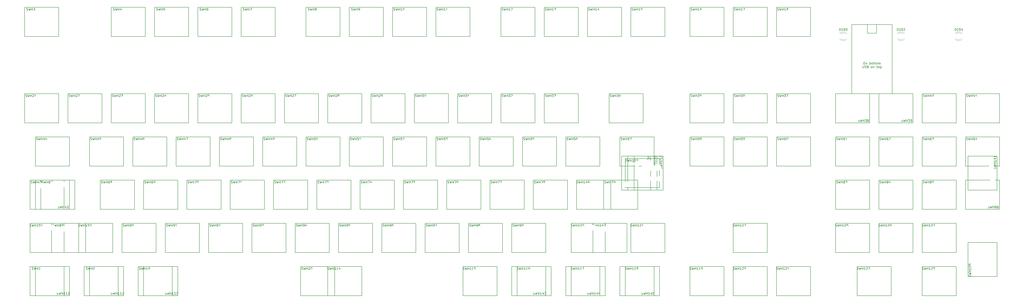
<source format=gto>
%TF.GenerationSoftware,KiCad,Pcbnew,(6.0.10)*%
%TF.CreationDate,2023-01-23T12:02:21-06:00*%
%TF.ProjectId,AT101W,41543130-3157-42e6-9b69-6361645f7063,rev?*%
%TF.SameCoordinates,Original*%
%TF.FileFunction,Legend,Top*%
%TF.FilePolarity,Positive*%
%FSLAX46Y46*%
G04 Gerber Fmt 4.6, Leading zero omitted, Abs format (unit mm)*
G04 Created by KiCad (PCBNEW (6.0.10)) date 2023-01-23 12:02:21*
%MOMM*%
%LPD*%
G01*
G04 APERTURE LIST*
%ADD10C,0.150000*%
%ADD11C,0.120000*%
%ADD12R,1.800000X1.800000*%
%ADD13C,1.800000*%
%ADD14C,2.500000*%
%ADD15C,3.048000*%
%ADD16C,6.350000*%
%ADD17C,1.450000*%
G04 APERTURE END LIST*
D10*
X380849628Y-36747380D02*
X381040104Y-36747380D01*
X381135342Y-36795000D01*
X381230580Y-36890238D01*
X381278199Y-37080714D01*
X381278199Y-37414047D01*
X381230580Y-37604523D01*
X381135342Y-37699761D01*
X381040104Y-37747380D01*
X380849628Y-37747380D01*
X380754390Y-37699761D01*
X380659152Y-37604523D01*
X380611533Y-37414047D01*
X380611533Y-37080714D01*
X380659152Y-36890238D01*
X380754390Y-36795000D01*
X380849628Y-36747380D01*
X381706771Y-37080714D02*
X381706771Y-37747380D01*
X381706771Y-37175952D02*
X381754390Y-37128333D01*
X381849628Y-37080714D01*
X381992485Y-37080714D01*
X382087723Y-37128333D01*
X382135342Y-37223571D01*
X382135342Y-37747380D01*
X383373438Y-37747380D02*
X383373438Y-36747380D01*
X383373438Y-37128333D02*
X383468676Y-37080714D01*
X383659152Y-37080714D01*
X383754390Y-37128333D01*
X383802009Y-37175952D01*
X383849628Y-37271190D01*
X383849628Y-37556904D01*
X383802009Y-37652142D01*
X383754390Y-37699761D01*
X383659152Y-37747380D01*
X383468676Y-37747380D01*
X383373438Y-37699761D01*
X384421057Y-37747380D02*
X384325818Y-37699761D01*
X384278199Y-37652142D01*
X384230580Y-37556904D01*
X384230580Y-37271190D01*
X384278199Y-37175952D01*
X384325818Y-37128333D01*
X384421057Y-37080714D01*
X384563914Y-37080714D01*
X384659152Y-37128333D01*
X384706771Y-37175952D01*
X384754390Y-37271190D01*
X384754390Y-37556904D01*
X384706771Y-37652142D01*
X384659152Y-37699761D01*
X384563914Y-37747380D01*
X384421057Y-37747380D01*
X385040104Y-37080714D02*
X385421057Y-37080714D01*
X385182961Y-36747380D02*
X385182961Y-37604523D01*
X385230580Y-37699761D01*
X385325818Y-37747380D01*
X385421057Y-37747380D01*
X385611533Y-37080714D02*
X385992485Y-37080714D01*
X385754390Y-36747380D02*
X385754390Y-37604523D01*
X385802009Y-37699761D01*
X385897247Y-37747380D01*
X385992485Y-37747380D01*
X386468676Y-37747380D02*
X386373438Y-37699761D01*
X386325818Y-37652142D01*
X386278199Y-37556904D01*
X386278199Y-37271190D01*
X386325818Y-37175952D01*
X386373438Y-37128333D01*
X386468676Y-37080714D01*
X386611533Y-37080714D01*
X386706771Y-37128333D01*
X386754390Y-37175952D01*
X386802009Y-37271190D01*
X386802009Y-37556904D01*
X386754390Y-37652142D01*
X386706771Y-37699761D01*
X386611533Y-37747380D01*
X386468676Y-37747380D01*
X387230580Y-37747380D02*
X387230580Y-37080714D01*
X387230580Y-37175952D02*
X387278199Y-37128333D01*
X387373438Y-37080714D01*
X387516295Y-37080714D01*
X387611533Y-37128333D01*
X387659152Y-37223571D01*
X387659152Y-37747380D01*
X387659152Y-37223571D02*
X387706771Y-37128333D01*
X387802009Y-37080714D01*
X387944866Y-37080714D01*
X388040104Y-37128333D01*
X388087723Y-37223571D01*
X388087723Y-37747380D01*
X380254390Y-38357380D02*
X380254390Y-39166904D01*
X380302009Y-39262142D01*
X380349628Y-39309761D01*
X380444866Y-39357380D01*
X380635342Y-39357380D01*
X380730580Y-39309761D01*
X380778199Y-39262142D01*
X380825818Y-39166904D01*
X380825818Y-38357380D01*
X381254390Y-39309761D02*
X381397247Y-39357380D01*
X381635342Y-39357380D01*
X381730580Y-39309761D01*
X381778199Y-39262142D01*
X381825818Y-39166904D01*
X381825818Y-39071666D01*
X381778199Y-38976428D01*
X381730580Y-38928809D01*
X381635342Y-38881190D01*
X381444866Y-38833571D01*
X381349628Y-38785952D01*
X381302009Y-38738333D01*
X381254390Y-38643095D01*
X381254390Y-38547857D01*
X381302009Y-38452619D01*
X381349628Y-38405000D01*
X381444866Y-38357380D01*
X381682961Y-38357380D01*
X381825818Y-38405000D01*
X382587723Y-38833571D02*
X382730580Y-38881190D01*
X382778199Y-38928809D01*
X382825818Y-39024047D01*
X382825818Y-39166904D01*
X382778199Y-39262142D01*
X382730580Y-39309761D01*
X382635342Y-39357380D01*
X382254390Y-39357380D01*
X382254390Y-38357380D01*
X382587723Y-38357380D01*
X382682961Y-38405000D01*
X382730580Y-38452619D01*
X382778199Y-38547857D01*
X382778199Y-38643095D01*
X382730580Y-38738333D01*
X382682961Y-38785952D01*
X382587723Y-38833571D01*
X382254390Y-38833571D01*
X384159152Y-39357380D02*
X384063914Y-39309761D01*
X384016295Y-39262142D01*
X383968676Y-39166904D01*
X383968676Y-38881190D01*
X384016295Y-38785952D01*
X384063914Y-38738333D01*
X384159152Y-38690714D01*
X384302009Y-38690714D01*
X384397247Y-38738333D01*
X384444866Y-38785952D01*
X384492485Y-38881190D01*
X384492485Y-39166904D01*
X384444866Y-39262142D01*
X384397247Y-39309761D01*
X384302009Y-39357380D01*
X384159152Y-39357380D01*
X384921057Y-38690714D02*
X384921057Y-39357380D01*
X384921057Y-38785952D02*
X384968676Y-38738333D01*
X385063914Y-38690714D01*
X385206771Y-38690714D01*
X385302009Y-38738333D01*
X385349628Y-38833571D01*
X385349628Y-39357380D01*
X386444866Y-38690714D02*
X386825818Y-38690714D01*
X386587723Y-38357380D02*
X386587723Y-39214523D01*
X386635342Y-39309761D01*
X386730580Y-39357380D01*
X386825818Y-39357380D01*
X387302009Y-39357380D02*
X387206771Y-39309761D01*
X387159152Y-39262142D01*
X387111533Y-39166904D01*
X387111533Y-38881190D01*
X387159152Y-38785952D01*
X387206771Y-38738333D01*
X387302009Y-38690714D01*
X387444866Y-38690714D01*
X387540104Y-38738333D01*
X387587723Y-38785952D01*
X387635342Y-38881190D01*
X387635342Y-39166904D01*
X387587723Y-39262142D01*
X387540104Y-39309761D01*
X387444866Y-39357380D01*
X387302009Y-39357380D01*
X388063914Y-38690714D02*
X388063914Y-39690714D01*
X388063914Y-38738333D02*
X388159152Y-38690714D01*
X388349628Y-38690714D01*
X388444866Y-38738333D01*
X388492485Y-38785952D01*
X388540104Y-38881190D01*
X388540104Y-39166904D01*
X388492485Y-39262142D01*
X388444866Y-39309761D01*
X388349628Y-39357380D01*
X388159152Y-39357380D01*
X388063914Y-39309761D01*
X370062336Y-22892380D02*
X370062336Y-21892380D01*
X370300432Y-21892380D01*
X370443289Y-21940000D01*
X370538527Y-22035238D01*
X370586146Y-22130476D01*
X370633765Y-22320952D01*
X370633765Y-22463809D01*
X370586146Y-22654285D01*
X370538527Y-22749523D01*
X370443289Y-22844761D01*
X370300432Y-22892380D01*
X370062336Y-22892380D01*
X371586146Y-22892380D02*
X371014717Y-22892380D01*
X371300432Y-22892380D02*
X371300432Y-21892380D01*
X371205193Y-22035238D01*
X371109955Y-22130476D01*
X371014717Y-22178095D01*
X372490908Y-21892380D02*
X372014717Y-21892380D01*
X371967098Y-22368571D01*
X372014717Y-22320952D01*
X372109955Y-22273333D01*
X372348051Y-22273333D01*
X372443289Y-22320952D01*
X372490908Y-22368571D01*
X372538527Y-22463809D01*
X372538527Y-22701904D01*
X372490908Y-22797142D01*
X372443289Y-22844761D01*
X372348051Y-22892380D01*
X372109955Y-22892380D01*
X372014717Y-22844761D01*
X371967098Y-22797142D01*
X373157574Y-21892380D02*
X373252813Y-21892380D01*
X373348051Y-21940000D01*
X373395670Y-21987619D01*
X373443289Y-22082857D01*
X373490908Y-22273333D01*
X373490908Y-22511428D01*
X373443289Y-22701904D01*
X373395670Y-22797142D01*
X373348051Y-22844761D01*
X373252813Y-22892380D01*
X373157574Y-22892380D01*
X373062336Y-22844761D01*
X373014717Y-22797142D01*
X372967098Y-22701904D01*
X372919479Y-22511428D01*
X372919479Y-22273333D01*
X372967098Y-22082857D01*
X373014717Y-21987619D01*
X373062336Y-21940000D01*
X373157574Y-21892380D01*
X395462336Y-22892380D02*
X395462336Y-21892380D01*
X395700432Y-21892380D01*
X395843289Y-21940000D01*
X395938527Y-22035238D01*
X395986146Y-22130476D01*
X396033765Y-22320952D01*
X396033765Y-22463809D01*
X395986146Y-22654285D01*
X395938527Y-22749523D01*
X395843289Y-22844761D01*
X395700432Y-22892380D01*
X395462336Y-22892380D01*
X396986146Y-22892380D02*
X396414717Y-22892380D01*
X396700432Y-22892380D02*
X396700432Y-21892380D01*
X396605193Y-22035238D01*
X396509955Y-22130476D01*
X396414717Y-22178095D01*
X397890908Y-21892380D02*
X397414717Y-21892380D01*
X397367098Y-22368571D01*
X397414717Y-22320952D01*
X397509955Y-22273333D01*
X397748051Y-22273333D01*
X397843289Y-22320952D01*
X397890908Y-22368571D01*
X397938527Y-22463809D01*
X397938527Y-22701904D01*
X397890908Y-22797142D01*
X397843289Y-22844761D01*
X397748051Y-22892380D01*
X397509955Y-22892380D01*
X397414717Y-22844761D01*
X397367098Y-22797142D01*
X398319479Y-21987619D02*
X398367098Y-21940000D01*
X398462336Y-21892380D01*
X398700432Y-21892380D01*
X398795670Y-21940000D01*
X398843289Y-21987619D01*
X398890908Y-22082857D01*
X398890908Y-22178095D01*
X398843289Y-22320952D01*
X398271860Y-22892380D01*
X398890908Y-22892380D01*
X420862336Y-22892380D02*
X420862336Y-21892380D01*
X421100432Y-21892380D01*
X421243289Y-21940000D01*
X421338527Y-22035238D01*
X421386146Y-22130476D01*
X421433765Y-22320952D01*
X421433765Y-22463809D01*
X421386146Y-22654285D01*
X421338527Y-22749523D01*
X421243289Y-22844761D01*
X421100432Y-22892380D01*
X420862336Y-22892380D01*
X422386146Y-22892380D02*
X421814717Y-22892380D01*
X422100432Y-22892380D02*
X422100432Y-21892380D01*
X422005193Y-22035238D01*
X421909955Y-22130476D01*
X421814717Y-22178095D01*
X423290908Y-21892380D02*
X422814717Y-21892380D01*
X422767098Y-22368571D01*
X422814717Y-22320952D01*
X422909955Y-22273333D01*
X423148051Y-22273333D01*
X423243289Y-22320952D01*
X423290908Y-22368571D01*
X423338527Y-22463809D01*
X423338527Y-22701904D01*
X423290908Y-22797142D01*
X423243289Y-22844761D01*
X423148051Y-22892380D01*
X422909955Y-22892380D01*
X422814717Y-22844761D01*
X422767098Y-22797142D01*
X424195670Y-22225714D02*
X424195670Y-22892380D01*
X423957574Y-21844761D02*
X423719479Y-22559047D01*
X424338527Y-22559047D01*
X14824107Y-128254761D02*
X14966964Y-128302380D01*
X15205059Y-128302380D01*
X15300297Y-128254761D01*
X15347916Y-128207142D01*
X15395535Y-128111904D01*
X15395535Y-128016666D01*
X15347916Y-127921428D01*
X15300297Y-127873809D01*
X15205059Y-127826190D01*
X15014583Y-127778571D01*
X14919345Y-127730952D01*
X14871726Y-127683333D01*
X14824107Y-127588095D01*
X14824107Y-127492857D01*
X14871726Y-127397619D01*
X14919345Y-127350000D01*
X15014583Y-127302380D01*
X15252678Y-127302380D01*
X15395535Y-127350000D01*
X15728869Y-127302380D02*
X15966964Y-128302380D01*
X16157440Y-127588095D01*
X16347916Y-128302380D01*
X16586011Y-127302380D01*
X16966964Y-128302380D02*
X16966964Y-127302380D01*
X16966964Y-127778571D02*
X17538392Y-127778571D01*
X17538392Y-128302380D02*
X17538392Y-127302380D01*
X18538392Y-128302380D02*
X17966964Y-128302380D01*
X18252678Y-128302380D02*
X18252678Y-127302380D01*
X18157440Y-127445238D01*
X18062202Y-127540476D01*
X17966964Y-127588095D01*
X38636607Y-128254761D02*
X38779464Y-128302380D01*
X39017559Y-128302380D01*
X39112797Y-128254761D01*
X39160416Y-128207142D01*
X39208035Y-128111904D01*
X39208035Y-128016666D01*
X39160416Y-127921428D01*
X39112797Y-127873809D01*
X39017559Y-127826190D01*
X38827083Y-127778571D01*
X38731845Y-127730952D01*
X38684226Y-127683333D01*
X38636607Y-127588095D01*
X38636607Y-127492857D01*
X38684226Y-127397619D01*
X38731845Y-127350000D01*
X38827083Y-127302380D01*
X39065178Y-127302380D01*
X39208035Y-127350000D01*
X39541369Y-127302380D02*
X39779464Y-128302380D01*
X39969940Y-127588095D01*
X40160416Y-128302380D01*
X40398511Y-127302380D01*
X40779464Y-128302380D02*
X40779464Y-127302380D01*
X40779464Y-127778571D02*
X41350892Y-127778571D01*
X41350892Y-128302380D02*
X41350892Y-127302380D01*
X41779464Y-127397619D02*
X41827083Y-127350000D01*
X41922321Y-127302380D01*
X42160416Y-127302380D01*
X42255654Y-127350000D01*
X42303273Y-127397619D01*
X42350892Y-127492857D01*
X42350892Y-127588095D01*
X42303273Y-127730952D01*
X41731845Y-128302380D01*
X42350892Y-128302380D01*
X12442857Y-13954761D02*
X12585714Y-14002380D01*
X12823809Y-14002380D01*
X12919047Y-13954761D01*
X12966666Y-13907142D01*
X13014285Y-13811904D01*
X13014285Y-13716666D01*
X12966666Y-13621428D01*
X12919047Y-13573809D01*
X12823809Y-13526190D01*
X12633333Y-13478571D01*
X12538095Y-13430952D01*
X12490476Y-13383333D01*
X12442857Y-13288095D01*
X12442857Y-13192857D01*
X12490476Y-13097619D01*
X12538095Y-13050000D01*
X12633333Y-13002380D01*
X12871428Y-13002380D01*
X13014285Y-13050000D01*
X13347619Y-13002380D02*
X13585714Y-14002380D01*
X13776190Y-13288095D01*
X13966666Y-14002380D01*
X14204761Y-13002380D01*
X14585714Y-14002380D02*
X14585714Y-13002380D01*
X14585714Y-13478571D02*
X15157142Y-13478571D01*
X15157142Y-14002380D02*
X15157142Y-13002380D01*
X15538095Y-13002380D02*
X16157142Y-13002380D01*
X15823809Y-13383333D01*
X15966666Y-13383333D01*
X16061904Y-13430952D01*
X16109523Y-13478571D01*
X16157142Y-13573809D01*
X16157142Y-13811904D01*
X16109523Y-13907142D01*
X16061904Y-13954761D01*
X15966666Y-14002380D01*
X15680952Y-14002380D01*
X15585714Y-13954761D01*
X15538095Y-13907142D01*
X50542857Y-13954761D02*
X50685714Y-14002380D01*
X50923809Y-14002380D01*
X51019047Y-13954761D01*
X51066666Y-13907142D01*
X51114285Y-13811904D01*
X51114285Y-13716666D01*
X51066666Y-13621428D01*
X51019047Y-13573809D01*
X50923809Y-13526190D01*
X50733333Y-13478571D01*
X50638095Y-13430952D01*
X50590476Y-13383333D01*
X50542857Y-13288095D01*
X50542857Y-13192857D01*
X50590476Y-13097619D01*
X50638095Y-13050000D01*
X50733333Y-13002380D01*
X50971428Y-13002380D01*
X51114285Y-13050000D01*
X51447619Y-13002380D02*
X51685714Y-14002380D01*
X51876190Y-13288095D01*
X52066666Y-14002380D01*
X52304761Y-13002380D01*
X52685714Y-14002380D02*
X52685714Y-13002380D01*
X52685714Y-13478571D02*
X53257142Y-13478571D01*
X53257142Y-14002380D02*
X53257142Y-13002380D01*
X54161904Y-13335714D02*
X54161904Y-14002380D01*
X53923809Y-12954761D02*
X53685714Y-13669047D01*
X54304761Y-13669047D01*
X69592857Y-13954761D02*
X69735714Y-14002380D01*
X69973809Y-14002380D01*
X70069047Y-13954761D01*
X70116666Y-13907142D01*
X70164285Y-13811904D01*
X70164285Y-13716666D01*
X70116666Y-13621428D01*
X70069047Y-13573809D01*
X69973809Y-13526190D01*
X69783333Y-13478571D01*
X69688095Y-13430952D01*
X69640476Y-13383333D01*
X69592857Y-13288095D01*
X69592857Y-13192857D01*
X69640476Y-13097619D01*
X69688095Y-13050000D01*
X69783333Y-13002380D01*
X70021428Y-13002380D01*
X70164285Y-13050000D01*
X70497619Y-13002380D02*
X70735714Y-14002380D01*
X70926190Y-13288095D01*
X71116666Y-14002380D01*
X71354761Y-13002380D01*
X71735714Y-14002380D02*
X71735714Y-13002380D01*
X71735714Y-13478571D02*
X72307142Y-13478571D01*
X72307142Y-14002380D02*
X72307142Y-13002380D01*
X73259523Y-13002380D02*
X72783333Y-13002380D01*
X72735714Y-13478571D01*
X72783333Y-13430952D01*
X72878571Y-13383333D01*
X73116666Y-13383333D01*
X73211904Y-13430952D01*
X73259523Y-13478571D01*
X73307142Y-13573809D01*
X73307142Y-13811904D01*
X73259523Y-13907142D01*
X73211904Y-13954761D01*
X73116666Y-14002380D01*
X72878571Y-14002380D01*
X72783333Y-13954761D01*
X72735714Y-13907142D01*
X88642857Y-13954761D02*
X88785714Y-14002380D01*
X89023809Y-14002380D01*
X89119047Y-13954761D01*
X89166666Y-13907142D01*
X89214285Y-13811904D01*
X89214285Y-13716666D01*
X89166666Y-13621428D01*
X89119047Y-13573809D01*
X89023809Y-13526190D01*
X88833333Y-13478571D01*
X88738095Y-13430952D01*
X88690476Y-13383333D01*
X88642857Y-13288095D01*
X88642857Y-13192857D01*
X88690476Y-13097619D01*
X88738095Y-13050000D01*
X88833333Y-13002380D01*
X89071428Y-13002380D01*
X89214285Y-13050000D01*
X89547619Y-13002380D02*
X89785714Y-14002380D01*
X89976190Y-13288095D01*
X90166666Y-14002380D01*
X90404761Y-13002380D01*
X90785714Y-14002380D02*
X90785714Y-13002380D01*
X90785714Y-13478571D02*
X91357142Y-13478571D01*
X91357142Y-14002380D02*
X91357142Y-13002380D01*
X92261904Y-13002380D02*
X92071428Y-13002380D01*
X91976190Y-13050000D01*
X91928571Y-13097619D01*
X91833333Y-13240476D01*
X91785714Y-13430952D01*
X91785714Y-13811904D01*
X91833333Y-13907142D01*
X91880952Y-13954761D01*
X91976190Y-14002380D01*
X92166666Y-14002380D01*
X92261904Y-13954761D01*
X92309523Y-13907142D01*
X92357142Y-13811904D01*
X92357142Y-13573809D01*
X92309523Y-13478571D01*
X92261904Y-13430952D01*
X92166666Y-13383333D01*
X91976190Y-13383333D01*
X91880952Y-13430952D01*
X91833333Y-13478571D01*
X91785714Y-13573809D01*
X107692857Y-13954761D02*
X107835714Y-14002380D01*
X108073809Y-14002380D01*
X108169047Y-13954761D01*
X108216666Y-13907142D01*
X108264285Y-13811904D01*
X108264285Y-13716666D01*
X108216666Y-13621428D01*
X108169047Y-13573809D01*
X108073809Y-13526190D01*
X107883333Y-13478571D01*
X107788095Y-13430952D01*
X107740476Y-13383333D01*
X107692857Y-13288095D01*
X107692857Y-13192857D01*
X107740476Y-13097619D01*
X107788095Y-13050000D01*
X107883333Y-13002380D01*
X108121428Y-13002380D01*
X108264285Y-13050000D01*
X108597619Y-13002380D02*
X108835714Y-14002380D01*
X109026190Y-13288095D01*
X109216666Y-14002380D01*
X109454761Y-13002380D01*
X109835714Y-14002380D02*
X109835714Y-13002380D01*
X109835714Y-13478571D02*
X110407142Y-13478571D01*
X110407142Y-14002380D02*
X110407142Y-13002380D01*
X110788095Y-13002380D02*
X111454761Y-13002380D01*
X111026190Y-14002380D01*
X136267857Y-13954761D02*
X136410714Y-14002380D01*
X136648809Y-14002380D01*
X136744047Y-13954761D01*
X136791666Y-13907142D01*
X136839285Y-13811904D01*
X136839285Y-13716666D01*
X136791666Y-13621428D01*
X136744047Y-13573809D01*
X136648809Y-13526190D01*
X136458333Y-13478571D01*
X136363095Y-13430952D01*
X136315476Y-13383333D01*
X136267857Y-13288095D01*
X136267857Y-13192857D01*
X136315476Y-13097619D01*
X136363095Y-13050000D01*
X136458333Y-13002380D01*
X136696428Y-13002380D01*
X136839285Y-13050000D01*
X137172619Y-13002380D02*
X137410714Y-14002380D01*
X137601190Y-13288095D01*
X137791666Y-14002380D01*
X138029761Y-13002380D01*
X138410714Y-14002380D02*
X138410714Y-13002380D01*
X138410714Y-13478571D02*
X138982142Y-13478571D01*
X138982142Y-14002380D02*
X138982142Y-13002380D01*
X139601190Y-13430952D02*
X139505952Y-13383333D01*
X139458333Y-13335714D01*
X139410714Y-13240476D01*
X139410714Y-13192857D01*
X139458333Y-13097619D01*
X139505952Y-13050000D01*
X139601190Y-13002380D01*
X139791666Y-13002380D01*
X139886904Y-13050000D01*
X139934523Y-13097619D01*
X139982142Y-13192857D01*
X139982142Y-13240476D01*
X139934523Y-13335714D01*
X139886904Y-13383333D01*
X139791666Y-13430952D01*
X139601190Y-13430952D01*
X139505952Y-13478571D01*
X139458333Y-13526190D01*
X139410714Y-13621428D01*
X139410714Y-13811904D01*
X139458333Y-13907142D01*
X139505952Y-13954761D01*
X139601190Y-14002380D01*
X139791666Y-14002380D01*
X139886904Y-13954761D01*
X139934523Y-13907142D01*
X139982142Y-13811904D01*
X139982142Y-13621428D01*
X139934523Y-13526190D01*
X139886904Y-13478571D01*
X139791666Y-13430952D01*
X155317857Y-13954761D02*
X155460714Y-14002380D01*
X155698809Y-14002380D01*
X155794047Y-13954761D01*
X155841666Y-13907142D01*
X155889285Y-13811904D01*
X155889285Y-13716666D01*
X155841666Y-13621428D01*
X155794047Y-13573809D01*
X155698809Y-13526190D01*
X155508333Y-13478571D01*
X155413095Y-13430952D01*
X155365476Y-13383333D01*
X155317857Y-13288095D01*
X155317857Y-13192857D01*
X155365476Y-13097619D01*
X155413095Y-13050000D01*
X155508333Y-13002380D01*
X155746428Y-13002380D01*
X155889285Y-13050000D01*
X156222619Y-13002380D02*
X156460714Y-14002380D01*
X156651190Y-13288095D01*
X156841666Y-14002380D01*
X157079761Y-13002380D01*
X157460714Y-14002380D02*
X157460714Y-13002380D01*
X157460714Y-13478571D02*
X158032142Y-13478571D01*
X158032142Y-14002380D02*
X158032142Y-13002380D01*
X158555952Y-14002380D02*
X158746428Y-14002380D01*
X158841666Y-13954761D01*
X158889285Y-13907142D01*
X158984523Y-13764285D01*
X159032142Y-13573809D01*
X159032142Y-13192857D01*
X158984523Y-13097619D01*
X158936904Y-13050000D01*
X158841666Y-13002380D01*
X158651190Y-13002380D01*
X158555952Y-13050000D01*
X158508333Y-13097619D01*
X158460714Y-13192857D01*
X158460714Y-13430952D01*
X158508333Y-13526190D01*
X158555952Y-13573809D01*
X158651190Y-13621428D01*
X158841666Y-13621428D01*
X158936904Y-13573809D01*
X158984523Y-13526190D01*
X159032142Y-13430952D01*
X173891666Y-13954761D02*
X174034523Y-14002380D01*
X174272619Y-14002380D01*
X174367857Y-13954761D01*
X174415476Y-13907142D01*
X174463095Y-13811904D01*
X174463095Y-13716666D01*
X174415476Y-13621428D01*
X174367857Y-13573809D01*
X174272619Y-13526190D01*
X174082142Y-13478571D01*
X173986904Y-13430952D01*
X173939285Y-13383333D01*
X173891666Y-13288095D01*
X173891666Y-13192857D01*
X173939285Y-13097619D01*
X173986904Y-13050000D01*
X174082142Y-13002380D01*
X174320238Y-13002380D01*
X174463095Y-13050000D01*
X174796428Y-13002380D02*
X175034523Y-14002380D01*
X175225000Y-13288095D01*
X175415476Y-14002380D01*
X175653571Y-13002380D01*
X176034523Y-14002380D02*
X176034523Y-13002380D01*
X176034523Y-13478571D02*
X176605952Y-13478571D01*
X176605952Y-14002380D02*
X176605952Y-13002380D01*
X177605952Y-14002380D02*
X177034523Y-14002380D01*
X177320238Y-14002380D02*
X177320238Y-13002380D01*
X177225000Y-13145238D01*
X177129761Y-13240476D01*
X177034523Y-13288095D01*
X178225000Y-13002380D02*
X178320238Y-13002380D01*
X178415476Y-13050000D01*
X178463095Y-13097619D01*
X178510714Y-13192857D01*
X178558333Y-13383333D01*
X178558333Y-13621428D01*
X178510714Y-13811904D01*
X178463095Y-13907142D01*
X178415476Y-13954761D01*
X178320238Y-14002380D01*
X178225000Y-14002380D01*
X178129761Y-13954761D01*
X178082142Y-13907142D01*
X178034523Y-13811904D01*
X177986904Y-13621428D01*
X177986904Y-13383333D01*
X178034523Y-13192857D01*
X178082142Y-13097619D01*
X178129761Y-13050000D01*
X178225000Y-13002380D01*
X192941666Y-13954761D02*
X193084523Y-14002380D01*
X193322619Y-14002380D01*
X193417857Y-13954761D01*
X193465476Y-13907142D01*
X193513095Y-13811904D01*
X193513095Y-13716666D01*
X193465476Y-13621428D01*
X193417857Y-13573809D01*
X193322619Y-13526190D01*
X193132142Y-13478571D01*
X193036904Y-13430952D01*
X192989285Y-13383333D01*
X192941666Y-13288095D01*
X192941666Y-13192857D01*
X192989285Y-13097619D01*
X193036904Y-13050000D01*
X193132142Y-13002380D01*
X193370238Y-13002380D01*
X193513095Y-13050000D01*
X193846428Y-13002380D02*
X194084523Y-14002380D01*
X194275000Y-13288095D01*
X194465476Y-14002380D01*
X194703571Y-13002380D01*
X195084523Y-14002380D02*
X195084523Y-13002380D01*
X195084523Y-13478571D02*
X195655952Y-13478571D01*
X195655952Y-14002380D02*
X195655952Y-13002380D01*
X196655952Y-14002380D02*
X196084523Y-14002380D01*
X196370238Y-14002380D02*
X196370238Y-13002380D01*
X196275000Y-13145238D01*
X196179761Y-13240476D01*
X196084523Y-13288095D01*
X197608333Y-14002380D02*
X197036904Y-14002380D01*
X197322619Y-14002380D02*
X197322619Y-13002380D01*
X197227380Y-13145238D01*
X197132142Y-13240476D01*
X197036904Y-13288095D01*
X221516666Y-13954761D02*
X221659523Y-14002380D01*
X221897619Y-14002380D01*
X221992857Y-13954761D01*
X222040476Y-13907142D01*
X222088095Y-13811904D01*
X222088095Y-13716666D01*
X222040476Y-13621428D01*
X221992857Y-13573809D01*
X221897619Y-13526190D01*
X221707142Y-13478571D01*
X221611904Y-13430952D01*
X221564285Y-13383333D01*
X221516666Y-13288095D01*
X221516666Y-13192857D01*
X221564285Y-13097619D01*
X221611904Y-13050000D01*
X221707142Y-13002380D01*
X221945238Y-13002380D01*
X222088095Y-13050000D01*
X222421428Y-13002380D02*
X222659523Y-14002380D01*
X222850000Y-13288095D01*
X223040476Y-14002380D01*
X223278571Y-13002380D01*
X223659523Y-14002380D02*
X223659523Y-13002380D01*
X223659523Y-13478571D02*
X224230952Y-13478571D01*
X224230952Y-14002380D02*
X224230952Y-13002380D01*
X225230952Y-14002380D02*
X224659523Y-14002380D01*
X224945238Y-14002380D02*
X224945238Y-13002380D01*
X224850000Y-13145238D01*
X224754761Y-13240476D01*
X224659523Y-13288095D01*
X225611904Y-13097619D02*
X225659523Y-13050000D01*
X225754761Y-13002380D01*
X225992857Y-13002380D01*
X226088095Y-13050000D01*
X226135714Y-13097619D01*
X226183333Y-13192857D01*
X226183333Y-13288095D01*
X226135714Y-13430952D01*
X225564285Y-14002380D01*
X226183333Y-14002380D01*
X240566666Y-13954761D02*
X240709523Y-14002380D01*
X240947619Y-14002380D01*
X241042857Y-13954761D01*
X241090476Y-13907142D01*
X241138095Y-13811904D01*
X241138095Y-13716666D01*
X241090476Y-13621428D01*
X241042857Y-13573809D01*
X240947619Y-13526190D01*
X240757142Y-13478571D01*
X240661904Y-13430952D01*
X240614285Y-13383333D01*
X240566666Y-13288095D01*
X240566666Y-13192857D01*
X240614285Y-13097619D01*
X240661904Y-13050000D01*
X240757142Y-13002380D01*
X240995238Y-13002380D01*
X241138095Y-13050000D01*
X241471428Y-13002380D02*
X241709523Y-14002380D01*
X241900000Y-13288095D01*
X242090476Y-14002380D01*
X242328571Y-13002380D01*
X242709523Y-14002380D02*
X242709523Y-13002380D01*
X242709523Y-13478571D02*
X243280952Y-13478571D01*
X243280952Y-14002380D02*
X243280952Y-13002380D01*
X244280952Y-14002380D02*
X243709523Y-14002380D01*
X243995238Y-14002380D02*
X243995238Y-13002380D01*
X243900000Y-13145238D01*
X243804761Y-13240476D01*
X243709523Y-13288095D01*
X244614285Y-13002380D02*
X245233333Y-13002380D01*
X244900000Y-13383333D01*
X245042857Y-13383333D01*
X245138095Y-13430952D01*
X245185714Y-13478571D01*
X245233333Y-13573809D01*
X245233333Y-13811904D01*
X245185714Y-13907142D01*
X245138095Y-13954761D01*
X245042857Y-14002380D01*
X244757142Y-14002380D01*
X244661904Y-13954761D01*
X244614285Y-13907142D01*
X259616666Y-13954761D02*
X259759523Y-14002380D01*
X259997619Y-14002380D01*
X260092857Y-13954761D01*
X260140476Y-13907142D01*
X260188095Y-13811904D01*
X260188095Y-13716666D01*
X260140476Y-13621428D01*
X260092857Y-13573809D01*
X259997619Y-13526190D01*
X259807142Y-13478571D01*
X259711904Y-13430952D01*
X259664285Y-13383333D01*
X259616666Y-13288095D01*
X259616666Y-13192857D01*
X259664285Y-13097619D01*
X259711904Y-13050000D01*
X259807142Y-13002380D01*
X260045238Y-13002380D01*
X260188095Y-13050000D01*
X260521428Y-13002380D02*
X260759523Y-14002380D01*
X260950000Y-13288095D01*
X261140476Y-14002380D01*
X261378571Y-13002380D01*
X261759523Y-14002380D02*
X261759523Y-13002380D01*
X261759523Y-13478571D02*
X262330952Y-13478571D01*
X262330952Y-14002380D02*
X262330952Y-13002380D01*
X263330952Y-14002380D02*
X262759523Y-14002380D01*
X263045238Y-14002380D02*
X263045238Y-13002380D01*
X262950000Y-13145238D01*
X262854761Y-13240476D01*
X262759523Y-13288095D01*
X264188095Y-13335714D02*
X264188095Y-14002380D01*
X263950000Y-12954761D02*
X263711904Y-13669047D01*
X264330952Y-13669047D01*
X278666666Y-13954761D02*
X278809523Y-14002380D01*
X279047619Y-14002380D01*
X279142857Y-13954761D01*
X279190476Y-13907142D01*
X279238095Y-13811904D01*
X279238095Y-13716666D01*
X279190476Y-13621428D01*
X279142857Y-13573809D01*
X279047619Y-13526190D01*
X278857142Y-13478571D01*
X278761904Y-13430952D01*
X278714285Y-13383333D01*
X278666666Y-13288095D01*
X278666666Y-13192857D01*
X278714285Y-13097619D01*
X278761904Y-13050000D01*
X278857142Y-13002380D01*
X279095238Y-13002380D01*
X279238095Y-13050000D01*
X279571428Y-13002380D02*
X279809523Y-14002380D01*
X280000000Y-13288095D01*
X280190476Y-14002380D01*
X280428571Y-13002380D01*
X280809523Y-14002380D02*
X280809523Y-13002380D01*
X280809523Y-13478571D02*
X281380952Y-13478571D01*
X281380952Y-14002380D02*
X281380952Y-13002380D01*
X282380952Y-14002380D02*
X281809523Y-14002380D01*
X282095238Y-14002380D02*
X282095238Y-13002380D01*
X282000000Y-13145238D01*
X281904761Y-13240476D01*
X281809523Y-13288095D01*
X283285714Y-13002380D02*
X282809523Y-13002380D01*
X282761904Y-13478571D01*
X282809523Y-13430952D01*
X282904761Y-13383333D01*
X283142857Y-13383333D01*
X283238095Y-13430952D01*
X283285714Y-13478571D01*
X283333333Y-13573809D01*
X283333333Y-13811904D01*
X283285714Y-13907142D01*
X283238095Y-13954761D01*
X283142857Y-14002380D01*
X282904761Y-14002380D01*
X282809523Y-13954761D01*
X282761904Y-13907142D01*
X304661979Y-13954761D02*
X304804836Y-14002380D01*
X305042932Y-14002380D01*
X305138170Y-13954761D01*
X305185789Y-13907142D01*
X305233408Y-13811904D01*
X305233408Y-13716666D01*
X305185789Y-13621428D01*
X305138170Y-13573809D01*
X305042932Y-13526190D01*
X304852455Y-13478571D01*
X304757217Y-13430952D01*
X304709598Y-13383333D01*
X304661979Y-13288095D01*
X304661979Y-13192857D01*
X304709598Y-13097619D01*
X304757217Y-13050000D01*
X304852455Y-13002380D01*
X305090551Y-13002380D01*
X305233408Y-13050000D01*
X305566741Y-13002380D02*
X305804836Y-14002380D01*
X305995313Y-13288095D01*
X306185789Y-14002380D01*
X306423884Y-13002380D01*
X306804836Y-14002380D02*
X306804836Y-13002380D01*
X306804836Y-13478571D02*
X307376265Y-13478571D01*
X307376265Y-14002380D02*
X307376265Y-13002380D01*
X308376265Y-14002380D02*
X307804836Y-14002380D01*
X308090551Y-14002380D02*
X308090551Y-13002380D01*
X307995313Y-13145238D01*
X307900074Y-13240476D01*
X307804836Y-13288095D01*
X309233408Y-13002380D02*
X309042932Y-13002380D01*
X308947693Y-13050000D01*
X308900074Y-13097619D01*
X308804836Y-13240476D01*
X308757217Y-13430952D01*
X308757217Y-13811904D01*
X308804836Y-13907142D01*
X308852455Y-13954761D01*
X308947693Y-14002380D01*
X309138170Y-14002380D01*
X309233408Y-13954761D01*
X309281027Y-13907142D01*
X309328646Y-13811904D01*
X309328646Y-13573809D01*
X309281027Y-13478571D01*
X309233408Y-13430952D01*
X309138170Y-13383333D01*
X308947693Y-13383333D01*
X308852455Y-13430952D01*
X308804836Y-13478571D01*
X308757217Y-13573809D01*
X323711979Y-13954761D02*
X323854836Y-14002380D01*
X324092932Y-14002380D01*
X324188170Y-13954761D01*
X324235789Y-13907142D01*
X324283408Y-13811904D01*
X324283408Y-13716666D01*
X324235789Y-13621428D01*
X324188170Y-13573809D01*
X324092932Y-13526190D01*
X323902455Y-13478571D01*
X323807217Y-13430952D01*
X323759598Y-13383333D01*
X323711979Y-13288095D01*
X323711979Y-13192857D01*
X323759598Y-13097619D01*
X323807217Y-13050000D01*
X323902455Y-13002380D01*
X324140551Y-13002380D01*
X324283408Y-13050000D01*
X324616741Y-13002380D02*
X324854836Y-14002380D01*
X325045313Y-13288095D01*
X325235789Y-14002380D01*
X325473884Y-13002380D01*
X325854836Y-14002380D02*
X325854836Y-13002380D01*
X325854836Y-13478571D02*
X326426265Y-13478571D01*
X326426265Y-14002380D02*
X326426265Y-13002380D01*
X327426265Y-14002380D02*
X326854836Y-14002380D01*
X327140551Y-14002380D02*
X327140551Y-13002380D01*
X327045313Y-13145238D01*
X326950074Y-13240476D01*
X326854836Y-13288095D01*
X327759598Y-13002380D02*
X328426265Y-13002380D01*
X327997693Y-14002380D01*
X342761979Y-13954761D02*
X342904836Y-14002380D01*
X343142932Y-14002380D01*
X343238170Y-13954761D01*
X343285789Y-13907142D01*
X343333408Y-13811904D01*
X343333408Y-13716666D01*
X343285789Y-13621428D01*
X343238170Y-13573809D01*
X343142932Y-13526190D01*
X342952455Y-13478571D01*
X342857217Y-13430952D01*
X342809598Y-13383333D01*
X342761979Y-13288095D01*
X342761979Y-13192857D01*
X342809598Y-13097619D01*
X342857217Y-13050000D01*
X342952455Y-13002380D01*
X343190551Y-13002380D01*
X343333408Y-13050000D01*
X343666741Y-13002380D02*
X343904836Y-14002380D01*
X344095313Y-13288095D01*
X344285789Y-14002380D01*
X344523884Y-13002380D01*
X344904836Y-14002380D02*
X344904836Y-13002380D01*
X344904836Y-13478571D02*
X345476265Y-13478571D01*
X345476265Y-14002380D02*
X345476265Y-13002380D01*
X346476265Y-14002380D02*
X345904836Y-14002380D01*
X346190551Y-14002380D02*
X346190551Y-13002380D01*
X346095313Y-13145238D01*
X346000074Y-13240476D01*
X345904836Y-13288095D01*
X347047693Y-13430952D02*
X346952455Y-13383333D01*
X346904836Y-13335714D01*
X346857217Y-13240476D01*
X346857217Y-13192857D01*
X346904836Y-13097619D01*
X346952455Y-13050000D01*
X347047693Y-13002380D01*
X347238170Y-13002380D01*
X347333408Y-13050000D01*
X347381027Y-13097619D01*
X347428646Y-13192857D01*
X347428646Y-13240476D01*
X347381027Y-13335714D01*
X347333408Y-13383333D01*
X347238170Y-13430952D01*
X347047693Y-13430952D01*
X346952455Y-13478571D01*
X346904836Y-13526190D01*
X346857217Y-13621428D01*
X346857217Y-13811904D01*
X346904836Y-13907142D01*
X346952455Y-13954761D01*
X347047693Y-14002380D01*
X347238170Y-14002380D01*
X347333408Y-13954761D01*
X347381027Y-13907142D01*
X347428646Y-13811904D01*
X347428646Y-13621428D01*
X347381027Y-13526190D01*
X347333408Y-13478571D01*
X347238170Y-13430952D01*
X61972916Y-128254761D02*
X62115773Y-128302380D01*
X62353869Y-128302380D01*
X62449107Y-128254761D01*
X62496726Y-128207142D01*
X62544345Y-128111904D01*
X62544345Y-128016666D01*
X62496726Y-127921428D01*
X62449107Y-127873809D01*
X62353869Y-127826190D01*
X62163392Y-127778571D01*
X62068154Y-127730952D01*
X62020535Y-127683333D01*
X61972916Y-127588095D01*
X61972916Y-127492857D01*
X62020535Y-127397619D01*
X62068154Y-127350000D01*
X62163392Y-127302380D01*
X62401488Y-127302380D01*
X62544345Y-127350000D01*
X62877678Y-127302380D02*
X63115773Y-128302380D01*
X63306250Y-127588095D01*
X63496726Y-128302380D01*
X63734821Y-127302380D01*
X64115773Y-128302380D02*
X64115773Y-127302380D01*
X64115773Y-127778571D02*
X64687202Y-127778571D01*
X64687202Y-128302380D02*
X64687202Y-127302380D01*
X65687202Y-128302380D02*
X65115773Y-128302380D01*
X65401488Y-128302380D02*
X65401488Y-127302380D01*
X65306250Y-127445238D01*
X65211011Y-127540476D01*
X65115773Y-127588095D01*
X66163392Y-128302380D02*
X66353869Y-128302380D01*
X66449107Y-128254761D01*
X66496726Y-128207142D01*
X66591964Y-128064285D01*
X66639583Y-127873809D01*
X66639583Y-127492857D01*
X66591964Y-127397619D01*
X66544345Y-127350000D01*
X66449107Y-127302380D01*
X66258630Y-127302380D01*
X66163392Y-127350000D01*
X66115773Y-127397619D01*
X66068154Y-127492857D01*
X66068154Y-127730952D01*
X66115773Y-127826190D01*
X66163392Y-127873809D01*
X66258630Y-127921428D01*
X66449107Y-127921428D01*
X66544345Y-127873809D01*
X66591964Y-127826190D01*
X66639583Y-127730952D01*
X133410416Y-128254761D02*
X133553273Y-128302380D01*
X133791369Y-128302380D01*
X133886607Y-128254761D01*
X133934226Y-128207142D01*
X133981845Y-128111904D01*
X133981845Y-128016666D01*
X133934226Y-127921428D01*
X133886607Y-127873809D01*
X133791369Y-127826190D01*
X133600892Y-127778571D01*
X133505654Y-127730952D01*
X133458035Y-127683333D01*
X133410416Y-127588095D01*
X133410416Y-127492857D01*
X133458035Y-127397619D01*
X133505654Y-127350000D01*
X133600892Y-127302380D01*
X133838988Y-127302380D01*
X133981845Y-127350000D01*
X134315178Y-127302380D02*
X134553273Y-128302380D01*
X134743750Y-127588095D01*
X134934226Y-128302380D01*
X135172321Y-127302380D01*
X135553273Y-128302380D02*
X135553273Y-127302380D01*
X135553273Y-127778571D02*
X136124702Y-127778571D01*
X136124702Y-128302380D02*
X136124702Y-127302380D01*
X136553273Y-127397619D02*
X136600892Y-127350000D01*
X136696130Y-127302380D01*
X136934226Y-127302380D01*
X137029464Y-127350000D01*
X137077083Y-127397619D01*
X137124702Y-127492857D01*
X137124702Y-127588095D01*
X137077083Y-127730952D01*
X136505654Y-128302380D01*
X137124702Y-128302380D01*
X137743750Y-127302380D02*
X137838988Y-127302380D01*
X137934226Y-127350000D01*
X137981845Y-127397619D01*
X138029464Y-127492857D01*
X138077083Y-127683333D01*
X138077083Y-127921428D01*
X138029464Y-128111904D01*
X137981845Y-128207142D01*
X137934226Y-128254761D01*
X137838988Y-128302380D01*
X137743750Y-128302380D01*
X137648511Y-128254761D01*
X137600892Y-128207142D01*
X137553273Y-128111904D01*
X137505654Y-127921428D01*
X137505654Y-127683333D01*
X137553273Y-127492857D01*
X137600892Y-127397619D01*
X137648511Y-127350000D01*
X137743750Y-127302380D01*
X11966666Y-52054761D02*
X12109523Y-52102380D01*
X12347619Y-52102380D01*
X12442857Y-52054761D01*
X12490476Y-52007142D01*
X12538095Y-51911904D01*
X12538095Y-51816666D01*
X12490476Y-51721428D01*
X12442857Y-51673809D01*
X12347619Y-51626190D01*
X12157142Y-51578571D01*
X12061904Y-51530952D01*
X12014285Y-51483333D01*
X11966666Y-51388095D01*
X11966666Y-51292857D01*
X12014285Y-51197619D01*
X12061904Y-51150000D01*
X12157142Y-51102380D01*
X12395238Y-51102380D01*
X12538095Y-51150000D01*
X12871428Y-51102380D02*
X13109523Y-52102380D01*
X13300000Y-51388095D01*
X13490476Y-52102380D01*
X13728571Y-51102380D01*
X14109523Y-52102380D02*
X14109523Y-51102380D01*
X14109523Y-51578571D02*
X14680952Y-51578571D01*
X14680952Y-52102380D02*
X14680952Y-51102380D01*
X15109523Y-51197619D02*
X15157142Y-51150000D01*
X15252380Y-51102380D01*
X15490476Y-51102380D01*
X15585714Y-51150000D01*
X15633333Y-51197619D01*
X15680952Y-51292857D01*
X15680952Y-51388095D01*
X15633333Y-51530952D01*
X15061904Y-52102380D01*
X15680952Y-52102380D01*
X16633333Y-52102380D02*
X16061904Y-52102380D01*
X16347619Y-52102380D02*
X16347619Y-51102380D01*
X16252380Y-51245238D01*
X16157142Y-51340476D01*
X16061904Y-51388095D01*
X31016666Y-52054761D02*
X31159523Y-52102380D01*
X31397619Y-52102380D01*
X31492857Y-52054761D01*
X31540476Y-52007142D01*
X31588095Y-51911904D01*
X31588095Y-51816666D01*
X31540476Y-51721428D01*
X31492857Y-51673809D01*
X31397619Y-51626190D01*
X31207142Y-51578571D01*
X31111904Y-51530952D01*
X31064285Y-51483333D01*
X31016666Y-51388095D01*
X31016666Y-51292857D01*
X31064285Y-51197619D01*
X31111904Y-51150000D01*
X31207142Y-51102380D01*
X31445238Y-51102380D01*
X31588095Y-51150000D01*
X31921428Y-51102380D02*
X32159523Y-52102380D01*
X32350000Y-51388095D01*
X32540476Y-52102380D01*
X32778571Y-51102380D01*
X33159523Y-52102380D02*
X33159523Y-51102380D01*
X33159523Y-51578571D02*
X33730952Y-51578571D01*
X33730952Y-52102380D02*
X33730952Y-51102380D01*
X34159523Y-51197619D02*
X34207142Y-51150000D01*
X34302380Y-51102380D01*
X34540476Y-51102380D01*
X34635714Y-51150000D01*
X34683333Y-51197619D01*
X34730952Y-51292857D01*
X34730952Y-51388095D01*
X34683333Y-51530952D01*
X34111904Y-52102380D01*
X34730952Y-52102380D01*
X35111904Y-51197619D02*
X35159523Y-51150000D01*
X35254761Y-51102380D01*
X35492857Y-51102380D01*
X35588095Y-51150000D01*
X35635714Y-51197619D01*
X35683333Y-51292857D01*
X35683333Y-51388095D01*
X35635714Y-51530952D01*
X35064285Y-52102380D01*
X35683333Y-52102380D01*
X50066666Y-52054761D02*
X50209523Y-52102380D01*
X50447619Y-52102380D01*
X50542857Y-52054761D01*
X50590476Y-52007142D01*
X50638095Y-51911904D01*
X50638095Y-51816666D01*
X50590476Y-51721428D01*
X50542857Y-51673809D01*
X50447619Y-51626190D01*
X50257142Y-51578571D01*
X50161904Y-51530952D01*
X50114285Y-51483333D01*
X50066666Y-51388095D01*
X50066666Y-51292857D01*
X50114285Y-51197619D01*
X50161904Y-51150000D01*
X50257142Y-51102380D01*
X50495238Y-51102380D01*
X50638095Y-51150000D01*
X50971428Y-51102380D02*
X51209523Y-52102380D01*
X51400000Y-51388095D01*
X51590476Y-52102380D01*
X51828571Y-51102380D01*
X52209523Y-52102380D02*
X52209523Y-51102380D01*
X52209523Y-51578571D02*
X52780952Y-51578571D01*
X52780952Y-52102380D02*
X52780952Y-51102380D01*
X53209523Y-51197619D02*
X53257142Y-51150000D01*
X53352380Y-51102380D01*
X53590476Y-51102380D01*
X53685714Y-51150000D01*
X53733333Y-51197619D01*
X53780952Y-51292857D01*
X53780952Y-51388095D01*
X53733333Y-51530952D01*
X53161904Y-52102380D01*
X53780952Y-52102380D01*
X54114285Y-51102380D02*
X54733333Y-51102380D01*
X54400000Y-51483333D01*
X54542857Y-51483333D01*
X54638095Y-51530952D01*
X54685714Y-51578571D01*
X54733333Y-51673809D01*
X54733333Y-51911904D01*
X54685714Y-52007142D01*
X54638095Y-52054761D01*
X54542857Y-52102380D01*
X54257142Y-52102380D01*
X54161904Y-52054761D01*
X54114285Y-52007142D01*
X69116666Y-52054761D02*
X69259523Y-52102380D01*
X69497619Y-52102380D01*
X69592857Y-52054761D01*
X69640476Y-52007142D01*
X69688095Y-51911904D01*
X69688095Y-51816666D01*
X69640476Y-51721428D01*
X69592857Y-51673809D01*
X69497619Y-51626190D01*
X69307142Y-51578571D01*
X69211904Y-51530952D01*
X69164285Y-51483333D01*
X69116666Y-51388095D01*
X69116666Y-51292857D01*
X69164285Y-51197619D01*
X69211904Y-51150000D01*
X69307142Y-51102380D01*
X69545238Y-51102380D01*
X69688095Y-51150000D01*
X70021428Y-51102380D02*
X70259523Y-52102380D01*
X70450000Y-51388095D01*
X70640476Y-52102380D01*
X70878571Y-51102380D01*
X71259523Y-52102380D02*
X71259523Y-51102380D01*
X71259523Y-51578571D02*
X71830952Y-51578571D01*
X71830952Y-52102380D02*
X71830952Y-51102380D01*
X72259523Y-51197619D02*
X72307142Y-51150000D01*
X72402380Y-51102380D01*
X72640476Y-51102380D01*
X72735714Y-51150000D01*
X72783333Y-51197619D01*
X72830952Y-51292857D01*
X72830952Y-51388095D01*
X72783333Y-51530952D01*
X72211904Y-52102380D01*
X72830952Y-52102380D01*
X73688095Y-51435714D02*
X73688095Y-52102380D01*
X73450000Y-51054761D02*
X73211904Y-51769047D01*
X73830952Y-51769047D01*
X88166666Y-52054761D02*
X88309523Y-52102380D01*
X88547619Y-52102380D01*
X88642857Y-52054761D01*
X88690476Y-52007142D01*
X88738095Y-51911904D01*
X88738095Y-51816666D01*
X88690476Y-51721428D01*
X88642857Y-51673809D01*
X88547619Y-51626190D01*
X88357142Y-51578571D01*
X88261904Y-51530952D01*
X88214285Y-51483333D01*
X88166666Y-51388095D01*
X88166666Y-51292857D01*
X88214285Y-51197619D01*
X88261904Y-51150000D01*
X88357142Y-51102380D01*
X88595238Y-51102380D01*
X88738095Y-51150000D01*
X89071428Y-51102380D02*
X89309523Y-52102380D01*
X89500000Y-51388095D01*
X89690476Y-52102380D01*
X89928571Y-51102380D01*
X90309523Y-52102380D02*
X90309523Y-51102380D01*
X90309523Y-51578571D02*
X90880952Y-51578571D01*
X90880952Y-52102380D02*
X90880952Y-51102380D01*
X91309523Y-51197619D02*
X91357142Y-51150000D01*
X91452380Y-51102380D01*
X91690476Y-51102380D01*
X91785714Y-51150000D01*
X91833333Y-51197619D01*
X91880952Y-51292857D01*
X91880952Y-51388095D01*
X91833333Y-51530952D01*
X91261904Y-52102380D01*
X91880952Y-52102380D01*
X92785714Y-51102380D02*
X92309523Y-51102380D01*
X92261904Y-51578571D01*
X92309523Y-51530952D01*
X92404761Y-51483333D01*
X92642857Y-51483333D01*
X92738095Y-51530952D01*
X92785714Y-51578571D01*
X92833333Y-51673809D01*
X92833333Y-51911904D01*
X92785714Y-52007142D01*
X92738095Y-52054761D01*
X92642857Y-52102380D01*
X92404761Y-52102380D01*
X92309523Y-52054761D01*
X92261904Y-52007142D01*
X107216666Y-52054761D02*
X107359523Y-52102380D01*
X107597619Y-52102380D01*
X107692857Y-52054761D01*
X107740476Y-52007142D01*
X107788095Y-51911904D01*
X107788095Y-51816666D01*
X107740476Y-51721428D01*
X107692857Y-51673809D01*
X107597619Y-51626190D01*
X107407142Y-51578571D01*
X107311904Y-51530952D01*
X107264285Y-51483333D01*
X107216666Y-51388095D01*
X107216666Y-51292857D01*
X107264285Y-51197619D01*
X107311904Y-51150000D01*
X107407142Y-51102380D01*
X107645238Y-51102380D01*
X107788095Y-51150000D01*
X108121428Y-51102380D02*
X108359523Y-52102380D01*
X108550000Y-51388095D01*
X108740476Y-52102380D01*
X108978571Y-51102380D01*
X109359523Y-52102380D02*
X109359523Y-51102380D01*
X109359523Y-51578571D02*
X109930952Y-51578571D01*
X109930952Y-52102380D02*
X109930952Y-51102380D01*
X110359523Y-51197619D02*
X110407142Y-51150000D01*
X110502380Y-51102380D01*
X110740476Y-51102380D01*
X110835714Y-51150000D01*
X110883333Y-51197619D01*
X110930952Y-51292857D01*
X110930952Y-51388095D01*
X110883333Y-51530952D01*
X110311904Y-52102380D01*
X110930952Y-52102380D01*
X111788095Y-51102380D02*
X111597619Y-51102380D01*
X111502380Y-51150000D01*
X111454761Y-51197619D01*
X111359523Y-51340476D01*
X111311904Y-51530952D01*
X111311904Y-51911904D01*
X111359523Y-52007142D01*
X111407142Y-52054761D01*
X111502380Y-52102380D01*
X111692857Y-52102380D01*
X111788095Y-52054761D01*
X111835714Y-52007142D01*
X111883333Y-51911904D01*
X111883333Y-51673809D01*
X111835714Y-51578571D01*
X111788095Y-51530952D01*
X111692857Y-51483333D01*
X111502380Y-51483333D01*
X111407142Y-51530952D01*
X111359523Y-51578571D01*
X111311904Y-51673809D01*
X126266666Y-52054761D02*
X126409523Y-52102380D01*
X126647619Y-52102380D01*
X126742857Y-52054761D01*
X126790476Y-52007142D01*
X126838095Y-51911904D01*
X126838095Y-51816666D01*
X126790476Y-51721428D01*
X126742857Y-51673809D01*
X126647619Y-51626190D01*
X126457142Y-51578571D01*
X126361904Y-51530952D01*
X126314285Y-51483333D01*
X126266666Y-51388095D01*
X126266666Y-51292857D01*
X126314285Y-51197619D01*
X126361904Y-51150000D01*
X126457142Y-51102380D01*
X126695238Y-51102380D01*
X126838095Y-51150000D01*
X127171428Y-51102380D02*
X127409523Y-52102380D01*
X127600000Y-51388095D01*
X127790476Y-52102380D01*
X128028571Y-51102380D01*
X128409523Y-52102380D02*
X128409523Y-51102380D01*
X128409523Y-51578571D02*
X128980952Y-51578571D01*
X128980952Y-52102380D02*
X128980952Y-51102380D01*
X129409523Y-51197619D02*
X129457142Y-51150000D01*
X129552380Y-51102380D01*
X129790476Y-51102380D01*
X129885714Y-51150000D01*
X129933333Y-51197619D01*
X129980952Y-51292857D01*
X129980952Y-51388095D01*
X129933333Y-51530952D01*
X129361904Y-52102380D01*
X129980952Y-52102380D01*
X130314285Y-51102380D02*
X130980952Y-51102380D01*
X130552380Y-52102380D01*
X145316666Y-52054761D02*
X145459523Y-52102380D01*
X145697619Y-52102380D01*
X145792857Y-52054761D01*
X145840476Y-52007142D01*
X145888095Y-51911904D01*
X145888095Y-51816666D01*
X145840476Y-51721428D01*
X145792857Y-51673809D01*
X145697619Y-51626190D01*
X145507142Y-51578571D01*
X145411904Y-51530952D01*
X145364285Y-51483333D01*
X145316666Y-51388095D01*
X145316666Y-51292857D01*
X145364285Y-51197619D01*
X145411904Y-51150000D01*
X145507142Y-51102380D01*
X145745238Y-51102380D01*
X145888095Y-51150000D01*
X146221428Y-51102380D02*
X146459523Y-52102380D01*
X146650000Y-51388095D01*
X146840476Y-52102380D01*
X147078571Y-51102380D01*
X147459523Y-52102380D02*
X147459523Y-51102380D01*
X147459523Y-51578571D02*
X148030952Y-51578571D01*
X148030952Y-52102380D02*
X148030952Y-51102380D01*
X148459523Y-51197619D02*
X148507142Y-51150000D01*
X148602380Y-51102380D01*
X148840476Y-51102380D01*
X148935714Y-51150000D01*
X148983333Y-51197619D01*
X149030952Y-51292857D01*
X149030952Y-51388095D01*
X148983333Y-51530952D01*
X148411904Y-52102380D01*
X149030952Y-52102380D01*
X149602380Y-51530952D02*
X149507142Y-51483333D01*
X149459523Y-51435714D01*
X149411904Y-51340476D01*
X149411904Y-51292857D01*
X149459523Y-51197619D01*
X149507142Y-51150000D01*
X149602380Y-51102380D01*
X149792857Y-51102380D01*
X149888095Y-51150000D01*
X149935714Y-51197619D01*
X149983333Y-51292857D01*
X149983333Y-51340476D01*
X149935714Y-51435714D01*
X149888095Y-51483333D01*
X149792857Y-51530952D01*
X149602380Y-51530952D01*
X149507142Y-51578571D01*
X149459523Y-51626190D01*
X149411904Y-51721428D01*
X149411904Y-51911904D01*
X149459523Y-52007142D01*
X149507142Y-52054761D01*
X149602380Y-52102380D01*
X149792857Y-52102380D01*
X149888095Y-52054761D01*
X149935714Y-52007142D01*
X149983333Y-51911904D01*
X149983333Y-51721428D01*
X149935714Y-51626190D01*
X149888095Y-51578571D01*
X149792857Y-51530952D01*
X164366666Y-52054761D02*
X164509523Y-52102380D01*
X164747619Y-52102380D01*
X164842857Y-52054761D01*
X164890476Y-52007142D01*
X164938095Y-51911904D01*
X164938095Y-51816666D01*
X164890476Y-51721428D01*
X164842857Y-51673809D01*
X164747619Y-51626190D01*
X164557142Y-51578571D01*
X164461904Y-51530952D01*
X164414285Y-51483333D01*
X164366666Y-51388095D01*
X164366666Y-51292857D01*
X164414285Y-51197619D01*
X164461904Y-51150000D01*
X164557142Y-51102380D01*
X164795238Y-51102380D01*
X164938095Y-51150000D01*
X165271428Y-51102380D02*
X165509523Y-52102380D01*
X165700000Y-51388095D01*
X165890476Y-52102380D01*
X166128571Y-51102380D01*
X166509523Y-52102380D02*
X166509523Y-51102380D01*
X166509523Y-51578571D02*
X167080952Y-51578571D01*
X167080952Y-52102380D02*
X167080952Y-51102380D01*
X167509523Y-51197619D02*
X167557142Y-51150000D01*
X167652380Y-51102380D01*
X167890476Y-51102380D01*
X167985714Y-51150000D01*
X168033333Y-51197619D01*
X168080952Y-51292857D01*
X168080952Y-51388095D01*
X168033333Y-51530952D01*
X167461904Y-52102380D01*
X168080952Y-52102380D01*
X168557142Y-52102380D02*
X168747619Y-52102380D01*
X168842857Y-52054761D01*
X168890476Y-52007142D01*
X168985714Y-51864285D01*
X169033333Y-51673809D01*
X169033333Y-51292857D01*
X168985714Y-51197619D01*
X168938095Y-51150000D01*
X168842857Y-51102380D01*
X168652380Y-51102380D01*
X168557142Y-51150000D01*
X168509523Y-51197619D01*
X168461904Y-51292857D01*
X168461904Y-51530952D01*
X168509523Y-51626190D01*
X168557142Y-51673809D01*
X168652380Y-51721428D01*
X168842857Y-51721428D01*
X168938095Y-51673809D01*
X168985714Y-51626190D01*
X169033333Y-51530952D01*
X183416666Y-52054761D02*
X183559523Y-52102380D01*
X183797619Y-52102380D01*
X183892857Y-52054761D01*
X183940476Y-52007142D01*
X183988095Y-51911904D01*
X183988095Y-51816666D01*
X183940476Y-51721428D01*
X183892857Y-51673809D01*
X183797619Y-51626190D01*
X183607142Y-51578571D01*
X183511904Y-51530952D01*
X183464285Y-51483333D01*
X183416666Y-51388095D01*
X183416666Y-51292857D01*
X183464285Y-51197619D01*
X183511904Y-51150000D01*
X183607142Y-51102380D01*
X183845238Y-51102380D01*
X183988095Y-51150000D01*
X184321428Y-51102380D02*
X184559523Y-52102380D01*
X184750000Y-51388095D01*
X184940476Y-52102380D01*
X185178571Y-51102380D01*
X185559523Y-52102380D02*
X185559523Y-51102380D01*
X185559523Y-51578571D02*
X186130952Y-51578571D01*
X186130952Y-52102380D02*
X186130952Y-51102380D01*
X186511904Y-51102380D02*
X187130952Y-51102380D01*
X186797619Y-51483333D01*
X186940476Y-51483333D01*
X187035714Y-51530952D01*
X187083333Y-51578571D01*
X187130952Y-51673809D01*
X187130952Y-51911904D01*
X187083333Y-52007142D01*
X187035714Y-52054761D01*
X186940476Y-52102380D01*
X186654761Y-52102380D01*
X186559523Y-52054761D01*
X186511904Y-52007142D01*
X187750000Y-51102380D02*
X187845238Y-51102380D01*
X187940476Y-51150000D01*
X187988095Y-51197619D01*
X188035714Y-51292857D01*
X188083333Y-51483333D01*
X188083333Y-51721428D01*
X188035714Y-51911904D01*
X187988095Y-52007142D01*
X187940476Y-52054761D01*
X187845238Y-52102380D01*
X187750000Y-52102380D01*
X187654761Y-52054761D01*
X187607142Y-52007142D01*
X187559523Y-51911904D01*
X187511904Y-51721428D01*
X187511904Y-51483333D01*
X187559523Y-51292857D01*
X187607142Y-51197619D01*
X187654761Y-51150000D01*
X187750000Y-51102380D01*
X202466666Y-52054761D02*
X202609523Y-52102380D01*
X202847619Y-52102380D01*
X202942857Y-52054761D01*
X202990476Y-52007142D01*
X203038095Y-51911904D01*
X203038095Y-51816666D01*
X202990476Y-51721428D01*
X202942857Y-51673809D01*
X202847619Y-51626190D01*
X202657142Y-51578571D01*
X202561904Y-51530952D01*
X202514285Y-51483333D01*
X202466666Y-51388095D01*
X202466666Y-51292857D01*
X202514285Y-51197619D01*
X202561904Y-51150000D01*
X202657142Y-51102380D01*
X202895238Y-51102380D01*
X203038095Y-51150000D01*
X203371428Y-51102380D02*
X203609523Y-52102380D01*
X203800000Y-51388095D01*
X203990476Y-52102380D01*
X204228571Y-51102380D01*
X204609523Y-52102380D02*
X204609523Y-51102380D01*
X204609523Y-51578571D02*
X205180952Y-51578571D01*
X205180952Y-52102380D02*
X205180952Y-51102380D01*
X205561904Y-51102380D02*
X206180952Y-51102380D01*
X205847619Y-51483333D01*
X205990476Y-51483333D01*
X206085714Y-51530952D01*
X206133333Y-51578571D01*
X206180952Y-51673809D01*
X206180952Y-51911904D01*
X206133333Y-52007142D01*
X206085714Y-52054761D01*
X205990476Y-52102380D01*
X205704761Y-52102380D01*
X205609523Y-52054761D01*
X205561904Y-52007142D01*
X207133333Y-52102380D02*
X206561904Y-52102380D01*
X206847619Y-52102380D02*
X206847619Y-51102380D01*
X206752380Y-51245238D01*
X206657142Y-51340476D01*
X206561904Y-51388095D01*
X221516666Y-52054761D02*
X221659523Y-52102380D01*
X221897619Y-52102380D01*
X221992857Y-52054761D01*
X222040476Y-52007142D01*
X222088095Y-51911904D01*
X222088095Y-51816666D01*
X222040476Y-51721428D01*
X221992857Y-51673809D01*
X221897619Y-51626190D01*
X221707142Y-51578571D01*
X221611904Y-51530952D01*
X221564285Y-51483333D01*
X221516666Y-51388095D01*
X221516666Y-51292857D01*
X221564285Y-51197619D01*
X221611904Y-51150000D01*
X221707142Y-51102380D01*
X221945238Y-51102380D01*
X222088095Y-51150000D01*
X222421428Y-51102380D02*
X222659523Y-52102380D01*
X222850000Y-51388095D01*
X223040476Y-52102380D01*
X223278571Y-51102380D01*
X223659523Y-52102380D02*
X223659523Y-51102380D01*
X223659523Y-51578571D02*
X224230952Y-51578571D01*
X224230952Y-52102380D02*
X224230952Y-51102380D01*
X224611904Y-51102380D02*
X225230952Y-51102380D01*
X224897619Y-51483333D01*
X225040476Y-51483333D01*
X225135714Y-51530952D01*
X225183333Y-51578571D01*
X225230952Y-51673809D01*
X225230952Y-51911904D01*
X225183333Y-52007142D01*
X225135714Y-52054761D01*
X225040476Y-52102380D01*
X224754761Y-52102380D01*
X224659523Y-52054761D01*
X224611904Y-52007142D01*
X225611904Y-51197619D02*
X225659523Y-51150000D01*
X225754761Y-51102380D01*
X225992857Y-51102380D01*
X226088095Y-51150000D01*
X226135714Y-51197619D01*
X226183333Y-51292857D01*
X226183333Y-51388095D01*
X226135714Y-51530952D01*
X225564285Y-52102380D01*
X226183333Y-52102380D01*
X240566666Y-52054761D02*
X240709523Y-52102380D01*
X240947619Y-52102380D01*
X241042857Y-52054761D01*
X241090476Y-52007142D01*
X241138095Y-51911904D01*
X241138095Y-51816666D01*
X241090476Y-51721428D01*
X241042857Y-51673809D01*
X240947619Y-51626190D01*
X240757142Y-51578571D01*
X240661904Y-51530952D01*
X240614285Y-51483333D01*
X240566666Y-51388095D01*
X240566666Y-51292857D01*
X240614285Y-51197619D01*
X240661904Y-51150000D01*
X240757142Y-51102380D01*
X240995238Y-51102380D01*
X241138095Y-51150000D01*
X241471428Y-51102380D02*
X241709523Y-52102380D01*
X241900000Y-51388095D01*
X242090476Y-52102380D01*
X242328571Y-51102380D01*
X242709523Y-52102380D02*
X242709523Y-51102380D01*
X242709523Y-51578571D02*
X243280952Y-51578571D01*
X243280952Y-52102380D02*
X243280952Y-51102380D01*
X243661904Y-51102380D02*
X244280952Y-51102380D01*
X243947619Y-51483333D01*
X244090476Y-51483333D01*
X244185714Y-51530952D01*
X244233333Y-51578571D01*
X244280952Y-51673809D01*
X244280952Y-51911904D01*
X244233333Y-52007142D01*
X244185714Y-52054761D01*
X244090476Y-52102380D01*
X243804761Y-52102380D01*
X243709523Y-52054761D01*
X243661904Y-52007142D01*
X244614285Y-51102380D02*
X245233333Y-51102380D01*
X244900000Y-51483333D01*
X245042857Y-51483333D01*
X245138095Y-51530952D01*
X245185714Y-51578571D01*
X245233333Y-51673809D01*
X245233333Y-51911904D01*
X245185714Y-52007142D01*
X245138095Y-52054761D01*
X245042857Y-52102380D01*
X244757142Y-52102380D01*
X244661904Y-52054761D01*
X244614285Y-52007142D01*
X269141666Y-52054761D02*
X269284523Y-52102380D01*
X269522619Y-52102380D01*
X269617857Y-52054761D01*
X269665476Y-52007142D01*
X269713095Y-51911904D01*
X269713095Y-51816666D01*
X269665476Y-51721428D01*
X269617857Y-51673809D01*
X269522619Y-51626190D01*
X269332142Y-51578571D01*
X269236904Y-51530952D01*
X269189285Y-51483333D01*
X269141666Y-51388095D01*
X269141666Y-51292857D01*
X269189285Y-51197619D01*
X269236904Y-51150000D01*
X269332142Y-51102380D01*
X269570238Y-51102380D01*
X269713095Y-51150000D01*
X270046428Y-51102380D02*
X270284523Y-52102380D01*
X270475000Y-51388095D01*
X270665476Y-52102380D01*
X270903571Y-51102380D01*
X271284523Y-52102380D02*
X271284523Y-51102380D01*
X271284523Y-51578571D02*
X271855952Y-51578571D01*
X271855952Y-52102380D02*
X271855952Y-51102380D01*
X272236904Y-51102380D02*
X272855952Y-51102380D01*
X272522619Y-51483333D01*
X272665476Y-51483333D01*
X272760714Y-51530952D01*
X272808333Y-51578571D01*
X272855952Y-51673809D01*
X272855952Y-51911904D01*
X272808333Y-52007142D01*
X272760714Y-52054761D01*
X272665476Y-52102380D01*
X272379761Y-52102380D01*
X272284523Y-52054761D01*
X272236904Y-52007142D01*
X273713095Y-51435714D02*
X273713095Y-52102380D01*
X273475000Y-51054761D02*
X273236904Y-51769047D01*
X273855952Y-51769047D01*
X304661979Y-52054761D02*
X304804836Y-52102380D01*
X305042932Y-52102380D01*
X305138170Y-52054761D01*
X305185789Y-52007142D01*
X305233408Y-51911904D01*
X305233408Y-51816666D01*
X305185789Y-51721428D01*
X305138170Y-51673809D01*
X305042932Y-51626190D01*
X304852455Y-51578571D01*
X304757217Y-51530952D01*
X304709598Y-51483333D01*
X304661979Y-51388095D01*
X304661979Y-51292857D01*
X304709598Y-51197619D01*
X304757217Y-51150000D01*
X304852455Y-51102380D01*
X305090551Y-51102380D01*
X305233408Y-51150000D01*
X305566741Y-51102380D02*
X305804836Y-52102380D01*
X305995313Y-51388095D01*
X306185789Y-52102380D01*
X306423884Y-51102380D01*
X306804836Y-52102380D02*
X306804836Y-51102380D01*
X306804836Y-51578571D02*
X307376265Y-51578571D01*
X307376265Y-52102380D02*
X307376265Y-51102380D01*
X307757217Y-51102380D02*
X308376265Y-51102380D01*
X308042932Y-51483333D01*
X308185789Y-51483333D01*
X308281027Y-51530952D01*
X308328646Y-51578571D01*
X308376265Y-51673809D01*
X308376265Y-51911904D01*
X308328646Y-52007142D01*
X308281027Y-52054761D01*
X308185789Y-52102380D01*
X307900074Y-52102380D01*
X307804836Y-52054761D01*
X307757217Y-52007142D01*
X309281027Y-51102380D02*
X308804836Y-51102380D01*
X308757217Y-51578571D01*
X308804836Y-51530952D01*
X308900074Y-51483333D01*
X309138170Y-51483333D01*
X309233408Y-51530952D01*
X309281027Y-51578571D01*
X309328646Y-51673809D01*
X309328646Y-51911904D01*
X309281027Y-52007142D01*
X309233408Y-52054761D01*
X309138170Y-52102380D01*
X308900074Y-52102380D01*
X308804836Y-52054761D01*
X308757217Y-52007142D01*
X323711979Y-52054761D02*
X323854836Y-52102380D01*
X324092932Y-52102380D01*
X324188170Y-52054761D01*
X324235789Y-52007142D01*
X324283408Y-51911904D01*
X324283408Y-51816666D01*
X324235789Y-51721428D01*
X324188170Y-51673809D01*
X324092932Y-51626190D01*
X323902455Y-51578571D01*
X323807217Y-51530952D01*
X323759598Y-51483333D01*
X323711979Y-51388095D01*
X323711979Y-51292857D01*
X323759598Y-51197619D01*
X323807217Y-51150000D01*
X323902455Y-51102380D01*
X324140551Y-51102380D01*
X324283408Y-51150000D01*
X324616741Y-51102380D02*
X324854836Y-52102380D01*
X325045313Y-51388095D01*
X325235789Y-52102380D01*
X325473884Y-51102380D01*
X325854836Y-52102380D02*
X325854836Y-51102380D01*
X325854836Y-51578571D02*
X326426265Y-51578571D01*
X326426265Y-52102380D02*
X326426265Y-51102380D01*
X326807217Y-51102380D02*
X327426265Y-51102380D01*
X327092932Y-51483333D01*
X327235789Y-51483333D01*
X327331027Y-51530952D01*
X327378646Y-51578571D01*
X327426265Y-51673809D01*
X327426265Y-51911904D01*
X327378646Y-52007142D01*
X327331027Y-52054761D01*
X327235789Y-52102380D01*
X326950074Y-52102380D01*
X326854836Y-52054761D01*
X326807217Y-52007142D01*
X328283408Y-51102380D02*
X328092932Y-51102380D01*
X327997693Y-51150000D01*
X327950074Y-51197619D01*
X327854836Y-51340476D01*
X327807217Y-51530952D01*
X327807217Y-51911904D01*
X327854836Y-52007142D01*
X327902455Y-52054761D01*
X327997693Y-52102380D01*
X328188170Y-52102380D01*
X328283408Y-52054761D01*
X328331027Y-52007142D01*
X328378646Y-51911904D01*
X328378646Y-51673809D01*
X328331027Y-51578571D01*
X328283408Y-51530952D01*
X328188170Y-51483333D01*
X327997693Y-51483333D01*
X327902455Y-51530952D01*
X327854836Y-51578571D01*
X327807217Y-51673809D01*
X342761979Y-52054761D02*
X342904836Y-52102380D01*
X343142932Y-52102380D01*
X343238170Y-52054761D01*
X343285789Y-52007142D01*
X343333408Y-51911904D01*
X343333408Y-51816666D01*
X343285789Y-51721428D01*
X343238170Y-51673809D01*
X343142932Y-51626190D01*
X342952455Y-51578571D01*
X342857217Y-51530952D01*
X342809598Y-51483333D01*
X342761979Y-51388095D01*
X342761979Y-51292857D01*
X342809598Y-51197619D01*
X342857217Y-51150000D01*
X342952455Y-51102380D01*
X343190551Y-51102380D01*
X343333408Y-51150000D01*
X343666741Y-51102380D02*
X343904836Y-52102380D01*
X344095313Y-51388095D01*
X344285789Y-52102380D01*
X344523884Y-51102380D01*
X344904836Y-52102380D02*
X344904836Y-51102380D01*
X344904836Y-51578571D02*
X345476265Y-51578571D01*
X345476265Y-52102380D02*
X345476265Y-51102380D01*
X345857217Y-51102380D02*
X346476265Y-51102380D01*
X346142932Y-51483333D01*
X346285789Y-51483333D01*
X346381027Y-51530952D01*
X346428646Y-51578571D01*
X346476265Y-51673809D01*
X346476265Y-51911904D01*
X346428646Y-52007142D01*
X346381027Y-52054761D01*
X346285789Y-52102380D01*
X346000074Y-52102380D01*
X345904836Y-52054761D01*
X345857217Y-52007142D01*
X346809598Y-51102380D02*
X347476265Y-51102380D01*
X347047693Y-52102380D01*
X378257291Y-63054761D02*
X378400148Y-63102380D01*
X378638244Y-63102380D01*
X378733482Y-63054761D01*
X378781101Y-63007142D01*
X378828720Y-62911904D01*
X378828720Y-62816666D01*
X378781101Y-62721428D01*
X378733482Y-62673809D01*
X378638244Y-62626190D01*
X378447767Y-62578571D01*
X378352529Y-62530952D01*
X378304910Y-62483333D01*
X378257291Y-62388095D01*
X378257291Y-62292857D01*
X378304910Y-62197619D01*
X378352529Y-62150000D01*
X378447767Y-62102380D01*
X378685863Y-62102380D01*
X378828720Y-62150000D01*
X379162053Y-62102380D02*
X379400148Y-63102380D01*
X379590625Y-62388095D01*
X379781101Y-63102380D01*
X380019196Y-62102380D01*
X380400148Y-63102380D02*
X380400148Y-62102380D01*
X380400148Y-62578571D02*
X380971577Y-62578571D01*
X380971577Y-63102380D02*
X380971577Y-62102380D01*
X381352529Y-62102380D02*
X381971577Y-62102380D01*
X381638244Y-62483333D01*
X381781101Y-62483333D01*
X381876339Y-62530952D01*
X381923958Y-62578571D01*
X381971577Y-62673809D01*
X381971577Y-62911904D01*
X381923958Y-63007142D01*
X381876339Y-63054761D01*
X381781101Y-63102380D01*
X381495386Y-63102380D01*
X381400148Y-63054761D01*
X381352529Y-63007142D01*
X382543005Y-62530952D02*
X382447767Y-62483333D01*
X382400148Y-62435714D01*
X382352529Y-62340476D01*
X382352529Y-62292857D01*
X382400148Y-62197619D01*
X382447767Y-62150000D01*
X382543005Y-62102380D01*
X382733482Y-62102380D01*
X382828720Y-62150000D01*
X382876339Y-62197619D01*
X382923958Y-62292857D01*
X382923958Y-62340476D01*
X382876339Y-62435714D01*
X382828720Y-62483333D01*
X382733482Y-62530952D01*
X382543005Y-62530952D01*
X382447767Y-62578571D01*
X382400148Y-62626190D01*
X382352529Y-62721428D01*
X382352529Y-62911904D01*
X382400148Y-63007142D01*
X382447767Y-63054761D01*
X382543005Y-63102380D01*
X382733482Y-63102380D01*
X382828720Y-63054761D01*
X382876339Y-63007142D01*
X382923958Y-62911904D01*
X382923958Y-62721428D01*
X382876339Y-62626190D01*
X382828720Y-62578571D01*
X382733482Y-62530952D01*
X397307291Y-63054761D02*
X397450148Y-63102380D01*
X397688244Y-63102380D01*
X397783482Y-63054761D01*
X397831101Y-63007142D01*
X397878720Y-62911904D01*
X397878720Y-62816666D01*
X397831101Y-62721428D01*
X397783482Y-62673809D01*
X397688244Y-62626190D01*
X397497767Y-62578571D01*
X397402529Y-62530952D01*
X397354910Y-62483333D01*
X397307291Y-62388095D01*
X397307291Y-62292857D01*
X397354910Y-62197619D01*
X397402529Y-62150000D01*
X397497767Y-62102380D01*
X397735863Y-62102380D01*
X397878720Y-62150000D01*
X398212053Y-62102380D02*
X398450148Y-63102380D01*
X398640625Y-62388095D01*
X398831101Y-63102380D01*
X399069196Y-62102380D01*
X399450148Y-63102380D02*
X399450148Y-62102380D01*
X399450148Y-62578571D02*
X400021577Y-62578571D01*
X400021577Y-63102380D02*
X400021577Y-62102380D01*
X400402529Y-62102380D02*
X401021577Y-62102380D01*
X400688244Y-62483333D01*
X400831101Y-62483333D01*
X400926339Y-62530952D01*
X400973958Y-62578571D01*
X401021577Y-62673809D01*
X401021577Y-62911904D01*
X400973958Y-63007142D01*
X400926339Y-63054761D01*
X400831101Y-63102380D01*
X400545386Y-63102380D01*
X400450148Y-63054761D01*
X400402529Y-63007142D01*
X401497767Y-63102380D02*
X401688244Y-63102380D01*
X401783482Y-63054761D01*
X401831101Y-63007142D01*
X401926339Y-62864285D01*
X401973958Y-62673809D01*
X401973958Y-62292857D01*
X401926339Y-62197619D01*
X401878720Y-62150000D01*
X401783482Y-62102380D01*
X401593005Y-62102380D01*
X401497767Y-62150000D01*
X401450148Y-62197619D01*
X401402529Y-62292857D01*
X401402529Y-62530952D01*
X401450148Y-62626190D01*
X401497767Y-62673809D01*
X401593005Y-62721428D01*
X401783482Y-62721428D01*
X401878720Y-62673809D01*
X401926339Y-62626190D01*
X401973958Y-62530952D01*
X406857291Y-52054761D02*
X407000148Y-52102380D01*
X407238244Y-52102380D01*
X407333482Y-52054761D01*
X407381101Y-52007142D01*
X407428720Y-51911904D01*
X407428720Y-51816666D01*
X407381101Y-51721428D01*
X407333482Y-51673809D01*
X407238244Y-51626190D01*
X407047767Y-51578571D01*
X406952529Y-51530952D01*
X406904910Y-51483333D01*
X406857291Y-51388095D01*
X406857291Y-51292857D01*
X406904910Y-51197619D01*
X406952529Y-51150000D01*
X407047767Y-51102380D01*
X407285863Y-51102380D01*
X407428720Y-51150000D01*
X407762053Y-51102380D02*
X408000148Y-52102380D01*
X408190625Y-51388095D01*
X408381101Y-52102380D01*
X408619196Y-51102380D01*
X409000148Y-52102380D02*
X409000148Y-51102380D01*
X409000148Y-51578571D02*
X409571577Y-51578571D01*
X409571577Y-52102380D02*
X409571577Y-51102380D01*
X410476339Y-51435714D02*
X410476339Y-52102380D01*
X410238244Y-51054761D02*
X410000148Y-51769047D01*
X410619196Y-51769047D01*
X411190625Y-51102380D02*
X411285863Y-51102380D01*
X411381101Y-51150000D01*
X411428720Y-51197619D01*
X411476339Y-51292857D01*
X411523958Y-51483333D01*
X411523958Y-51721428D01*
X411476339Y-51911904D01*
X411428720Y-52007142D01*
X411381101Y-52054761D01*
X411285863Y-52102380D01*
X411190625Y-52102380D01*
X411095386Y-52054761D01*
X411047767Y-52007142D01*
X411000148Y-51911904D01*
X410952529Y-51721428D01*
X410952529Y-51483333D01*
X411000148Y-51292857D01*
X411047767Y-51197619D01*
X411095386Y-51150000D01*
X411190625Y-51102380D01*
X425907291Y-52054761D02*
X426050148Y-52102380D01*
X426288244Y-52102380D01*
X426383482Y-52054761D01*
X426431101Y-52007142D01*
X426478720Y-51911904D01*
X426478720Y-51816666D01*
X426431101Y-51721428D01*
X426383482Y-51673809D01*
X426288244Y-51626190D01*
X426097767Y-51578571D01*
X426002529Y-51530952D01*
X425954910Y-51483333D01*
X425907291Y-51388095D01*
X425907291Y-51292857D01*
X425954910Y-51197619D01*
X426002529Y-51150000D01*
X426097767Y-51102380D01*
X426335863Y-51102380D01*
X426478720Y-51150000D01*
X426812053Y-51102380D02*
X427050148Y-52102380D01*
X427240625Y-51388095D01*
X427431101Y-52102380D01*
X427669196Y-51102380D01*
X428050148Y-52102380D02*
X428050148Y-51102380D01*
X428050148Y-51578571D02*
X428621577Y-51578571D01*
X428621577Y-52102380D02*
X428621577Y-51102380D01*
X429526339Y-51435714D02*
X429526339Y-52102380D01*
X429288244Y-51054761D02*
X429050148Y-51769047D01*
X429669196Y-51769047D01*
X430573958Y-52102380D02*
X430002529Y-52102380D01*
X430288244Y-52102380D02*
X430288244Y-51102380D01*
X430193005Y-51245238D01*
X430097767Y-51340476D01*
X430002529Y-51388095D01*
X16729166Y-71104761D02*
X16872023Y-71152380D01*
X17110119Y-71152380D01*
X17205357Y-71104761D01*
X17252976Y-71057142D01*
X17300595Y-70961904D01*
X17300595Y-70866666D01*
X17252976Y-70771428D01*
X17205357Y-70723809D01*
X17110119Y-70676190D01*
X16919642Y-70628571D01*
X16824404Y-70580952D01*
X16776785Y-70533333D01*
X16729166Y-70438095D01*
X16729166Y-70342857D01*
X16776785Y-70247619D01*
X16824404Y-70200000D01*
X16919642Y-70152380D01*
X17157738Y-70152380D01*
X17300595Y-70200000D01*
X17633928Y-70152380D02*
X17872023Y-71152380D01*
X18062500Y-70438095D01*
X18252976Y-71152380D01*
X18491071Y-70152380D01*
X18872023Y-71152380D02*
X18872023Y-70152380D01*
X18872023Y-70628571D02*
X19443452Y-70628571D01*
X19443452Y-71152380D02*
X19443452Y-70152380D01*
X20348214Y-70485714D02*
X20348214Y-71152380D01*
X20110119Y-70104761D02*
X19872023Y-70819047D01*
X20491071Y-70819047D01*
X21300595Y-70485714D02*
X21300595Y-71152380D01*
X21062500Y-70104761D02*
X20824404Y-70819047D01*
X21443452Y-70819047D01*
X40541666Y-71104761D02*
X40684523Y-71152380D01*
X40922619Y-71152380D01*
X41017857Y-71104761D01*
X41065476Y-71057142D01*
X41113095Y-70961904D01*
X41113095Y-70866666D01*
X41065476Y-70771428D01*
X41017857Y-70723809D01*
X40922619Y-70676190D01*
X40732142Y-70628571D01*
X40636904Y-70580952D01*
X40589285Y-70533333D01*
X40541666Y-70438095D01*
X40541666Y-70342857D01*
X40589285Y-70247619D01*
X40636904Y-70200000D01*
X40732142Y-70152380D01*
X40970238Y-70152380D01*
X41113095Y-70200000D01*
X41446428Y-70152380D02*
X41684523Y-71152380D01*
X41875000Y-70438095D01*
X42065476Y-71152380D01*
X42303571Y-70152380D01*
X42684523Y-71152380D02*
X42684523Y-70152380D01*
X42684523Y-70628571D02*
X43255952Y-70628571D01*
X43255952Y-71152380D02*
X43255952Y-70152380D01*
X44160714Y-70485714D02*
X44160714Y-71152380D01*
X43922619Y-70104761D02*
X43684523Y-70819047D01*
X44303571Y-70819047D01*
X45160714Y-70152380D02*
X44684523Y-70152380D01*
X44636904Y-70628571D01*
X44684523Y-70580952D01*
X44779761Y-70533333D01*
X45017857Y-70533333D01*
X45113095Y-70580952D01*
X45160714Y-70628571D01*
X45208333Y-70723809D01*
X45208333Y-70961904D01*
X45160714Y-71057142D01*
X45113095Y-71104761D01*
X45017857Y-71152380D01*
X44779761Y-71152380D01*
X44684523Y-71104761D01*
X44636904Y-71057142D01*
X59591666Y-71104761D02*
X59734523Y-71152380D01*
X59972619Y-71152380D01*
X60067857Y-71104761D01*
X60115476Y-71057142D01*
X60163095Y-70961904D01*
X60163095Y-70866666D01*
X60115476Y-70771428D01*
X60067857Y-70723809D01*
X59972619Y-70676190D01*
X59782142Y-70628571D01*
X59686904Y-70580952D01*
X59639285Y-70533333D01*
X59591666Y-70438095D01*
X59591666Y-70342857D01*
X59639285Y-70247619D01*
X59686904Y-70200000D01*
X59782142Y-70152380D01*
X60020238Y-70152380D01*
X60163095Y-70200000D01*
X60496428Y-70152380D02*
X60734523Y-71152380D01*
X60925000Y-70438095D01*
X61115476Y-71152380D01*
X61353571Y-70152380D01*
X61734523Y-71152380D02*
X61734523Y-70152380D01*
X61734523Y-70628571D02*
X62305952Y-70628571D01*
X62305952Y-71152380D02*
X62305952Y-70152380D01*
X63210714Y-70485714D02*
X63210714Y-71152380D01*
X62972619Y-70104761D02*
X62734523Y-70819047D01*
X63353571Y-70819047D01*
X64163095Y-70152380D02*
X63972619Y-70152380D01*
X63877380Y-70200000D01*
X63829761Y-70247619D01*
X63734523Y-70390476D01*
X63686904Y-70580952D01*
X63686904Y-70961904D01*
X63734523Y-71057142D01*
X63782142Y-71104761D01*
X63877380Y-71152380D01*
X64067857Y-71152380D01*
X64163095Y-71104761D01*
X64210714Y-71057142D01*
X64258333Y-70961904D01*
X64258333Y-70723809D01*
X64210714Y-70628571D01*
X64163095Y-70580952D01*
X64067857Y-70533333D01*
X63877380Y-70533333D01*
X63782142Y-70580952D01*
X63734523Y-70628571D01*
X63686904Y-70723809D01*
X78641666Y-71104761D02*
X78784523Y-71152380D01*
X79022619Y-71152380D01*
X79117857Y-71104761D01*
X79165476Y-71057142D01*
X79213095Y-70961904D01*
X79213095Y-70866666D01*
X79165476Y-70771428D01*
X79117857Y-70723809D01*
X79022619Y-70676190D01*
X78832142Y-70628571D01*
X78736904Y-70580952D01*
X78689285Y-70533333D01*
X78641666Y-70438095D01*
X78641666Y-70342857D01*
X78689285Y-70247619D01*
X78736904Y-70200000D01*
X78832142Y-70152380D01*
X79070238Y-70152380D01*
X79213095Y-70200000D01*
X79546428Y-70152380D02*
X79784523Y-71152380D01*
X79975000Y-70438095D01*
X80165476Y-71152380D01*
X80403571Y-70152380D01*
X80784523Y-71152380D02*
X80784523Y-70152380D01*
X80784523Y-70628571D02*
X81355952Y-70628571D01*
X81355952Y-71152380D02*
X81355952Y-70152380D01*
X82260714Y-70485714D02*
X82260714Y-71152380D01*
X82022619Y-70104761D02*
X81784523Y-70819047D01*
X82403571Y-70819047D01*
X82689285Y-70152380D02*
X83355952Y-70152380D01*
X82927380Y-71152380D01*
X97691666Y-71104761D02*
X97834523Y-71152380D01*
X98072619Y-71152380D01*
X98167857Y-71104761D01*
X98215476Y-71057142D01*
X98263095Y-70961904D01*
X98263095Y-70866666D01*
X98215476Y-70771428D01*
X98167857Y-70723809D01*
X98072619Y-70676190D01*
X97882142Y-70628571D01*
X97786904Y-70580952D01*
X97739285Y-70533333D01*
X97691666Y-70438095D01*
X97691666Y-70342857D01*
X97739285Y-70247619D01*
X97786904Y-70200000D01*
X97882142Y-70152380D01*
X98120238Y-70152380D01*
X98263095Y-70200000D01*
X98596428Y-70152380D02*
X98834523Y-71152380D01*
X99025000Y-70438095D01*
X99215476Y-71152380D01*
X99453571Y-70152380D01*
X99834523Y-71152380D02*
X99834523Y-70152380D01*
X99834523Y-70628571D02*
X100405952Y-70628571D01*
X100405952Y-71152380D02*
X100405952Y-70152380D01*
X101310714Y-70485714D02*
X101310714Y-71152380D01*
X101072619Y-70104761D02*
X100834523Y-70819047D01*
X101453571Y-70819047D01*
X101977380Y-70580952D02*
X101882142Y-70533333D01*
X101834523Y-70485714D01*
X101786904Y-70390476D01*
X101786904Y-70342857D01*
X101834523Y-70247619D01*
X101882142Y-70200000D01*
X101977380Y-70152380D01*
X102167857Y-70152380D01*
X102263095Y-70200000D01*
X102310714Y-70247619D01*
X102358333Y-70342857D01*
X102358333Y-70390476D01*
X102310714Y-70485714D01*
X102263095Y-70533333D01*
X102167857Y-70580952D01*
X101977380Y-70580952D01*
X101882142Y-70628571D01*
X101834523Y-70676190D01*
X101786904Y-70771428D01*
X101786904Y-70961904D01*
X101834523Y-71057142D01*
X101882142Y-71104761D01*
X101977380Y-71152380D01*
X102167857Y-71152380D01*
X102263095Y-71104761D01*
X102310714Y-71057142D01*
X102358333Y-70961904D01*
X102358333Y-70771428D01*
X102310714Y-70676190D01*
X102263095Y-70628571D01*
X102167857Y-70580952D01*
X116741666Y-71104761D02*
X116884523Y-71152380D01*
X117122619Y-71152380D01*
X117217857Y-71104761D01*
X117265476Y-71057142D01*
X117313095Y-70961904D01*
X117313095Y-70866666D01*
X117265476Y-70771428D01*
X117217857Y-70723809D01*
X117122619Y-70676190D01*
X116932142Y-70628571D01*
X116836904Y-70580952D01*
X116789285Y-70533333D01*
X116741666Y-70438095D01*
X116741666Y-70342857D01*
X116789285Y-70247619D01*
X116836904Y-70200000D01*
X116932142Y-70152380D01*
X117170238Y-70152380D01*
X117313095Y-70200000D01*
X117646428Y-70152380D02*
X117884523Y-71152380D01*
X118075000Y-70438095D01*
X118265476Y-71152380D01*
X118503571Y-70152380D01*
X118884523Y-71152380D02*
X118884523Y-70152380D01*
X118884523Y-70628571D02*
X119455952Y-70628571D01*
X119455952Y-71152380D02*
X119455952Y-70152380D01*
X120360714Y-70485714D02*
X120360714Y-71152380D01*
X120122619Y-70104761D02*
X119884523Y-70819047D01*
X120503571Y-70819047D01*
X120932142Y-71152380D02*
X121122619Y-71152380D01*
X121217857Y-71104761D01*
X121265476Y-71057142D01*
X121360714Y-70914285D01*
X121408333Y-70723809D01*
X121408333Y-70342857D01*
X121360714Y-70247619D01*
X121313095Y-70200000D01*
X121217857Y-70152380D01*
X121027380Y-70152380D01*
X120932142Y-70200000D01*
X120884523Y-70247619D01*
X120836904Y-70342857D01*
X120836904Y-70580952D01*
X120884523Y-70676190D01*
X120932142Y-70723809D01*
X121027380Y-70771428D01*
X121217857Y-70771428D01*
X121313095Y-70723809D01*
X121360714Y-70676190D01*
X121408333Y-70580952D01*
X135791666Y-71104761D02*
X135934523Y-71152380D01*
X136172619Y-71152380D01*
X136267857Y-71104761D01*
X136315476Y-71057142D01*
X136363095Y-70961904D01*
X136363095Y-70866666D01*
X136315476Y-70771428D01*
X136267857Y-70723809D01*
X136172619Y-70676190D01*
X135982142Y-70628571D01*
X135886904Y-70580952D01*
X135839285Y-70533333D01*
X135791666Y-70438095D01*
X135791666Y-70342857D01*
X135839285Y-70247619D01*
X135886904Y-70200000D01*
X135982142Y-70152380D01*
X136220238Y-70152380D01*
X136363095Y-70200000D01*
X136696428Y-70152380D02*
X136934523Y-71152380D01*
X137125000Y-70438095D01*
X137315476Y-71152380D01*
X137553571Y-70152380D01*
X137934523Y-71152380D02*
X137934523Y-70152380D01*
X137934523Y-70628571D02*
X138505952Y-70628571D01*
X138505952Y-71152380D02*
X138505952Y-70152380D01*
X139458333Y-70152380D02*
X138982142Y-70152380D01*
X138934523Y-70628571D01*
X138982142Y-70580952D01*
X139077380Y-70533333D01*
X139315476Y-70533333D01*
X139410714Y-70580952D01*
X139458333Y-70628571D01*
X139505952Y-70723809D01*
X139505952Y-70961904D01*
X139458333Y-71057142D01*
X139410714Y-71104761D01*
X139315476Y-71152380D01*
X139077380Y-71152380D01*
X138982142Y-71104761D01*
X138934523Y-71057142D01*
X140125000Y-70152380D02*
X140220238Y-70152380D01*
X140315476Y-70200000D01*
X140363095Y-70247619D01*
X140410714Y-70342857D01*
X140458333Y-70533333D01*
X140458333Y-70771428D01*
X140410714Y-70961904D01*
X140363095Y-71057142D01*
X140315476Y-71104761D01*
X140220238Y-71152380D01*
X140125000Y-71152380D01*
X140029761Y-71104761D01*
X139982142Y-71057142D01*
X139934523Y-70961904D01*
X139886904Y-70771428D01*
X139886904Y-70533333D01*
X139934523Y-70342857D01*
X139982142Y-70247619D01*
X140029761Y-70200000D01*
X140125000Y-70152380D01*
X154841666Y-71104761D02*
X154984523Y-71152380D01*
X155222619Y-71152380D01*
X155317857Y-71104761D01*
X155365476Y-71057142D01*
X155413095Y-70961904D01*
X155413095Y-70866666D01*
X155365476Y-70771428D01*
X155317857Y-70723809D01*
X155222619Y-70676190D01*
X155032142Y-70628571D01*
X154936904Y-70580952D01*
X154889285Y-70533333D01*
X154841666Y-70438095D01*
X154841666Y-70342857D01*
X154889285Y-70247619D01*
X154936904Y-70200000D01*
X155032142Y-70152380D01*
X155270238Y-70152380D01*
X155413095Y-70200000D01*
X155746428Y-70152380D02*
X155984523Y-71152380D01*
X156175000Y-70438095D01*
X156365476Y-71152380D01*
X156603571Y-70152380D01*
X156984523Y-71152380D02*
X156984523Y-70152380D01*
X156984523Y-70628571D02*
X157555952Y-70628571D01*
X157555952Y-71152380D02*
X157555952Y-70152380D01*
X158508333Y-70152380D02*
X158032142Y-70152380D01*
X157984523Y-70628571D01*
X158032142Y-70580952D01*
X158127380Y-70533333D01*
X158365476Y-70533333D01*
X158460714Y-70580952D01*
X158508333Y-70628571D01*
X158555952Y-70723809D01*
X158555952Y-70961904D01*
X158508333Y-71057142D01*
X158460714Y-71104761D01*
X158365476Y-71152380D01*
X158127380Y-71152380D01*
X158032142Y-71104761D01*
X157984523Y-71057142D01*
X159508333Y-71152380D02*
X158936904Y-71152380D01*
X159222619Y-71152380D02*
X159222619Y-70152380D01*
X159127380Y-70295238D01*
X159032142Y-70390476D01*
X158936904Y-70438095D01*
X173891666Y-71104761D02*
X174034523Y-71152380D01*
X174272619Y-71152380D01*
X174367857Y-71104761D01*
X174415476Y-71057142D01*
X174463095Y-70961904D01*
X174463095Y-70866666D01*
X174415476Y-70771428D01*
X174367857Y-70723809D01*
X174272619Y-70676190D01*
X174082142Y-70628571D01*
X173986904Y-70580952D01*
X173939285Y-70533333D01*
X173891666Y-70438095D01*
X173891666Y-70342857D01*
X173939285Y-70247619D01*
X173986904Y-70200000D01*
X174082142Y-70152380D01*
X174320238Y-70152380D01*
X174463095Y-70200000D01*
X174796428Y-70152380D02*
X175034523Y-71152380D01*
X175225000Y-70438095D01*
X175415476Y-71152380D01*
X175653571Y-70152380D01*
X176034523Y-71152380D02*
X176034523Y-70152380D01*
X176034523Y-70628571D02*
X176605952Y-70628571D01*
X176605952Y-71152380D02*
X176605952Y-70152380D01*
X177558333Y-70152380D02*
X177082142Y-70152380D01*
X177034523Y-70628571D01*
X177082142Y-70580952D01*
X177177380Y-70533333D01*
X177415476Y-70533333D01*
X177510714Y-70580952D01*
X177558333Y-70628571D01*
X177605952Y-70723809D01*
X177605952Y-70961904D01*
X177558333Y-71057142D01*
X177510714Y-71104761D01*
X177415476Y-71152380D01*
X177177380Y-71152380D01*
X177082142Y-71104761D01*
X177034523Y-71057142D01*
X177986904Y-70247619D02*
X178034523Y-70200000D01*
X178129761Y-70152380D01*
X178367857Y-70152380D01*
X178463095Y-70200000D01*
X178510714Y-70247619D01*
X178558333Y-70342857D01*
X178558333Y-70438095D01*
X178510714Y-70580952D01*
X177939285Y-71152380D01*
X178558333Y-71152380D01*
X192941666Y-71104761D02*
X193084523Y-71152380D01*
X193322619Y-71152380D01*
X193417857Y-71104761D01*
X193465476Y-71057142D01*
X193513095Y-70961904D01*
X193513095Y-70866666D01*
X193465476Y-70771428D01*
X193417857Y-70723809D01*
X193322619Y-70676190D01*
X193132142Y-70628571D01*
X193036904Y-70580952D01*
X192989285Y-70533333D01*
X192941666Y-70438095D01*
X192941666Y-70342857D01*
X192989285Y-70247619D01*
X193036904Y-70200000D01*
X193132142Y-70152380D01*
X193370238Y-70152380D01*
X193513095Y-70200000D01*
X193846428Y-70152380D02*
X194084523Y-71152380D01*
X194275000Y-70438095D01*
X194465476Y-71152380D01*
X194703571Y-70152380D01*
X195084523Y-71152380D02*
X195084523Y-70152380D01*
X195084523Y-70628571D02*
X195655952Y-70628571D01*
X195655952Y-71152380D02*
X195655952Y-70152380D01*
X196608333Y-70152380D02*
X196132142Y-70152380D01*
X196084523Y-70628571D01*
X196132142Y-70580952D01*
X196227380Y-70533333D01*
X196465476Y-70533333D01*
X196560714Y-70580952D01*
X196608333Y-70628571D01*
X196655952Y-70723809D01*
X196655952Y-70961904D01*
X196608333Y-71057142D01*
X196560714Y-71104761D01*
X196465476Y-71152380D01*
X196227380Y-71152380D01*
X196132142Y-71104761D01*
X196084523Y-71057142D01*
X196989285Y-70152380D02*
X197608333Y-70152380D01*
X197275000Y-70533333D01*
X197417857Y-70533333D01*
X197513095Y-70580952D01*
X197560714Y-70628571D01*
X197608333Y-70723809D01*
X197608333Y-70961904D01*
X197560714Y-71057142D01*
X197513095Y-71104761D01*
X197417857Y-71152380D01*
X197132142Y-71152380D01*
X197036904Y-71104761D01*
X196989285Y-71057142D01*
X211991666Y-71104761D02*
X212134523Y-71152380D01*
X212372619Y-71152380D01*
X212467857Y-71104761D01*
X212515476Y-71057142D01*
X212563095Y-70961904D01*
X212563095Y-70866666D01*
X212515476Y-70771428D01*
X212467857Y-70723809D01*
X212372619Y-70676190D01*
X212182142Y-70628571D01*
X212086904Y-70580952D01*
X212039285Y-70533333D01*
X211991666Y-70438095D01*
X211991666Y-70342857D01*
X212039285Y-70247619D01*
X212086904Y-70200000D01*
X212182142Y-70152380D01*
X212420238Y-70152380D01*
X212563095Y-70200000D01*
X212896428Y-70152380D02*
X213134523Y-71152380D01*
X213325000Y-70438095D01*
X213515476Y-71152380D01*
X213753571Y-70152380D01*
X214134523Y-71152380D02*
X214134523Y-70152380D01*
X214134523Y-70628571D02*
X214705952Y-70628571D01*
X214705952Y-71152380D02*
X214705952Y-70152380D01*
X215658333Y-70152380D02*
X215182142Y-70152380D01*
X215134523Y-70628571D01*
X215182142Y-70580952D01*
X215277380Y-70533333D01*
X215515476Y-70533333D01*
X215610714Y-70580952D01*
X215658333Y-70628571D01*
X215705952Y-70723809D01*
X215705952Y-70961904D01*
X215658333Y-71057142D01*
X215610714Y-71104761D01*
X215515476Y-71152380D01*
X215277380Y-71152380D01*
X215182142Y-71104761D01*
X215134523Y-71057142D01*
X216563095Y-70485714D02*
X216563095Y-71152380D01*
X216325000Y-70104761D02*
X216086904Y-70819047D01*
X216705952Y-70819047D01*
X231041666Y-71104761D02*
X231184523Y-71152380D01*
X231422619Y-71152380D01*
X231517857Y-71104761D01*
X231565476Y-71057142D01*
X231613095Y-70961904D01*
X231613095Y-70866666D01*
X231565476Y-70771428D01*
X231517857Y-70723809D01*
X231422619Y-70676190D01*
X231232142Y-70628571D01*
X231136904Y-70580952D01*
X231089285Y-70533333D01*
X231041666Y-70438095D01*
X231041666Y-70342857D01*
X231089285Y-70247619D01*
X231136904Y-70200000D01*
X231232142Y-70152380D01*
X231470238Y-70152380D01*
X231613095Y-70200000D01*
X231946428Y-70152380D02*
X232184523Y-71152380D01*
X232375000Y-70438095D01*
X232565476Y-71152380D01*
X232803571Y-70152380D01*
X233184523Y-71152380D02*
X233184523Y-70152380D01*
X233184523Y-70628571D02*
X233755952Y-70628571D01*
X233755952Y-71152380D02*
X233755952Y-70152380D01*
X234708333Y-70152380D02*
X234232142Y-70152380D01*
X234184523Y-70628571D01*
X234232142Y-70580952D01*
X234327380Y-70533333D01*
X234565476Y-70533333D01*
X234660714Y-70580952D01*
X234708333Y-70628571D01*
X234755952Y-70723809D01*
X234755952Y-70961904D01*
X234708333Y-71057142D01*
X234660714Y-71104761D01*
X234565476Y-71152380D01*
X234327380Y-71152380D01*
X234232142Y-71104761D01*
X234184523Y-71057142D01*
X235660714Y-70152380D02*
X235184523Y-70152380D01*
X235136904Y-70628571D01*
X235184523Y-70580952D01*
X235279761Y-70533333D01*
X235517857Y-70533333D01*
X235613095Y-70580952D01*
X235660714Y-70628571D01*
X235708333Y-70723809D01*
X235708333Y-70961904D01*
X235660714Y-71057142D01*
X235613095Y-71104761D01*
X235517857Y-71152380D01*
X235279761Y-71152380D01*
X235184523Y-71104761D01*
X235136904Y-71057142D01*
X250091666Y-71104761D02*
X250234523Y-71152380D01*
X250472619Y-71152380D01*
X250567857Y-71104761D01*
X250615476Y-71057142D01*
X250663095Y-70961904D01*
X250663095Y-70866666D01*
X250615476Y-70771428D01*
X250567857Y-70723809D01*
X250472619Y-70676190D01*
X250282142Y-70628571D01*
X250186904Y-70580952D01*
X250139285Y-70533333D01*
X250091666Y-70438095D01*
X250091666Y-70342857D01*
X250139285Y-70247619D01*
X250186904Y-70200000D01*
X250282142Y-70152380D01*
X250520238Y-70152380D01*
X250663095Y-70200000D01*
X250996428Y-70152380D02*
X251234523Y-71152380D01*
X251425000Y-70438095D01*
X251615476Y-71152380D01*
X251853571Y-70152380D01*
X252234523Y-71152380D02*
X252234523Y-70152380D01*
X252234523Y-70628571D02*
X252805952Y-70628571D01*
X252805952Y-71152380D02*
X252805952Y-70152380D01*
X253758333Y-70152380D02*
X253282142Y-70152380D01*
X253234523Y-70628571D01*
X253282142Y-70580952D01*
X253377380Y-70533333D01*
X253615476Y-70533333D01*
X253710714Y-70580952D01*
X253758333Y-70628571D01*
X253805952Y-70723809D01*
X253805952Y-70961904D01*
X253758333Y-71057142D01*
X253710714Y-71104761D01*
X253615476Y-71152380D01*
X253377380Y-71152380D01*
X253282142Y-71104761D01*
X253234523Y-71057142D01*
X254663095Y-70152380D02*
X254472619Y-70152380D01*
X254377380Y-70200000D01*
X254329761Y-70247619D01*
X254234523Y-70390476D01*
X254186904Y-70580952D01*
X254186904Y-70961904D01*
X254234523Y-71057142D01*
X254282142Y-71104761D01*
X254377380Y-71152380D01*
X254567857Y-71152380D01*
X254663095Y-71104761D01*
X254710714Y-71057142D01*
X254758333Y-70961904D01*
X254758333Y-70723809D01*
X254710714Y-70628571D01*
X254663095Y-70580952D01*
X254567857Y-70533333D01*
X254377380Y-70533333D01*
X254282142Y-70580952D01*
X254234523Y-70628571D01*
X254186904Y-70723809D01*
X273904166Y-71104761D02*
X274047023Y-71152380D01*
X274285119Y-71152380D01*
X274380357Y-71104761D01*
X274427976Y-71057142D01*
X274475595Y-70961904D01*
X274475595Y-70866666D01*
X274427976Y-70771428D01*
X274380357Y-70723809D01*
X274285119Y-70676190D01*
X274094642Y-70628571D01*
X273999404Y-70580952D01*
X273951785Y-70533333D01*
X273904166Y-70438095D01*
X273904166Y-70342857D01*
X273951785Y-70247619D01*
X273999404Y-70200000D01*
X274094642Y-70152380D01*
X274332738Y-70152380D01*
X274475595Y-70200000D01*
X274808928Y-70152380D02*
X275047023Y-71152380D01*
X275237500Y-70438095D01*
X275427976Y-71152380D01*
X275666071Y-70152380D01*
X276047023Y-71152380D02*
X276047023Y-70152380D01*
X276047023Y-70628571D02*
X276618452Y-70628571D01*
X276618452Y-71152380D02*
X276618452Y-70152380D01*
X277570833Y-70152380D02*
X277094642Y-70152380D01*
X277047023Y-70628571D01*
X277094642Y-70580952D01*
X277189880Y-70533333D01*
X277427976Y-70533333D01*
X277523214Y-70580952D01*
X277570833Y-70628571D01*
X277618452Y-70723809D01*
X277618452Y-70961904D01*
X277570833Y-71057142D01*
X277523214Y-71104761D01*
X277427976Y-71152380D01*
X277189880Y-71152380D01*
X277094642Y-71104761D01*
X277047023Y-71057142D01*
X277951785Y-70152380D02*
X278618452Y-70152380D01*
X278189880Y-71152380D01*
X304661979Y-71104761D02*
X304804836Y-71152380D01*
X305042932Y-71152380D01*
X305138170Y-71104761D01*
X305185789Y-71057142D01*
X305233408Y-70961904D01*
X305233408Y-70866666D01*
X305185789Y-70771428D01*
X305138170Y-70723809D01*
X305042932Y-70676190D01*
X304852455Y-70628571D01*
X304757217Y-70580952D01*
X304709598Y-70533333D01*
X304661979Y-70438095D01*
X304661979Y-70342857D01*
X304709598Y-70247619D01*
X304757217Y-70200000D01*
X304852455Y-70152380D01*
X305090551Y-70152380D01*
X305233408Y-70200000D01*
X305566741Y-70152380D02*
X305804836Y-71152380D01*
X305995313Y-70438095D01*
X306185789Y-71152380D01*
X306423884Y-70152380D01*
X306804836Y-71152380D02*
X306804836Y-70152380D01*
X306804836Y-70628571D02*
X307376265Y-70628571D01*
X307376265Y-71152380D02*
X307376265Y-70152380D01*
X308328646Y-70152380D02*
X307852455Y-70152380D01*
X307804836Y-70628571D01*
X307852455Y-70580952D01*
X307947693Y-70533333D01*
X308185789Y-70533333D01*
X308281027Y-70580952D01*
X308328646Y-70628571D01*
X308376265Y-70723809D01*
X308376265Y-70961904D01*
X308328646Y-71057142D01*
X308281027Y-71104761D01*
X308185789Y-71152380D01*
X307947693Y-71152380D01*
X307852455Y-71104761D01*
X307804836Y-71057142D01*
X308947693Y-70580952D02*
X308852455Y-70533333D01*
X308804836Y-70485714D01*
X308757217Y-70390476D01*
X308757217Y-70342857D01*
X308804836Y-70247619D01*
X308852455Y-70200000D01*
X308947693Y-70152380D01*
X309138170Y-70152380D01*
X309233408Y-70200000D01*
X309281027Y-70247619D01*
X309328646Y-70342857D01*
X309328646Y-70390476D01*
X309281027Y-70485714D01*
X309233408Y-70533333D01*
X309138170Y-70580952D01*
X308947693Y-70580952D01*
X308852455Y-70628571D01*
X308804836Y-70676190D01*
X308757217Y-70771428D01*
X308757217Y-70961904D01*
X308804836Y-71057142D01*
X308852455Y-71104761D01*
X308947693Y-71152380D01*
X309138170Y-71152380D01*
X309233408Y-71104761D01*
X309281027Y-71057142D01*
X309328646Y-70961904D01*
X309328646Y-70771428D01*
X309281027Y-70676190D01*
X309233408Y-70628571D01*
X309138170Y-70580952D01*
X323711979Y-71104761D02*
X323854836Y-71152380D01*
X324092932Y-71152380D01*
X324188170Y-71104761D01*
X324235789Y-71057142D01*
X324283408Y-70961904D01*
X324283408Y-70866666D01*
X324235789Y-70771428D01*
X324188170Y-70723809D01*
X324092932Y-70676190D01*
X323902455Y-70628571D01*
X323807217Y-70580952D01*
X323759598Y-70533333D01*
X323711979Y-70438095D01*
X323711979Y-70342857D01*
X323759598Y-70247619D01*
X323807217Y-70200000D01*
X323902455Y-70152380D01*
X324140551Y-70152380D01*
X324283408Y-70200000D01*
X324616741Y-70152380D02*
X324854836Y-71152380D01*
X325045313Y-70438095D01*
X325235789Y-71152380D01*
X325473884Y-70152380D01*
X325854836Y-71152380D02*
X325854836Y-70152380D01*
X325854836Y-70628571D02*
X326426265Y-70628571D01*
X326426265Y-71152380D02*
X326426265Y-70152380D01*
X327378646Y-70152380D02*
X326902455Y-70152380D01*
X326854836Y-70628571D01*
X326902455Y-70580952D01*
X326997693Y-70533333D01*
X327235789Y-70533333D01*
X327331027Y-70580952D01*
X327378646Y-70628571D01*
X327426265Y-70723809D01*
X327426265Y-70961904D01*
X327378646Y-71057142D01*
X327331027Y-71104761D01*
X327235789Y-71152380D01*
X326997693Y-71152380D01*
X326902455Y-71104761D01*
X326854836Y-71057142D01*
X327902455Y-71152380D02*
X328092932Y-71152380D01*
X328188170Y-71104761D01*
X328235789Y-71057142D01*
X328331027Y-70914285D01*
X328378646Y-70723809D01*
X328378646Y-70342857D01*
X328331027Y-70247619D01*
X328283408Y-70200000D01*
X328188170Y-70152380D01*
X327997693Y-70152380D01*
X327902455Y-70200000D01*
X327854836Y-70247619D01*
X327807217Y-70342857D01*
X327807217Y-70580952D01*
X327854836Y-70676190D01*
X327902455Y-70723809D01*
X327997693Y-70771428D01*
X328188170Y-70771428D01*
X328283408Y-70723809D01*
X328331027Y-70676190D01*
X328378646Y-70580952D01*
X342761979Y-71104761D02*
X342904836Y-71152380D01*
X343142932Y-71152380D01*
X343238170Y-71104761D01*
X343285789Y-71057142D01*
X343333408Y-70961904D01*
X343333408Y-70866666D01*
X343285789Y-70771428D01*
X343238170Y-70723809D01*
X343142932Y-70676190D01*
X342952455Y-70628571D01*
X342857217Y-70580952D01*
X342809598Y-70533333D01*
X342761979Y-70438095D01*
X342761979Y-70342857D01*
X342809598Y-70247619D01*
X342857217Y-70200000D01*
X342952455Y-70152380D01*
X343190551Y-70152380D01*
X343333408Y-70200000D01*
X343666741Y-70152380D02*
X343904836Y-71152380D01*
X344095313Y-70438095D01*
X344285789Y-71152380D01*
X344523884Y-70152380D01*
X344904836Y-71152380D02*
X344904836Y-70152380D01*
X344904836Y-70628571D02*
X345476265Y-70628571D01*
X345476265Y-71152380D02*
X345476265Y-70152380D01*
X346381027Y-70152380D02*
X346190551Y-70152380D01*
X346095313Y-70200000D01*
X346047693Y-70247619D01*
X345952455Y-70390476D01*
X345904836Y-70580952D01*
X345904836Y-70961904D01*
X345952455Y-71057142D01*
X346000074Y-71104761D01*
X346095313Y-71152380D01*
X346285789Y-71152380D01*
X346381027Y-71104761D01*
X346428646Y-71057142D01*
X346476265Y-70961904D01*
X346476265Y-70723809D01*
X346428646Y-70628571D01*
X346381027Y-70580952D01*
X346285789Y-70533333D01*
X346095313Y-70533333D01*
X346000074Y-70580952D01*
X345952455Y-70628571D01*
X345904836Y-70723809D01*
X347095313Y-70152380D02*
X347190551Y-70152380D01*
X347285789Y-70200000D01*
X347333408Y-70247619D01*
X347381027Y-70342857D01*
X347428646Y-70533333D01*
X347428646Y-70771428D01*
X347381027Y-70961904D01*
X347333408Y-71057142D01*
X347285789Y-71104761D01*
X347190551Y-71152380D01*
X347095313Y-71152380D01*
X347000074Y-71104761D01*
X346952455Y-71057142D01*
X346904836Y-70961904D01*
X346857217Y-70771428D01*
X346857217Y-70533333D01*
X346904836Y-70342857D01*
X346952455Y-70247619D01*
X347000074Y-70200000D01*
X347095313Y-70152380D01*
X368757291Y-71104761D02*
X368900148Y-71152380D01*
X369138244Y-71152380D01*
X369233482Y-71104761D01*
X369281101Y-71057142D01*
X369328720Y-70961904D01*
X369328720Y-70866666D01*
X369281101Y-70771428D01*
X369233482Y-70723809D01*
X369138244Y-70676190D01*
X368947767Y-70628571D01*
X368852529Y-70580952D01*
X368804910Y-70533333D01*
X368757291Y-70438095D01*
X368757291Y-70342857D01*
X368804910Y-70247619D01*
X368852529Y-70200000D01*
X368947767Y-70152380D01*
X369185863Y-70152380D01*
X369328720Y-70200000D01*
X369662053Y-70152380D02*
X369900148Y-71152380D01*
X370090625Y-70438095D01*
X370281101Y-71152380D01*
X370519196Y-70152380D01*
X370900148Y-71152380D02*
X370900148Y-70152380D01*
X370900148Y-70628571D02*
X371471577Y-70628571D01*
X371471577Y-71152380D02*
X371471577Y-70152380D01*
X372376339Y-70152380D02*
X372185863Y-70152380D01*
X372090625Y-70200000D01*
X372043005Y-70247619D01*
X371947767Y-70390476D01*
X371900148Y-70580952D01*
X371900148Y-70961904D01*
X371947767Y-71057142D01*
X371995386Y-71104761D01*
X372090625Y-71152380D01*
X372281101Y-71152380D01*
X372376339Y-71104761D01*
X372423958Y-71057142D01*
X372471577Y-70961904D01*
X372471577Y-70723809D01*
X372423958Y-70628571D01*
X372376339Y-70580952D01*
X372281101Y-70533333D01*
X372090625Y-70533333D01*
X371995386Y-70580952D01*
X371947767Y-70628571D01*
X371900148Y-70723809D01*
X373423958Y-71152380D02*
X372852529Y-71152380D01*
X373138244Y-71152380D02*
X373138244Y-70152380D01*
X373043005Y-70295238D01*
X372947767Y-70390476D01*
X372852529Y-70438095D01*
X387807291Y-71104761D02*
X387950148Y-71152380D01*
X388188244Y-71152380D01*
X388283482Y-71104761D01*
X388331101Y-71057142D01*
X388378720Y-70961904D01*
X388378720Y-70866666D01*
X388331101Y-70771428D01*
X388283482Y-70723809D01*
X388188244Y-70676190D01*
X387997767Y-70628571D01*
X387902529Y-70580952D01*
X387854910Y-70533333D01*
X387807291Y-70438095D01*
X387807291Y-70342857D01*
X387854910Y-70247619D01*
X387902529Y-70200000D01*
X387997767Y-70152380D01*
X388235863Y-70152380D01*
X388378720Y-70200000D01*
X388712053Y-70152380D02*
X388950148Y-71152380D01*
X389140625Y-70438095D01*
X389331101Y-71152380D01*
X389569196Y-70152380D01*
X389950148Y-71152380D02*
X389950148Y-70152380D01*
X389950148Y-70628571D02*
X390521577Y-70628571D01*
X390521577Y-71152380D02*
X390521577Y-70152380D01*
X391426339Y-70152380D02*
X391235863Y-70152380D01*
X391140625Y-70200000D01*
X391093005Y-70247619D01*
X390997767Y-70390476D01*
X390950148Y-70580952D01*
X390950148Y-70961904D01*
X390997767Y-71057142D01*
X391045386Y-71104761D01*
X391140625Y-71152380D01*
X391331101Y-71152380D01*
X391426339Y-71104761D01*
X391473958Y-71057142D01*
X391521577Y-70961904D01*
X391521577Y-70723809D01*
X391473958Y-70628571D01*
X391426339Y-70580952D01*
X391331101Y-70533333D01*
X391140625Y-70533333D01*
X391045386Y-70580952D01*
X390997767Y-70628571D01*
X390950148Y-70723809D01*
X391902529Y-70247619D02*
X391950148Y-70200000D01*
X392045386Y-70152380D01*
X392283482Y-70152380D01*
X392378720Y-70200000D01*
X392426339Y-70247619D01*
X392473958Y-70342857D01*
X392473958Y-70438095D01*
X392426339Y-70580952D01*
X391854910Y-71152380D01*
X392473958Y-71152380D01*
X406857291Y-71104761D02*
X407000148Y-71152380D01*
X407238244Y-71152380D01*
X407333482Y-71104761D01*
X407381101Y-71057142D01*
X407428720Y-70961904D01*
X407428720Y-70866666D01*
X407381101Y-70771428D01*
X407333482Y-70723809D01*
X407238244Y-70676190D01*
X407047767Y-70628571D01*
X406952529Y-70580952D01*
X406904910Y-70533333D01*
X406857291Y-70438095D01*
X406857291Y-70342857D01*
X406904910Y-70247619D01*
X406952529Y-70200000D01*
X407047767Y-70152380D01*
X407285863Y-70152380D01*
X407428720Y-70200000D01*
X407762053Y-70152380D02*
X408000148Y-71152380D01*
X408190625Y-70438095D01*
X408381101Y-71152380D01*
X408619196Y-70152380D01*
X409000148Y-71152380D02*
X409000148Y-70152380D01*
X409000148Y-70628571D02*
X409571577Y-70628571D01*
X409571577Y-71152380D02*
X409571577Y-70152380D01*
X410476339Y-70152380D02*
X410285863Y-70152380D01*
X410190625Y-70200000D01*
X410143005Y-70247619D01*
X410047767Y-70390476D01*
X410000148Y-70580952D01*
X410000148Y-70961904D01*
X410047767Y-71057142D01*
X410095386Y-71104761D01*
X410190625Y-71152380D01*
X410381101Y-71152380D01*
X410476339Y-71104761D01*
X410523958Y-71057142D01*
X410571577Y-70961904D01*
X410571577Y-70723809D01*
X410523958Y-70628571D01*
X410476339Y-70580952D01*
X410381101Y-70533333D01*
X410190625Y-70533333D01*
X410095386Y-70580952D01*
X410047767Y-70628571D01*
X410000148Y-70723809D01*
X410904910Y-70152380D02*
X411523958Y-70152380D01*
X411190625Y-70533333D01*
X411333482Y-70533333D01*
X411428720Y-70580952D01*
X411476339Y-70628571D01*
X411523958Y-70723809D01*
X411523958Y-70961904D01*
X411476339Y-71057142D01*
X411428720Y-71104761D01*
X411333482Y-71152380D01*
X411047767Y-71152380D01*
X410952529Y-71104761D01*
X410904910Y-71057142D01*
X425907291Y-71104761D02*
X426050148Y-71152380D01*
X426288244Y-71152380D01*
X426383482Y-71104761D01*
X426431101Y-71057142D01*
X426478720Y-70961904D01*
X426478720Y-70866666D01*
X426431101Y-70771428D01*
X426383482Y-70723809D01*
X426288244Y-70676190D01*
X426097767Y-70628571D01*
X426002529Y-70580952D01*
X425954910Y-70533333D01*
X425907291Y-70438095D01*
X425907291Y-70342857D01*
X425954910Y-70247619D01*
X426002529Y-70200000D01*
X426097767Y-70152380D01*
X426335863Y-70152380D01*
X426478720Y-70200000D01*
X426812053Y-70152380D02*
X427050148Y-71152380D01*
X427240625Y-70438095D01*
X427431101Y-71152380D01*
X427669196Y-70152380D01*
X428050148Y-71152380D02*
X428050148Y-70152380D01*
X428050148Y-70628571D02*
X428621577Y-70628571D01*
X428621577Y-71152380D02*
X428621577Y-70152380D01*
X429526339Y-70152380D02*
X429335863Y-70152380D01*
X429240625Y-70200000D01*
X429193005Y-70247619D01*
X429097767Y-70390476D01*
X429050148Y-70580952D01*
X429050148Y-70961904D01*
X429097767Y-71057142D01*
X429145386Y-71104761D01*
X429240625Y-71152380D01*
X429431101Y-71152380D01*
X429526339Y-71104761D01*
X429573958Y-71057142D01*
X429621577Y-70961904D01*
X429621577Y-70723809D01*
X429573958Y-70628571D01*
X429526339Y-70580952D01*
X429431101Y-70533333D01*
X429240625Y-70533333D01*
X429145386Y-70580952D01*
X429097767Y-70628571D01*
X429050148Y-70723809D01*
X430478720Y-70485714D02*
X430478720Y-71152380D01*
X430240625Y-70104761D02*
X430002529Y-70819047D01*
X430621577Y-70819047D01*
X19110416Y-90154761D02*
X19253273Y-90202380D01*
X19491369Y-90202380D01*
X19586607Y-90154761D01*
X19634226Y-90107142D01*
X19681845Y-90011904D01*
X19681845Y-89916666D01*
X19634226Y-89821428D01*
X19586607Y-89773809D01*
X19491369Y-89726190D01*
X19300892Y-89678571D01*
X19205654Y-89630952D01*
X19158035Y-89583333D01*
X19110416Y-89488095D01*
X19110416Y-89392857D01*
X19158035Y-89297619D01*
X19205654Y-89250000D01*
X19300892Y-89202380D01*
X19538988Y-89202380D01*
X19681845Y-89250000D01*
X20015178Y-89202380D02*
X20253273Y-90202380D01*
X20443750Y-89488095D01*
X20634226Y-90202380D01*
X20872321Y-89202380D01*
X21253273Y-90202380D02*
X21253273Y-89202380D01*
X21253273Y-89678571D02*
X21824702Y-89678571D01*
X21824702Y-90202380D02*
X21824702Y-89202380D01*
X22729464Y-89202380D02*
X22538988Y-89202380D01*
X22443750Y-89250000D01*
X22396130Y-89297619D01*
X22300892Y-89440476D01*
X22253273Y-89630952D01*
X22253273Y-90011904D01*
X22300892Y-90107142D01*
X22348511Y-90154761D01*
X22443750Y-90202380D01*
X22634226Y-90202380D01*
X22729464Y-90154761D01*
X22777083Y-90107142D01*
X22824702Y-90011904D01*
X22824702Y-89773809D01*
X22777083Y-89678571D01*
X22729464Y-89630952D01*
X22634226Y-89583333D01*
X22443750Y-89583333D01*
X22348511Y-89630952D01*
X22300892Y-89678571D01*
X22253273Y-89773809D01*
X23158035Y-89202380D02*
X23824702Y-89202380D01*
X23396130Y-90202380D01*
X45304166Y-90154761D02*
X45447023Y-90202380D01*
X45685119Y-90202380D01*
X45780357Y-90154761D01*
X45827976Y-90107142D01*
X45875595Y-90011904D01*
X45875595Y-89916666D01*
X45827976Y-89821428D01*
X45780357Y-89773809D01*
X45685119Y-89726190D01*
X45494642Y-89678571D01*
X45399404Y-89630952D01*
X45351785Y-89583333D01*
X45304166Y-89488095D01*
X45304166Y-89392857D01*
X45351785Y-89297619D01*
X45399404Y-89250000D01*
X45494642Y-89202380D01*
X45732738Y-89202380D01*
X45875595Y-89250000D01*
X46208928Y-89202380D02*
X46447023Y-90202380D01*
X46637500Y-89488095D01*
X46827976Y-90202380D01*
X47066071Y-89202380D01*
X47447023Y-90202380D02*
X47447023Y-89202380D01*
X47447023Y-89678571D02*
X48018452Y-89678571D01*
X48018452Y-90202380D02*
X48018452Y-89202380D01*
X48923214Y-89202380D02*
X48732738Y-89202380D01*
X48637500Y-89250000D01*
X48589880Y-89297619D01*
X48494642Y-89440476D01*
X48447023Y-89630952D01*
X48447023Y-90011904D01*
X48494642Y-90107142D01*
X48542261Y-90154761D01*
X48637500Y-90202380D01*
X48827976Y-90202380D01*
X48923214Y-90154761D01*
X48970833Y-90107142D01*
X49018452Y-90011904D01*
X49018452Y-89773809D01*
X48970833Y-89678571D01*
X48923214Y-89630952D01*
X48827976Y-89583333D01*
X48637500Y-89583333D01*
X48542261Y-89630952D01*
X48494642Y-89678571D01*
X48447023Y-89773809D01*
X49589880Y-89630952D02*
X49494642Y-89583333D01*
X49447023Y-89535714D01*
X49399404Y-89440476D01*
X49399404Y-89392857D01*
X49447023Y-89297619D01*
X49494642Y-89250000D01*
X49589880Y-89202380D01*
X49780357Y-89202380D01*
X49875595Y-89250000D01*
X49923214Y-89297619D01*
X49970833Y-89392857D01*
X49970833Y-89440476D01*
X49923214Y-89535714D01*
X49875595Y-89583333D01*
X49780357Y-89630952D01*
X49589880Y-89630952D01*
X49494642Y-89678571D01*
X49447023Y-89726190D01*
X49399404Y-89821428D01*
X49399404Y-90011904D01*
X49447023Y-90107142D01*
X49494642Y-90154761D01*
X49589880Y-90202380D01*
X49780357Y-90202380D01*
X49875595Y-90154761D01*
X49923214Y-90107142D01*
X49970833Y-90011904D01*
X49970833Y-89821428D01*
X49923214Y-89726190D01*
X49875595Y-89678571D01*
X49780357Y-89630952D01*
X64354166Y-90154761D02*
X64497023Y-90202380D01*
X64735119Y-90202380D01*
X64830357Y-90154761D01*
X64877976Y-90107142D01*
X64925595Y-90011904D01*
X64925595Y-89916666D01*
X64877976Y-89821428D01*
X64830357Y-89773809D01*
X64735119Y-89726190D01*
X64544642Y-89678571D01*
X64449404Y-89630952D01*
X64401785Y-89583333D01*
X64354166Y-89488095D01*
X64354166Y-89392857D01*
X64401785Y-89297619D01*
X64449404Y-89250000D01*
X64544642Y-89202380D01*
X64782738Y-89202380D01*
X64925595Y-89250000D01*
X65258928Y-89202380D02*
X65497023Y-90202380D01*
X65687500Y-89488095D01*
X65877976Y-90202380D01*
X66116071Y-89202380D01*
X66497023Y-90202380D02*
X66497023Y-89202380D01*
X66497023Y-89678571D02*
X67068452Y-89678571D01*
X67068452Y-90202380D02*
X67068452Y-89202380D01*
X67973214Y-89202380D02*
X67782738Y-89202380D01*
X67687500Y-89250000D01*
X67639880Y-89297619D01*
X67544642Y-89440476D01*
X67497023Y-89630952D01*
X67497023Y-90011904D01*
X67544642Y-90107142D01*
X67592261Y-90154761D01*
X67687500Y-90202380D01*
X67877976Y-90202380D01*
X67973214Y-90154761D01*
X68020833Y-90107142D01*
X68068452Y-90011904D01*
X68068452Y-89773809D01*
X68020833Y-89678571D01*
X67973214Y-89630952D01*
X67877976Y-89583333D01*
X67687500Y-89583333D01*
X67592261Y-89630952D01*
X67544642Y-89678571D01*
X67497023Y-89773809D01*
X68544642Y-90202380D02*
X68735119Y-90202380D01*
X68830357Y-90154761D01*
X68877976Y-90107142D01*
X68973214Y-89964285D01*
X69020833Y-89773809D01*
X69020833Y-89392857D01*
X68973214Y-89297619D01*
X68925595Y-89250000D01*
X68830357Y-89202380D01*
X68639880Y-89202380D01*
X68544642Y-89250000D01*
X68497023Y-89297619D01*
X68449404Y-89392857D01*
X68449404Y-89630952D01*
X68497023Y-89726190D01*
X68544642Y-89773809D01*
X68639880Y-89821428D01*
X68830357Y-89821428D01*
X68925595Y-89773809D01*
X68973214Y-89726190D01*
X69020833Y-89630952D01*
X83404166Y-90154761D02*
X83547023Y-90202380D01*
X83785119Y-90202380D01*
X83880357Y-90154761D01*
X83927976Y-90107142D01*
X83975595Y-90011904D01*
X83975595Y-89916666D01*
X83927976Y-89821428D01*
X83880357Y-89773809D01*
X83785119Y-89726190D01*
X83594642Y-89678571D01*
X83499404Y-89630952D01*
X83451785Y-89583333D01*
X83404166Y-89488095D01*
X83404166Y-89392857D01*
X83451785Y-89297619D01*
X83499404Y-89250000D01*
X83594642Y-89202380D01*
X83832738Y-89202380D01*
X83975595Y-89250000D01*
X84308928Y-89202380D02*
X84547023Y-90202380D01*
X84737500Y-89488095D01*
X84927976Y-90202380D01*
X85166071Y-89202380D01*
X85547023Y-90202380D02*
X85547023Y-89202380D01*
X85547023Y-89678571D02*
X86118452Y-89678571D01*
X86118452Y-90202380D02*
X86118452Y-89202380D01*
X86499404Y-89202380D02*
X87166071Y-89202380D01*
X86737500Y-90202380D01*
X87737500Y-89202380D02*
X87832738Y-89202380D01*
X87927976Y-89250000D01*
X87975595Y-89297619D01*
X88023214Y-89392857D01*
X88070833Y-89583333D01*
X88070833Y-89821428D01*
X88023214Y-90011904D01*
X87975595Y-90107142D01*
X87927976Y-90154761D01*
X87832738Y-90202380D01*
X87737500Y-90202380D01*
X87642261Y-90154761D01*
X87594642Y-90107142D01*
X87547023Y-90011904D01*
X87499404Y-89821428D01*
X87499404Y-89583333D01*
X87547023Y-89392857D01*
X87594642Y-89297619D01*
X87642261Y-89250000D01*
X87737500Y-89202380D01*
X102454166Y-90154761D02*
X102597023Y-90202380D01*
X102835119Y-90202380D01*
X102930357Y-90154761D01*
X102977976Y-90107142D01*
X103025595Y-90011904D01*
X103025595Y-89916666D01*
X102977976Y-89821428D01*
X102930357Y-89773809D01*
X102835119Y-89726190D01*
X102644642Y-89678571D01*
X102549404Y-89630952D01*
X102501785Y-89583333D01*
X102454166Y-89488095D01*
X102454166Y-89392857D01*
X102501785Y-89297619D01*
X102549404Y-89250000D01*
X102644642Y-89202380D01*
X102882738Y-89202380D01*
X103025595Y-89250000D01*
X103358928Y-89202380D02*
X103597023Y-90202380D01*
X103787500Y-89488095D01*
X103977976Y-90202380D01*
X104216071Y-89202380D01*
X104597023Y-90202380D02*
X104597023Y-89202380D01*
X104597023Y-89678571D02*
X105168452Y-89678571D01*
X105168452Y-90202380D02*
X105168452Y-89202380D01*
X105549404Y-89202380D02*
X106216071Y-89202380D01*
X105787500Y-90202380D01*
X107120833Y-90202380D02*
X106549404Y-90202380D01*
X106835119Y-90202380D02*
X106835119Y-89202380D01*
X106739880Y-89345238D01*
X106644642Y-89440476D01*
X106549404Y-89488095D01*
X121504166Y-90154761D02*
X121647023Y-90202380D01*
X121885119Y-90202380D01*
X121980357Y-90154761D01*
X122027976Y-90107142D01*
X122075595Y-90011904D01*
X122075595Y-89916666D01*
X122027976Y-89821428D01*
X121980357Y-89773809D01*
X121885119Y-89726190D01*
X121694642Y-89678571D01*
X121599404Y-89630952D01*
X121551785Y-89583333D01*
X121504166Y-89488095D01*
X121504166Y-89392857D01*
X121551785Y-89297619D01*
X121599404Y-89250000D01*
X121694642Y-89202380D01*
X121932738Y-89202380D01*
X122075595Y-89250000D01*
X122408928Y-89202380D02*
X122647023Y-90202380D01*
X122837500Y-89488095D01*
X123027976Y-90202380D01*
X123266071Y-89202380D01*
X123647023Y-90202380D02*
X123647023Y-89202380D01*
X123647023Y-89678571D02*
X124218452Y-89678571D01*
X124218452Y-90202380D02*
X124218452Y-89202380D01*
X124599404Y-89202380D02*
X125266071Y-89202380D01*
X124837500Y-90202380D01*
X125599404Y-89297619D02*
X125647023Y-89250000D01*
X125742261Y-89202380D01*
X125980357Y-89202380D01*
X126075595Y-89250000D01*
X126123214Y-89297619D01*
X126170833Y-89392857D01*
X126170833Y-89488095D01*
X126123214Y-89630952D01*
X125551785Y-90202380D01*
X126170833Y-90202380D01*
X140554166Y-90154761D02*
X140697023Y-90202380D01*
X140935119Y-90202380D01*
X141030357Y-90154761D01*
X141077976Y-90107142D01*
X141125595Y-90011904D01*
X141125595Y-89916666D01*
X141077976Y-89821428D01*
X141030357Y-89773809D01*
X140935119Y-89726190D01*
X140744642Y-89678571D01*
X140649404Y-89630952D01*
X140601785Y-89583333D01*
X140554166Y-89488095D01*
X140554166Y-89392857D01*
X140601785Y-89297619D01*
X140649404Y-89250000D01*
X140744642Y-89202380D01*
X140982738Y-89202380D01*
X141125595Y-89250000D01*
X141458928Y-89202380D02*
X141697023Y-90202380D01*
X141887500Y-89488095D01*
X142077976Y-90202380D01*
X142316071Y-89202380D01*
X142697023Y-90202380D02*
X142697023Y-89202380D01*
X142697023Y-89678571D02*
X143268452Y-89678571D01*
X143268452Y-90202380D02*
X143268452Y-89202380D01*
X143649404Y-89202380D02*
X144316071Y-89202380D01*
X143887500Y-90202380D01*
X144601785Y-89202380D02*
X145220833Y-89202380D01*
X144887500Y-89583333D01*
X145030357Y-89583333D01*
X145125595Y-89630952D01*
X145173214Y-89678571D01*
X145220833Y-89773809D01*
X145220833Y-90011904D01*
X145173214Y-90107142D01*
X145125595Y-90154761D01*
X145030357Y-90202380D01*
X144744642Y-90202380D01*
X144649404Y-90154761D01*
X144601785Y-90107142D01*
X159604166Y-90154761D02*
X159747023Y-90202380D01*
X159985119Y-90202380D01*
X160080357Y-90154761D01*
X160127976Y-90107142D01*
X160175595Y-90011904D01*
X160175595Y-89916666D01*
X160127976Y-89821428D01*
X160080357Y-89773809D01*
X159985119Y-89726190D01*
X159794642Y-89678571D01*
X159699404Y-89630952D01*
X159651785Y-89583333D01*
X159604166Y-89488095D01*
X159604166Y-89392857D01*
X159651785Y-89297619D01*
X159699404Y-89250000D01*
X159794642Y-89202380D01*
X160032738Y-89202380D01*
X160175595Y-89250000D01*
X160508928Y-89202380D02*
X160747023Y-90202380D01*
X160937500Y-89488095D01*
X161127976Y-90202380D01*
X161366071Y-89202380D01*
X161747023Y-90202380D02*
X161747023Y-89202380D01*
X161747023Y-89678571D02*
X162318452Y-89678571D01*
X162318452Y-90202380D02*
X162318452Y-89202380D01*
X162699404Y-89202380D02*
X163366071Y-89202380D01*
X162937500Y-90202380D01*
X164175595Y-89535714D02*
X164175595Y-90202380D01*
X163937500Y-89154761D02*
X163699404Y-89869047D01*
X164318452Y-89869047D01*
X178654166Y-90154761D02*
X178797023Y-90202380D01*
X179035119Y-90202380D01*
X179130357Y-90154761D01*
X179177976Y-90107142D01*
X179225595Y-90011904D01*
X179225595Y-89916666D01*
X179177976Y-89821428D01*
X179130357Y-89773809D01*
X179035119Y-89726190D01*
X178844642Y-89678571D01*
X178749404Y-89630952D01*
X178701785Y-89583333D01*
X178654166Y-89488095D01*
X178654166Y-89392857D01*
X178701785Y-89297619D01*
X178749404Y-89250000D01*
X178844642Y-89202380D01*
X179082738Y-89202380D01*
X179225595Y-89250000D01*
X179558928Y-89202380D02*
X179797023Y-90202380D01*
X179987500Y-89488095D01*
X180177976Y-90202380D01*
X180416071Y-89202380D01*
X180797023Y-90202380D02*
X180797023Y-89202380D01*
X180797023Y-89678571D02*
X181368452Y-89678571D01*
X181368452Y-90202380D02*
X181368452Y-89202380D01*
X181749404Y-89202380D02*
X182416071Y-89202380D01*
X181987500Y-90202380D01*
X183273214Y-89202380D02*
X182797023Y-89202380D01*
X182749404Y-89678571D01*
X182797023Y-89630952D01*
X182892261Y-89583333D01*
X183130357Y-89583333D01*
X183225595Y-89630952D01*
X183273214Y-89678571D01*
X183320833Y-89773809D01*
X183320833Y-90011904D01*
X183273214Y-90107142D01*
X183225595Y-90154761D01*
X183130357Y-90202380D01*
X182892261Y-90202380D01*
X182797023Y-90154761D01*
X182749404Y-90107142D01*
X197704166Y-90154761D02*
X197847023Y-90202380D01*
X198085119Y-90202380D01*
X198180357Y-90154761D01*
X198227976Y-90107142D01*
X198275595Y-90011904D01*
X198275595Y-89916666D01*
X198227976Y-89821428D01*
X198180357Y-89773809D01*
X198085119Y-89726190D01*
X197894642Y-89678571D01*
X197799404Y-89630952D01*
X197751785Y-89583333D01*
X197704166Y-89488095D01*
X197704166Y-89392857D01*
X197751785Y-89297619D01*
X197799404Y-89250000D01*
X197894642Y-89202380D01*
X198132738Y-89202380D01*
X198275595Y-89250000D01*
X198608928Y-89202380D02*
X198847023Y-90202380D01*
X199037500Y-89488095D01*
X199227976Y-90202380D01*
X199466071Y-89202380D01*
X199847023Y-90202380D02*
X199847023Y-89202380D01*
X199847023Y-89678571D02*
X200418452Y-89678571D01*
X200418452Y-90202380D02*
X200418452Y-89202380D01*
X200799404Y-89202380D02*
X201466071Y-89202380D01*
X201037500Y-90202380D01*
X202275595Y-89202380D02*
X202085119Y-89202380D01*
X201989880Y-89250000D01*
X201942261Y-89297619D01*
X201847023Y-89440476D01*
X201799404Y-89630952D01*
X201799404Y-90011904D01*
X201847023Y-90107142D01*
X201894642Y-90154761D01*
X201989880Y-90202380D01*
X202180357Y-90202380D01*
X202275595Y-90154761D01*
X202323214Y-90107142D01*
X202370833Y-90011904D01*
X202370833Y-89773809D01*
X202323214Y-89678571D01*
X202275595Y-89630952D01*
X202180357Y-89583333D01*
X201989880Y-89583333D01*
X201894642Y-89630952D01*
X201847023Y-89678571D01*
X201799404Y-89773809D01*
X216754166Y-90154761D02*
X216897023Y-90202380D01*
X217135119Y-90202380D01*
X217230357Y-90154761D01*
X217277976Y-90107142D01*
X217325595Y-90011904D01*
X217325595Y-89916666D01*
X217277976Y-89821428D01*
X217230357Y-89773809D01*
X217135119Y-89726190D01*
X216944642Y-89678571D01*
X216849404Y-89630952D01*
X216801785Y-89583333D01*
X216754166Y-89488095D01*
X216754166Y-89392857D01*
X216801785Y-89297619D01*
X216849404Y-89250000D01*
X216944642Y-89202380D01*
X217182738Y-89202380D01*
X217325595Y-89250000D01*
X217658928Y-89202380D02*
X217897023Y-90202380D01*
X218087500Y-89488095D01*
X218277976Y-90202380D01*
X218516071Y-89202380D01*
X218897023Y-90202380D02*
X218897023Y-89202380D01*
X218897023Y-89678571D02*
X219468452Y-89678571D01*
X219468452Y-90202380D02*
X219468452Y-89202380D01*
X219849404Y-89202380D02*
X220516071Y-89202380D01*
X220087500Y-90202380D01*
X220801785Y-89202380D02*
X221468452Y-89202380D01*
X221039880Y-90202380D01*
X235804166Y-90154761D02*
X235947023Y-90202380D01*
X236185119Y-90202380D01*
X236280357Y-90154761D01*
X236327976Y-90107142D01*
X236375595Y-90011904D01*
X236375595Y-89916666D01*
X236327976Y-89821428D01*
X236280357Y-89773809D01*
X236185119Y-89726190D01*
X235994642Y-89678571D01*
X235899404Y-89630952D01*
X235851785Y-89583333D01*
X235804166Y-89488095D01*
X235804166Y-89392857D01*
X235851785Y-89297619D01*
X235899404Y-89250000D01*
X235994642Y-89202380D01*
X236232738Y-89202380D01*
X236375595Y-89250000D01*
X236708928Y-89202380D02*
X236947023Y-90202380D01*
X237137500Y-89488095D01*
X237327976Y-90202380D01*
X237566071Y-89202380D01*
X237947023Y-90202380D02*
X237947023Y-89202380D01*
X237947023Y-89678571D02*
X238518452Y-89678571D01*
X238518452Y-90202380D02*
X238518452Y-89202380D01*
X238899404Y-89202380D02*
X239566071Y-89202380D01*
X239137500Y-90202380D01*
X240089880Y-89630952D02*
X239994642Y-89583333D01*
X239947023Y-89535714D01*
X239899404Y-89440476D01*
X239899404Y-89392857D01*
X239947023Y-89297619D01*
X239994642Y-89250000D01*
X240089880Y-89202380D01*
X240280357Y-89202380D01*
X240375595Y-89250000D01*
X240423214Y-89297619D01*
X240470833Y-89392857D01*
X240470833Y-89440476D01*
X240423214Y-89535714D01*
X240375595Y-89583333D01*
X240280357Y-89630952D01*
X240089880Y-89630952D01*
X239994642Y-89678571D01*
X239947023Y-89726190D01*
X239899404Y-89821428D01*
X239899404Y-90011904D01*
X239947023Y-90107142D01*
X239994642Y-90154761D01*
X240089880Y-90202380D01*
X240280357Y-90202380D01*
X240375595Y-90154761D01*
X240423214Y-90107142D01*
X240470833Y-90011904D01*
X240470833Y-89821428D01*
X240423214Y-89726190D01*
X240375595Y-89678571D01*
X240280357Y-89630952D01*
X266760416Y-90154761D02*
X266903273Y-90202380D01*
X267141369Y-90202380D01*
X267236607Y-90154761D01*
X267284226Y-90107142D01*
X267331845Y-90011904D01*
X267331845Y-89916666D01*
X267284226Y-89821428D01*
X267236607Y-89773809D01*
X267141369Y-89726190D01*
X266950892Y-89678571D01*
X266855654Y-89630952D01*
X266808035Y-89583333D01*
X266760416Y-89488095D01*
X266760416Y-89392857D01*
X266808035Y-89297619D01*
X266855654Y-89250000D01*
X266950892Y-89202380D01*
X267188988Y-89202380D01*
X267331845Y-89250000D01*
X267665178Y-89202380D02*
X267903273Y-90202380D01*
X268093750Y-89488095D01*
X268284226Y-90202380D01*
X268522321Y-89202380D01*
X268903273Y-90202380D02*
X268903273Y-89202380D01*
X268903273Y-89678571D02*
X269474702Y-89678571D01*
X269474702Y-90202380D02*
X269474702Y-89202380D01*
X269855654Y-89202380D02*
X270522321Y-89202380D01*
X270093750Y-90202380D01*
X270950892Y-90202380D02*
X271141369Y-90202380D01*
X271236607Y-90154761D01*
X271284226Y-90107142D01*
X271379464Y-89964285D01*
X271427083Y-89773809D01*
X271427083Y-89392857D01*
X271379464Y-89297619D01*
X271331845Y-89250000D01*
X271236607Y-89202380D01*
X271046130Y-89202380D01*
X270950892Y-89250000D01*
X270903273Y-89297619D01*
X270855654Y-89392857D01*
X270855654Y-89630952D01*
X270903273Y-89726190D01*
X270950892Y-89773809D01*
X271046130Y-89821428D01*
X271236607Y-89821428D01*
X271331845Y-89773809D01*
X271379464Y-89726190D01*
X271427083Y-89630952D01*
X387807291Y-90154761D02*
X387950148Y-90202380D01*
X388188244Y-90202380D01*
X388283482Y-90154761D01*
X388331101Y-90107142D01*
X388378720Y-90011904D01*
X388378720Y-89916666D01*
X388331101Y-89821428D01*
X388283482Y-89773809D01*
X388188244Y-89726190D01*
X387997767Y-89678571D01*
X387902529Y-89630952D01*
X387854910Y-89583333D01*
X387807291Y-89488095D01*
X387807291Y-89392857D01*
X387854910Y-89297619D01*
X387902529Y-89250000D01*
X387997767Y-89202380D01*
X388235863Y-89202380D01*
X388378720Y-89250000D01*
X388712053Y-89202380D02*
X388950148Y-90202380D01*
X389140625Y-89488095D01*
X389331101Y-90202380D01*
X389569196Y-89202380D01*
X389950148Y-90202380D02*
X389950148Y-89202380D01*
X389950148Y-89678571D02*
X390521577Y-89678571D01*
X390521577Y-90202380D02*
X390521577Y-89202380D01*
X391140625Y-89630952D02*
X391045386Y-89583333D01*
X390997767Y-89535714D01*
X390950148Y-89440476D01*
X390950148Y-89392857D01*
X390997767Y-89297619D01*
X391045386Y-89250000D01*
X391140625Y-89202380D01*
X391331101Y-89202380D01*
X391426339Y-89250000D01*
X391473958Y-89297619D01*
X391521577Y-89392857D01*
X391521577Y-89440476D01*
X391473958Y-89535714D01*
X391426339Y-89583333D01*
X391331101Y-89630952D01*
X391140625Y-89630952D01*
X391045386Y-89678571D01*
X390997767Y-89726190D01*
X390950148Y-89821428D01*
X390950148Y-90011904D01*
X390997767Y-90107142D01*
X391045386Y-90154761D01*
X391140625Y-90202380D01*
X391331101Y-90202380D01*
X391426339Y-90154761D01*
X391473958Y-90107142D01*
X391521577Y-90011904D01*
X391521577Y-89821428D01*
X391473958Y-89726190D01*
X391426339Y-89678571D01*
X391331101Y-89630952D01*
X392378720Y-89535714D02*
X392378720Y-90202380D01*
X392140625Y-89154761D02*
X391902529Y-89869047D01*
X392521577Y-89869047D01*
X406857291Y-90154761D02*
X407000148Y-90202380D01*
X407238244Y-90202380D01*
X407333482Y-90154761D01*
X407381101Y-90107142D01*
X407428720Y-90011904D01*
X407428720Y-89916666D01*
X407381101Y-89821428D01*
X407333482Y-89773809D01*
X407238244Y-89726190D01*
X407047767Y-89678571D01*
X406952529Y-89630952D01*
X406904910Y-89583333D01*
X406857291Y-89488095D01*
X406857291Y-89392857D01*
X406904910Y-89297619D01*
X406952529Y-89250000D01*
X407047767Y-89202380D01*
X407285863Y-89202380D01*
X407428720Y-89250000D01*
X407762053Y-89202380D02*
X408000148Y-90202380D01*
X408190625Y-89488095D01*
X408381101Y-90202380D01*
X408619196Y-89202380D01*
X409000148Y-90202380D02*
X409000148Y-89202380D01*
X409000148Y-89678571D02*
X409571577Y-89678571D01*
X409571577Y-90202380D02*
X409571577Y-89202380D01*
X410190625Y-89630952D02*
X410095386Y-89583333D01*
X410047767Y-89535714D01*
X410000148Y-89440476D01*
X410000148Y-89392857D01*
X410047767Y-89297619D01*
X410095386Y-89250000D01*
X410190625Y-89202380D01*
X410381101Y-89202380D01*
X410476339Y-89250000D01*
X410523958Y-89297619D01*
X410571577Y-89392857D01*
X410571577Y-89440476D01*
X410523958Y-89535714D01*
X410476339Y-89583333D01*
X410381101Y-89630952D01*
X410190625Y-89630952D01*
X410095386Y-89678571D01*
X410047767Y-89726190D01*
X410000148Y-89821428D01*
X410000148Y-90011904D01*
X410047767Y-90107142D01*
X410095386Y-90154761D01*
X410190625Y-90202380D01*
X410381101Y-90202380D01*
X410476339Y-90154761D01*
X410523958Y-90107142D01*
X410571577Y-90011904D01*
X410571577Y-89821428D01*
X410523958Y-89726190D01*
X410476339Y-89678571D01*
X410381101Y-89630952D01*
X411476339Y-89202380D02*
X411000148Y-89202380D01*
X410952529Y-89678571D01*
X411000148Y-89630952D01*
X411095386Y-89583333D01*
X411333482Y-89583333D01*
X411428720Y-89630952D01*
X411476339Y-89678571D01*
X411523958Y-89773809D01*
X411523958Y-90011904D01*
X411476339Y-90107142D01*
X411428720Y-90154761D01*
X411333482Y-90202380D01*
X411095386Y-90202380D01*
X411000148Y-90154761D01*
X410952529Y-90107142D01*
X435407291Y-101154761D02*
X435550148Y-101202380D01*
X435788244Y-101202380D01*
X435883482Y-101154761D01*
X435931101Y-101107142D01*
X435978720Y-101011904D01*
X435978720Y-100916666D01*
X435931101Y-100821428D01*
X435883482Y-100773809D01*
X435788244Y-100726190D01*
X435597767Y-100678571D01*
X435502529Y-100630952D01*
X435454910Y-100583333D01*
X435407291Y-100488095D01*
X435407291Y-100392857D01*
X435454910Y-100297619D01*
X435502529Y-100250000D01*
X435597767Y-100202380D01*
X435835863Y-100202380D01*
X435978720Y-100250000D01*
X436312053Y-100202380D02*
X436550148Y-101202380D01*
X436740625Y-100488095D01*
X436931101Y-101202380D01*
X437169196Y-100202380D01*
X437550148Y-101202380D02*
X437550148Y-100202380D01*
X437550148Y-100678571D02*
X438121577Y-100678571D01*
X438121577Y-101202380D02*
X438121577Y-100202380D01*
X438740625Y-100630952D02*
X438645386Y-100583333D01*
X438597767Y-100535714D01*
X438550148Y-100440476D01*
X438550148Y-100392857D01*
X438597767Y-100297619D01*
X438645386Y-100250000D01*
X438740625Y-100202380D01*
X438931101Y-100202380D01*
X439026339Y-100250000D01*
X439073958Y-100297619D01*
X439121577Y-100392857D01*
X439121577Y-100440476D01*
X439073958Y-100535714D01*
X439026339Y-100583333D01*
X438931101Y-100630952D01*
X438740625Y-100630952D01*
X438645386Y-100678571D01*
X438597767Y-100726190D01*
X438550148Y-100821428D01*
X438550148Y-101011904D01*
X438597767Y-101107142D01*
X438645386Y-101154761D01*
X438740625Y-101202380D01*
X438931101Y-101202380D01*
X439026339Y-101154761D01*
X439073958Y-101107142D01*
X439121577Y-101011904D01*
X439121577Y-100821428D01*
X439073958Y-100726190D01*
X439026339Y-100678571D01*
X438931101Y-100630952D01*
X439978720Y-100202380D02*
X439788244Y-100202380D01*
X439693005Y-100250000D01*
X439645386Y-100297619D01*
X439550148Y-100440476D01*
X439502529Y-100630952D01*
X439502529Y-101011904D01*
X439550148Y-101107142D01*
X439597767Y-101154761D01*
X439693005Y-101202380D01*
X439883482Y-101202380D01*
X439978720Y-101154761D01*
X440026339Y-101107142D01*
X440073958Y-101011904D01*
X440073958Y-100773809D01*
X440026339Y-100678571D01*
X439978720Y-100630952D01*
X439883482Y-100583333D01*
X439693005Y-100583333D01*
X439597767Y-100630952D01*
X439550148Y-100678571D01*
X439502529Y-100773809D01*
X23872916Y-109204761D02*
X24015773Y-109252380D01*
X24253869Y-109252380D01*
X24349107Y-109204761D01*
X24396726Y-109157142D01*
X24444345Y-109061904D01*
X24444345Y-108966666D01*
X24396726Y-108871428D01*
X24349107Y-108823809D01*
X24253869Y-108776190D01*
X24063392Y-108728571D01*
X23968154Y-108680952D01*
X23920535Y-108633333D01*
X23872916Y-108538095D01*
X23872916Y-108442857D01*
X23920535Y-108347619D01*
X23968154Y-108300000D01*
X24063392Y-108252380D01*
X24301488Y-108252380D01*
X24444345Y-108300000D01*
X24777678Y-108252380D02*
X25015773Y-109252380D01*
X25206250Y-108538095D01*
X25396726Y-109252380D01*
X25634821Y-108252380D01*
X26015773Y-109252380D02*
X26015773Y-108252380D01*
X26015773Y-108728571D02*
X26587202Y-108728571D01*
X26587202Y-109252380D02*
X26587202Y-108252380D01*
X27206250Y-108680952D02*
X27111011Y-108633333D01*
X27063392Y-108585714D01*
X27015773Y-108490476D01*
X27015773Y-108442857D01*
X27063392Y-108347619D01*
X27111011Y-108300000D01*
X27206250Y-108252380D01*
X27396726Y-108252380D01*
X27491964Y-108300000D01*
X27539583Y-108347619D01*
X27587202Y-108442857D01*
X27587202Y-108490476D01*
X27539583Y-108585714D01*
X27491964Y-108633333D01*
X27396726Y-108680952D01*
X27206250Y-108680952D01*
X27111011Y-108728571D01*
X27063392Y-108776190D01*
X27015773Y-108871428D01*
X27015773Y-109061904D01*
X27063392Y-109157142D01*
X27111011Y-109204761D01*
X27206250Y-109252380D01*
X27396726Y-109252380D01*
X27491964Y-109204761D01*
X27539583Y-109157142D01*
X27587202Y-109061904D01*
X27587202Y-108871428D01*
X27539583Y-108776190D01*
X27491964Y-108728571D01*
X27396726Y-108680952D01*
X28063392Y-109252380D02*
X28253869Y-109252380D01*
X28349107Y-109204761D01*
X28396726Y-109157142D01*
X28491964Y-109014285D01*
X28539583Y-108823809D01*
X28539583Y-108442857D01*
X28491964Y-108347619D01*
X28444345Y-108300000D01*
X28349107Y-108252380D01*
X28158630Y-108252380D01*
X28063392Y-108300000D01*
X28015773Y-108347619D01*
X27968154Y-108442857D01*
X27968154Y-108680952D01*
X28015773Y-108776190D01*
X28063392Y-108823809D01*
X28158630Y-108871428D01*
X28349107Y-108871428D01*
X28444345Y-108823809D01*
X28491964Y-108776190D01*
X28539583Y-108680952D01*
X54829166Y-109204761D02*
X54972023Y-109252380D01*
X55210119Y-109252380D01*
X55305357Y-109204761D01*
X55352976Y-109157142D01*
X55400595Y-109061904D01*
X55400595Y-108966666D01*
X55352976Y-108871428D01*
X55305357Y-108823809D01*
X55210119Y-108776190D01*
X55019642Y-108728571D01*
X54924404Y-108680952D01*
X54876785Y-108633333D01*
X54829166Y-108538095D01*
X54829166Y-108442857D01*
X54876785Y-108347619D01*
X54924404Y-108300000D01*
X55019642Y-108252380D01*
X55257738Y-108252380D01*
X55400595Y-108300000D01*
X55733928Y-108252380D02*
X55972023Y-109252380D01*
X56162500Y-108538095D01*
X56352976Y-109252380D01*
X56591071Y-108252380D01*
X56972023Y-109252380D02*
X56972023Y-108252380D01*
X56972023Y-108728571D02*
X57543452Y-108728571D01*
X57543452Y-109252380D02*
X57543452Y-108252380D01*
X58067261Y-109252380D02*
X58257738Y-109252380D01*
X58352976Y-109204761D01*
X58400595Y-109157142D01*
X58495833Y-109014285D01*
X58543452Y-108823809D01*
X58543452Y-108442857D01*
X58495833Y-108347619D01*
X58448214Y-108300000D01*
X58352976Y-108252380D01*
X58162500Y-108252380D01*
X58067261Y-108300000D01*
X58019642Y-108347619D01*
X57972023Y-108442857D01*
X57972023Y-108680952D01*
X58019642Y-108776190D01*
X58067261Y-108823809D01*
X58162500Y-108871428D01*
X58352976Y-108871428D01*
X58448214Y-108823809D01*
X58495833Y-108776190D01*
X58543452Y-108680952D01*
X59162500Y-108252380D02*
X59257738Y-108252380D01*
X59352976Y-108300000D01*
X59400595Y-108347619D01*
X59448214Y-108442857D01*
X59495833Y-108633333D01*
X59495833Y-108871428D01*
X59448214Y-109061904D01*
X59400595Y-109157142D01*
X59352976Y-109204761D01*
X59257738Y-109252380D01*
X59162500Y-109252380D01*
X59067261Y-109204761D01*
X59019642Y-109157142D01*
X58972023Y-109061904D01*
X58924404Y-108871428D01*
X58924404Y-108633333D01*
X58972023Y-108442857D01*
X59019642Y-108347619D01*
X59067261Y-108300000D01*
X59162500Y-108252380D01*
X73879166Y-109204761D02*
X74022023Y-109252380D01*
X74260119Y-109252380D01*
X74355357Y-109204761D01*
X74402976Y-109157142D01*
X74450595Y-109061904D01*
X74450595Y-108966666D01*
X74402976Y-108871428D01*
X74355357Y-108823809D01*
X74260119Y-108776190D01*
X74069642Y-108728571D01*
X73974404Y-108680952D01*
X73926785Y-108633333D01*
X73879166Y-108538095D01*
X73879166Y-108442857D01*
X73926785Y-108347619D01*
X73974404Y-108300000D01*
X74069642Y-108252380D01*
X74307738Y-108252380D01*
X74450595Y-108300000D01*
X74783928Y-108252380D02*
X75022023Y-109252380D01*
X75212500Y-108538095D01*
X75402976Y-109252380D01*
X75641071Y-108252380D01*
X76022023Y-109252380D02*
X76022023Y-108252380D01*
X76022023Y-108728571D02*
X76593452Y-108728571D01*
X76593452Y-109252380D02*
X76593452Y-108252380D01*
X77117261Y-109252380D02*
X77307738Y-109252380D01*
X77402976Y-109204761D01*
X77450595Y-109157142D01*
X77545833Y-109014285D01*
X77593452Y-108823809D01*
X77593452Y-108442857D01*
X77545833Y-108347619D01*
X77498214Y-108300000D01*
X77402976Y-108252380D01*
X77212500Y-108252380D01*
X77117261Y-108300000D01*
X77069642Y-108347619D01*
X77022023Y-108442857D01*
X77022023Y-108680952D01*
X77069642Y-108776190D01*
X77117261Y-108823809D01*
X77212500Y-108871428D01*
X77402976Y-108871428D01*
X77498214Y-108823809D01*
X77545833Y-108776190D01*
X77593452Y-108680952D01*
X78545833Y-109252380D02*
X77974404Y-109252380D01*
X78260119Y-109252380D02*
X78260119Y-108252380D01*
X78164880Y-108395238D01*
X78069642Y-108490476D01*
X77974404Y-108538095D01*
X92929166Y-109204761D02*
X93072023Y-109252380D01*
X93310119Y-109252380D01*
X93405357Y-109204761D01*
X93452976Y-109157142D01*
X93500595Y-109061904D01*
X93500595Y-108966666D01*
X93452976Y-108871428D01*
X93405357Y-108823809D01*
X93310119Y-108776190D01*
X93119642Y-108728571D01*
X93024404Y-108680952D01*
X92976785Y-108633333D01*
X92929166Y-108538095D01*
X92929166Y-108442857D01*
X92976785Y-108347619D01*
X93024404Y-108300000D01*
X93119642Y-108252380D01*
X93357738Y-108252380D01*
X93500595Y-108300000D01*
X93833928Y-108252380D02*
X94072023Y-109252380D01*
X94262500Y-108538095D01*
X94452976Y-109252380D01*
X94691071Y-108252380D01*
X95072023Y-109252380D02*
X95072023Y-108252380D01*
X95072023Y-108728571D02*
X95643452Y-108728571D01*
X95643452Y-109252380D02*
X95643452Y-108252380D01*
X96167261Y-109252380D02*
X96357738Y-109252380D01*
X96452976Y-109204761D01*
X96500595Y-109157142D01*
X96595833Y-109014285D01*
X96643452Y-108823809D01*
X96643452Y-108442857D01*
X96595833Y-108347619D01*
X96548214Y-108300000D01*
X96452976Y-108252380D01*
X96262500Y-108252380D01*
X96167261Y-108300000D01*
X96119642Y-108347619D01*
X96072023Y-108442857D01*
X96072023Y-108680952D01*
X96119642Y-108776190D01*
X96167261Y-108823809D01*
X96262500Y-108871428D01*
X96452976Y-108871428D01*
X96548214Y-108823809D01*
X96595833Y-108776190D01*
X96643452Y-108680952D01*
X97024404Y-108347619D02*
X97072023Y-108300000D01*
X97167261Y-108252380D01*
X97405357Y-108252380D01*
X97500595Y-108300000D01*
X97548214Y-108347619D01*
X97595833Y-108442857D01*
X97595833Y-108538095D01*
X97548214Y-108680952D01*
X96976785Y-109252380D01*
X97595833Y-109252380D01*
X111979166Y-109204761D02*
X112122023Y-109252380D01*
X112360119Y-109252380D01*
X112455357Y-109204761D01*
X112502976Y-109157142D01*
X112550595Y-109061904D01*
X112550595Y-108966666D01*
X112502976Y-108871428D01*
X112455357Y-108823809D01*
X112360119Y-108776190D01*
X112169642Y-108728571D01*
X112074404Y-108680952D01*
X112026785Y-108633333D01*
X111979166Y-108538095D01*
X111979166Y-108442857D01*
X112026785Y-108347619D01*
X112074404Y-108300000D01*
X112169642Y-108252380D01*
X112407738Y-108252380D01*
X112550595Y-108300000D01*
X112883928Y-108252380D02*
X113122023Y-109252380D01*
X113312500Y-108538095D01*
X113502976Y-109252380D01*
X113741071Y-108252380D01*
X114122023Y-109252380D02*
X114122023Y-108252380D01*
X114122023Y-108728571D02*
X114693452Y-108728571D01*
X114693452Y-109252380D02*
X114693452Y-108252380D01*
X115217261Y-109252380D02*
X115407738Y-109252380D01*
X115502976Y-109204761D01*
X115550595Y-109157142D01*
X115645833Y-109014285D01*
X115693452Y-108823809D01*
X115693452Y-108442857D01*
X115645833Y-108347619D01*
X115598214Y-108300000D01*
X115502976Y-108252380D01*
X115312500Y-108252380D01*
X115217261Y-108300000D01*
X115169642Y-108347619D01*
X115122023Y-108442857D01*
X115122023Y-108680952D01*
X115169642Y-108776190D01*
X115217261Y-108823809D01*
X115312500Y-108871428D01*
X115502976Y-108871428D01*
X115598214Y-108823809D01*
X115645833Y-108776190D01*
X115693452Y-108680952D01*
X116026785Y-108252380D02*
X116645833Y-108252380D01*
X116312500Y-108633333D01*
X116455357Y-108633333D01*
X116550595Y-108680952D01*
X116598214Y-108728571D01*
X116645833Y-108823809D01*
X116645833Y-109061904D01*
X116598214Y-109157142D01*
X116550595Y-109204761D01*
X116455357Y-109252380D01*
X116169642Y-109252380D01*
X116074404Y-109204761D01*
X116026785Y-109157142D01*
X131029166Y-109204761D02*
X131172023Y-109252380D01*
X131410119Y-109252380D01*
X131505357Y-109204761D01*
X131552976Y-109157142D01*
X131600595Y-109061904D01*
X131600595Y-108966666D01*
X131552976Y-108871428D01*
X131505357Y-108823809D01*
X131410119Y-108776190D01*
X131219642Y-108728571D01*
X131124404Y-108680952D01*
X131076785Y-108633333D01*
X131029166Y-108538095D01*
X131029166Y-108442857D01*
X131076785Y-108347619D01*
X131124404Y-108300000D01*
X131219642Y-108252380D01*
X131457738Y-108252380D01*
X131600595Y-108300000D01*
X131933928Y-108252380D02*
X132172023Y-109252380D01*
X132362500Y-108538095D01*
X132552976Y-109252380D01*
X132791071Y-108252380D01*
X133172023Y-109252380D02*
X133172023Y-108252380D01*
X133172023Y-108728571D02*
X133743452Y-108728571D01*
X133743452Y-109252380D02*
X133743452Y-108252380D01*
X134267261Y-109252380D02*
X134457738Y-109252380D01*
X134552976Y-109204761D01*
X134600595Y-109157142D01*
X134695833Y-109014285D01*
X134743452Y-108823809D01*
X134743452Y-108442857D01*
X134695833Y-108347619D01*
X134648214Y-108300000D01*
X134552976Y-108252380D01*
X134362500Y-108252380D01*
X134267261Y-108300000D01*
X134219642Y-108347619D01*
X134172023Y-108442857D01*
X134172023Y-108680952D01*
X134219642Y-108776190D01*
X134267261Y-108823809D01*
X134362500Y-108871428D01*
X134552976Y-108871428D01*
X134648214Y-108823809D01*
X134695833Y-108776190D01*
X134743452Y-108680952D01*
X135600595Y-108585714D02*
X135600595Y-109252380D01*
X135362500Y-108204761D02*
X135124404Y-108919047D01*
X135743452Y-108919047D01*
X150079166Y-109204761D02*
X150222023Y-109252380D01*
X150460119Y-109252380D01*
X150555357Y-109204761D01*
X150602976Y-109157142D01*
X150650595Y-109061904D01*
X150650595Y-108966666D01*
X150602976Y-108871428D01*
X150555357Y-108823809D01*
X150460119Y-108776190D01*
X150269642Y-108728571D01*
X150174404Y-108680952D01*
X150126785Y-108633333D01*
X150079166Y-108538095D01*
X150079166Y-108442857D01*
X150126785Y-108347619D01*
X150174404Y-108300000D01*
X150269642Y-108252380D01*
X150507738Y-108252380D01*
X150650595Y-108300000D01*
X150983928Y-108252380D02*
X151222023Y-109252380D01*
X151412500Y-108538095D01*
X151602976Y-109252380D01*
X151841071Y-108252380D01*
X152222023Y-109252380D02*
X152222023Y-108252380D01*
X152222023Y-108728571D02*
X152793452Y-108728571D01*
X152793452Y-109252380D02*
X152793452Y-108252380D01*
X153317261Y-109252380D02*
X153507738Y-109252380D01*
X153602976Y-109204761D01*
X153650595Y-109157142D01*
X153745833Y-109014285D01*
X153793452Y-108823809D01*
X153793452Y-108442857D01*
X153745833Y-108347619D01*
X153698214Y-108300000D01*
X153602976Y-108252380D01*
X153412500Y-108252380D01*
X153317261Y-108300000D01*
X153269642Y-108347619D01*
X153222023Y-108442857D01*
X153222023Y-108680952D01*
X153269642Y-108776190D01*
X153317261Y-108823809D01*
X153412500Y-108871428D01*
X153602976Y-108871428D01*
X153698214Y-108823809D01*
X153745833Y-108776190D01*
X153793452Y-108680952D01*
X154698214Y-108252380D02*
X154222023Y-108252380D01*
X154174404Y-108728571D01*
X154222023Y-108680952D01*
X154317261Y-108633333D01*
X154555357Y-108633333D01*
X154650595Y-108680952D01*
X154698214Y-108728571D01*
X154745833Y-108823809D01*
X154745833Y-109061904D01*
X154698214Y-109157142D01*
X154650595Y-109204761D01*
X154555357Y-109252380D01*
X154317261Y-109252380D01*
X154222023Y-109204761D01*
X154174404Y-109157142D01*
X169129166Y-109204761D02*
X169272023Y-109252380D01*
X169510119Y-109252380D01*
X169605357Y-109204761D01*
X169652976Y-109157142D01*
X169700595Y-109061904D01*
X169700595Y-108966666D01*
X169652976Y-108871428D01*
X169605357Y-108823809D01*
X169510119Y-108776190D01*
X169319642Y-108728571D01*
X169224404Y-108680952D01*
X169176785Y-108633333D01*
X169129166Y-108538095D01*
X169129166Y-108442857D01*
X169176785Y-108347619D01*
X169224404Y-108300000D01*
X169319642Y-108252380D01*
X169557738Y-108252380D01*
X169700595Y-108300000D01*
X170033928Y-108252380D02*
X170272023Y-109252380D01*
X170462500Y-108538095D01*
X170652976Y-109252380D01*
X170891071Y-108252380D01*
X171272023Y-109252380D02*
X171272023Y-108252380D01*
X171272023Y-108728571D02*
X171843452Y-108728571D01*
X171843452Y-109252380D02*
X171843452Y-108252380D01*
X172367261Y-109252380D02*
X172557738Y-109252380D01*
X172652976Y-109204761D01*
X172700595Y-109157142D01*
X172795833Y-109014285D01*
X172843452Y-108823809D01*
X172843452Y-108442857D01*
X172795833Y-108347619D01*
X172748214Y-108300000D01*
X172652976Y-108252380D01*
X172462500Y-108252380D01*
X172367261Y-108300000D01*
X172319642Y-108347619D01*
X172272023Y-108442857D01*
X172272023Y-108680952D01*
X172319642Y-108776190D01*
X172367261Y-108823809D01*
X172462500Y-108871428D01*
X172652976Y-108871428D01*
X172748214Y-108823809D01*
X172795833Y-108776190D01*
X172843452Y-108680952D01*
X173700595Y-108252380D02*
X173510119Y-108252380D01*
X173414880Y-108300000D01*
X173367261Y-108347619D01*
X173272023Y-108490476D01*
X173224404Y-108680952D01*
X173224404Y-109061904D01*
X173272023Y-109157142D01*
X173319642Y-109204761D01*
X173414880Y-109252380D01*
X173605357Y-109252380D01*
X173700595Y-109204761D01*
X173748214Y-109157142D01*
X173795833Y-109061904D01*
X173795833Y-108823809D01*
X173748214Y-108728571D01*
X173700595Y-108680952D01*
X173605357Y-108633333D01*
X173414880Y-108633333D01*
X173319642Y-108680952D01*
X173272023Y-108728571D01*
X173224404Y-108823809D01*
X188179166Y-109204761D02*
X188322023Y-109252380D01*
X188560119Y-109252380D01*
X188655357Y-109204761D01*
X188702976Y-109157142D01*
X188750595Y-109061904D01*
X188750595Y-108966666D01*
X188702976Y-108871428D01*
X188655357Y-108823809D01*
X188560119Y-108776190D01*
X188369642Y-108728571D01*
X188274404Y-108680952D01*
X188226785Y-108633333D01*
X188179166Y-108538095D01*
X188179166Y-108442857D01*
X188226785Y-108347619D01*
X188274404Y-108300000D01*
X188369642Y-108252380D01*
X188607738Y-108252380D01*
X188750595Y-108300000D01*
X189083928Y-108252380D02*
X189322023Y-109252380D01*
X189512500Y-108538095D01*
X189702976Y-109252380D01*
X189941071Y-108252380D01*
X190322023Y-109252380D02*
X190322023Y-108252380D01*
X190322023Y-108728571D02*
X190893452Y-108728571D01*
X190893452Y-109252380D02*
X190893452Y-108252380D01*
X191417261Y-109252380D02*
X191607738Y-109252380D01*
X191702976Y-109204761D01*
X191750595Y-109157142D01*
X191845833Y-109014285D01*
X191893452Y-108823809D01*
X191893452Y-108442857D01*
X191845833Y-108347619D01*
X191798214Y-108300000D01*
X191702976Y-108252380D01*
X191512500Y-108252380D01*
X191417261Y-108300000D01*
X191369642Y-108347619D01*
X191322023Y-108442857D01*
X191322023Y-108680952D01*
X191369642Y-108776190D01*
X191417261Y-108823809D01*
X191512500Y-108871428D01*
X191702976Y-108871428D01*
X191798214Y-108823809D01*
X191845833Y-108776190D01*
X191893452Y-108680952D01*
X192226785Y-108252380D02*
X192893452Y-108252380D01*
X192464880Y-109252380D01*
X207229166Y-109204761D02*
X207372023Y-109252380D01*
X207610119Y-109252380D01*
X207705357Y-109204761D01*
X207752976Y-109157142D01*
X207800595Y-109061904D01*
X207800595Y-108966666D01*
X207752976Y-108871428D01*
X207705357Y-108823809D01*
X207610119Y-108776190D01*
X207419642Y-108728571D01*
X207324404Y-108680952D01*
X207276785Y-108633333D01*
X207229166Y-108538095D01*
X207229166Y-108442857D01*
X207276785Y-108347619D01*
X207324404Y-108300000D01*
X207419642Y-108252380D01*
X207657738Y-108252380D01*
X207800595Y-108300000D01*
X208133928Y-108252380D02*
X208372023Y-109252380D01*
X208562500Y-108538095D01*
X208752976Y-109252380D01*
X208991071Y-108252380D01*
X209372023Y-109252380D02*
X209372023Y-108252380D01*
X209372023Y-108728571D02*
X209943452Y-108728571D01*
X209943452Y-109252380D02*
X209943452Y-108252380D01*
X210467261Y-109252380D02*
X210657738Y-109252380D01*
X210752976Y-109204761D01*
X210800595Y-109157142D01*
X210895833Y-109014285D01*
X210943452Y-108823809D01*
X210943452Y-108442857D01*
X210895833Y-108347619D01*
X210848214Y-108300000D01*
X210752976Y-108252380D01*
X210562500Y-108252380D01*
X210467261Y-108300000D01*
X210419642Y-108347619D01*
X210372023Y-108442857D01*
X210372023Y-108680952D01*
X210419642Y-108776190D01*
X210467261Y-108823809D01*
X210562500Y-108871428D01*
X210752976Y-108871428D01*
X210848214Y-108823809D01*
X210895833Y-108776190D01*
X210943452Y-108680952D01*
X211514880Y-108680952D02*
X211419642Y-108633333D01*
X211372023Y-108585714D01*
X211324404Y-108490476D01*
X211324404Y-108442857D01*
X211372023Y-108347619D01*
X211419642Y-108300000D01*
X211514880Y-108252380D01*
X211705357Y-108252380D01*
X211800595Y-108300000D01*
X211848214Y-108347619D01*
X211895833Y-108442857D01*
X211895833Y-108490476D01*
X211848214Y-108585714D01*
X211800595Y-108633333D01*
X211705357Y-108680952D01*
X211514880Y-108680952D01*
X211419642Y-108728571D01*
X211372023Y-108776190D01*
X211324404Y-108871428D01*
X211324404Y-109061904D01*
X211372023Y-109157142D01*
X211419642Y-109204761D01*
X211514880Y-109252380D01*
X211705357Y-109252380D01*
X211800595Y-109204761D01*
X211848214Y-109157142D01*
X211895833Y-109061904D01*
X211895833Y-108871428D01*
X211848214Y-108776190D01*
X211800595Y-108728571D01*
X211705357Y-108680952D01*
X226279166Y-109204761D02*
X226422023Y-109252380D01*
X226660119Y-109252380D01*
X226755357Y-109204761D01*
X226802976Y-109157142D01*
X226850595Y-109061904D01*
X226850595Y-108966666D01*
X226802976Y-108871428D01*
X226755357Y-108823809D01*
X226660119Y-108776190D01*
X226469642Y-108728571D01*
X226374404Y-108680952D01*
X226326785Y-108633333D01*
X226279166Y-108538095D01*
X226279166Y-108442857D01*
X226326785Y-108347619D01*
X226374404Y-108300000D01*
X226469642Y-108252380D01*
X226707738Y-108252380D01*
X226850595Y-108300000D01*
X227183928Y-108252380D02*
X227422023Y-109252380D01*
X227612500Y-108538095D01*
X227802976Y-109252380D01*
X228041071Y-108252380D01*
X228422023Y-109252380D02*
X228422023Y-108252380D01*
X228422023Y-108728571D02*
X228993452Y-108728571D01*
X228993452Y-109252380D02*
X228993452Y-108252380D01*
X229517261Y-109252380D02*
X229707738Y-109252380D01*
X229802976Y-109204761D01*
X229850595Y-109157142D01*
X229945833Y-109014285D01*
X229993452Y-108823809D01*
X229993452Y-108442857D01*
X229945833Y-108347619D01*
X229898214Y-108300000D01*
X229802976Y-108252380D01*
X229612500Y-108252380D01*
X229517261Y-108300000D01*
X229469642Y-108347619D01*
X229422023Y-108442857D01*
X229422023Y-108680952D01*
X229469642Y-108776190D01*
X229517261Y-108823809D01*
X229612500Y-108871428D01*
X229802976Y-108871428D01*
X229898214Y-108823809D01*
X229945833Y-108776190D01*
X229993452Y-108680952D01*
X230469642Y-109252380D02*
X230660119Y-109252380D01*
X230755357Y-109204761D01*
X230802976Y-109157142D01*
X230898214Y-109014285D01*
X230945833Y-108823809D01*
X230945833Y-108442857D01*
X230898214Y-108347619D01*
X230850595Y-108300000D01*
X230755357Y-108252380D01*
X230564880Y-108252380D01*
X230469642Y-108300000D01*
X230422023Y-108347619D01*
X230374404Y-108442857D01*
X230374404Y-108680952D01*
X230422023Y-108776190D01*
X230469642Y-108823809D01*
X230564880Y-108871428D01*
X230755357Y-108871428D01*
X230850595Y-108823809D01*
X230898214Y-108776190D01*
X230945833Y-108680952D01*
X251996726Y-109204761D02*
X252139583Y-109252380D01*
X252377678Y-109252380D01*
X252472916Y-109204761D01*
X252520535Y-109157142D01*
X252568154Y-109061904D01*
X252568154Y-108966666D01*
X252520535Y-108871428D01*
X252472916Y-108823809D01*
X252377678Y-108776190D01*
X252187202Y-108728571D01*
X252091964Y-108680952D01*
X252044345Y-108633333D01*
X251996726Y-108538095D01*
X251996726Y-108442857D01*
X252044345Y-108347619D01*
X252091964Y-108300000D01*
X252187202Y-108252380D01*
X252425297Y-108252380D01*
X252568154Y-108300000D01*
X252901488Y-108252380D02*
X253139583Y-109252380D01*
X253330059Y-108538095D01*
X253520535Y-109252380D01*
X253758630Y-108252380D01*
X254139583Y-109252380D02*
X254139583Y-108252380D01*
X254139583Y-108728571D02*
X254711011Y-108728571D01*
X254711011Y-109252380D02*
X254711011Y-108252380D01*
X255711011Y-109252380D02*
X255139583Y-109252380D01*
X255425297Y-109252380D02*
X255425297Y-108252380D01*
X255330059Y-108395238D01*
X255234821Y-108490476D01*
X255139583Y-108538095D01*
X256330059Y-108252380D02*
X256425297Y-108252380D01*
X256520535Y-108300000D01*
X256568154Y-108347619D01*
X256615773Y-108442857D01*
X256663392Y-108633333D01*
X256663392Y-108871428D01*
X256615773Y-109061904D01*
X256568154Y-109157142D01*
X256520535Y-109204761D01*
X256425297Y-109252380D01*
X256330059Y-109252380D01*
X256234821Y-109204761D01*
X256187202Y-109157142D01*
X256139583Y-109061904D01*
X256091964Y-108871428D01*
X256091964Y-108633333D01*
X256139583Y-108442857D01*
X256187202Y-108347619D01*
X256234821Y-108300000D01*
X256330059Y-108252380D01*
X257282440Y-108252380D02*
X257377678Y-108252380D01*
X257472916Y-108300000D01*
X257520535Y-108347619D01*
X257568154Y-108442857D01*
X257615773Y-108633333D01*
X257615773Y-108871428D01*
X257568154Y-109061904D01*
X257520535Y-109157142D01*
X257472916Y-109204761D01*
X257377678Y-109252380D01*
X257282440Y-109252380D01*
X257187202Y-109204761D01*
X257139583Y-109157142D01*
X257091964Y-109061904D01*
X257044345Y-108871428D01*
X257044345Y-108633333D01*
X257091964Y-108442857D01*
X257139583Y-108347619D01*
X257187202Y-108300000D01*
X257282440Y-108252380D01*
X278190476Y-109204761D02*
X278333333Y-109252380D01*
X278571428Y-109252380D01*
X278666666Y-109204761D01*
X278714285Y-109157142D01*
X278761904Y-109061904D01*
X278761904Y-108966666D01*
X278714285Y-108871428D01*
X278666666Y-108823809D01*
X278571428Y-108776190D01*
X278380952Y-108728571D01*
X278285714Y-108680952D01*
X278238095Y-108633333D01*
X278190476Y-108538095D01*
X278190476Y-108442857D01*
X278238095Y-108347619D01*
X278285714Y-108300000D01*
X278380952Y-108252380D01*
X278619047Y-108252380D01*
X278761904Y-108300000D01*
X279095238Y-108252380D02*
X279333333Y-109252380D01*
X279523809Y-108538095D01*
X279714285Y-109252380D01*
X279952380Y-108252380D01*
X280333333Y-109252380D02*
X280333333Y-108252380D01*
X280333333Y-108728571D02*
X280904761Y-108728571D01*
X280904761Y-109252380D02*
X280904761Y-108252380D01*
X281904761Y-109252380D02*
X281333333Y-109252380D01*
X281619047Y-109252380D02*
X281619047Y-108252380D01*
X281523809Y-108395238D01*
X281428571Y-108490476D01*
X281333333Y-108538095D01*
X282523809Y-108252380D02*
X282619047Y-108252380D01*
X282714285Y-108300000D01*
X282761904Y-108347619D01*
X282809523Y-108442857D01*
X282857142Y-108633333D01*
X282857142Y-108871428D01*
X282809523Y-109061904D01*
X282761904Y-109157142D01*
X282714285Y-109204761D01*
X282619047Y-109252380D01*
X282523809Y-109252380D01*
X282428571Y-109204761D01*
X282380952Y-109157142D01*
X282333333Y-109061904D01*
X282285714Y-108871428D01*
X282285714Y-108633333D01*
X282333333Y-108442857D01*
X282380952Y-108347619D01*
X282428571Y-108300000D01*
X282523809Y-108252380D01*
X283809523Y-109252380D02*
X283238095Y-109252380D01*
X283523809Y-109252380D02*
X283523809Y-108252380D01*
X283428571Y-108395238D01*
X283333333Y-108490476D01*
X283238095Y-108538095D01*
X323235789Y-109204761D02*
X323378646Y-109252380D01*
X323616741Y-109252380D01*
X323711979Y-109204761D01*
X323759598Y-109157142D01*
X323807217Y-109061904D01*
X323807217Y-108966666D01*
X323759598Y-108871428D01*
X323711979Y-108823809D01*
X323616741Y-108776190D01*
X323426265Y-108728571D01*
X323331027Y-108680952D01*
X323283408Y-108633333D01*
X323235789Y-108538095D01*
X323235789Y-108442857D01*
X323283408Y-108347619D01*
X323331027Y-108300000D01*
X323426265Y-108252380D01*
X323664360Y-108252380D01*
X323807217Y-108300000D01*
X324140551Y-108252380D02*
X324378646Y-109252380D01*
X324569122Y-108538095D01*
X324759598Y-109252380D01*
X324997693Y-108252380D01*
X325378646Y-109252380D02*
X325378646Y-108252380D01*
X325378646Y-108728571D02*
X325950074Y-108728571D01*
X325950074Y-109252380D02*
X325950074Y-108252380D01*
X326950074Y-109252380D02*
X326378646Y-109252380D01*
X326664360Y-109252380D02*
X326664360Y-108252380D01*
X326569122Y-108395238D01*
X326473884Y-108490476D01*
X326378646Y-108538095D01*
X327569122Y-108252380D02*
X327664360Y-108252380D01*
X327759598Y-108300000D01*
X327807217Y-108347619D01*
X327854836Y-108442857D01*
X327902455Y-108633333D01*
X327902455Y-108871428D01*
X327854836Y-109061904D01*
X327807217Y-109157142D01*
X327759598Y-109204761D01*
X327664360Y-109252380D01*
X327569122Y-109252380D01*
X327473884Y-109204761D01*
X327426265Y-109157142D01*
X327378646Y-109061904D01*
X327331027Y-108871428D01*
X327331027Y-108633333D01*
X327378646Y-108442857D01*
X327426265Y-108347619D01*
X327473884Y-108300000D01*
X327569122Y-108252380D01*
X328283408Y-108347619D02*
X328331027Y-108300000D01*
X328426265Y-108252380D01*
X328664360Y-108252380D01*
X328759598Y-108300000D01*
X328807217Y-108347619D01*
X328854836Y-108442857D01*
X328854836Y-108538095D01*
X328807217Y-108680952D01*
X328235789Y-109252380D01*
X328854836Y-109252380D01*
X387331101Y-109204761D02*
X387473958Y-109252380D01*
X387712053Y-109252380D01*
X387807291Y-109204761D01*
X387854910Y-109157142D01*
X387902529Y-109061904D01*
X387902529Y-108966666D01*
X387854910Y-108871428D01*
X387807291Y-108823809D01*
X387712053Y-108776190D01*
X387521577Y-108728571D01*
X387426339Y-108680952D01*
X387378720Y-108633333D01*
X387331101Y-108538095D01*
X387331101Y-108442857D01*
X387378720Y-108347619D01*
X387426339Y-108300000D01*
X387521577Y-108252380D01*
X387759672Y-108252380D01*
X387902529Y-108300000D01*
X388235863Y-108252380D02*
X388473958Y-109252380D01*
X388664434Y-108538095D01*
X388854910Y-109252380D01*
X389093005Y-108252380D01*
X389473958Y-109252380D02*
X389473958Y-108252380D01*
X389473958Y-108728571D02*
X390045386Y-108728571D01*
X390045386Y-109252380D02*
X390045386Y-108252380D01*
X391045386Y-109252380D02*
X390473958Y-109252380D01*
X390759672Y-109252380D02*
X390759672Y-108252380D01*
X390664434Y-108395238D01*
X390569196Y-108490476D01*
X390473958Y-108538095D01*
X391664434Y-108252380D02*
X391759672Y-108252380D01*
X391854910Y-108300000D01*
X391902529Y-108347619D01*
X391950148Y-108442857D01*
X391997767Y-108633333D01*
X391997767Y-108871428D01*
X391950148Y-109061904D01*
X391902529Y-109157142D01*
X391854910Y-109204761D01*
X391759672Y-109252380D01*
X391664434Y-109252380D01*
X391569196Y-109204761D01*
X391521577Y-109157142D01*
X391473958Y-109061904D01*
X391426339Y-108871428D01*
X391426339Y-108633333D01*
X391473958Y-108442857D01*
X391521577Y-108347619D01*
X391569196Y-108300000D01*
X391664434Y-108252380D01*
X392854910Y-108252380D02*
X392664434Y-108252380D01*
X392569196Y-108300000D01*
X392521577Y-108347619D01*
X392426339Y-108490476D01*
X392378720Y-108680952D01*
X392378720Y-109061904D01*
X392426339Y-109157142D01*
X392473958Y-109204761D01*
X392569196Y-109252380D01*
X392759672Y-109252380D01*
X392854910Y-109204761D01*
X392902529Y-109157142D01*
X392950148Y-109061904D01*
X392950148Y-108823809D01*
X392902529Y-108728571D01*
X392854910Y-108680952D01*
X392759672Y-108633333D01*
X392569196Y-108633333D01*
X392473958Y-108680952D01*
X392426339Y-108728571D01*
X392378720Y-108823809D01*
X406381101Y-109204761D02*
X406523958Y-109252380D01*
X406762053Y-109252380D01*
X406857291Y-109204761D01*
X406904910Y-109157142D01*
X406952529Y-109061904D01*
X406952529Y-108966666D01*
X406904910Y-108871428D01*
X406857291Y-108823809D01*
X406762053Y-108776190D01*
X406571577Y-108728571D01*
X406476339Y-108680952D01*
X406428720Y-108633333D01*
X406381101Y-108538095D01*
X406381101Y-108442857D01*
X406428720Y-108347619D01*
X406476339Y-108300000D01*
X406571577Y-108252380D01*
X406809672Y-108252380D01*
X406952529Y-108300000D01*
X407285863Y-108252380D02*
X407523958Y-109252380D01*
X407714434Y-108538095D01*
X407904910Y-109252380D01*
X408143005Y-108252380D01*
X408523958Y-109252380D02*
X408523958Y-108252380D01*
X408523958Y-108728571D02*
X409095386Y-108728571D01*
X409095386Y-109252380D02*
X409095386Y-108252380D01*
X410095386Y-109252380D02*
X409523958Y-109252380D01*
X409809672Y-109252380D02*
X409809672Y-108252380D01*
X409714434Y-108395238D01*
X409619196Y-108490476D01*
X409523958Y-108538095D01*
X410714434Y-108252380D02*
X410809672Y-108252380D01*
X410904910Y-108300000D01*
X410952529Y-108347619D01*
X411000148Y-108442857D01*
X411047767Y-108633333D01*
X411047767Y-108871428D01*
X411000148Y-109061904D01*
X410952529Y-109157142D01*
X410904910Y-109204761D01*
X410809672Y-109252380D01*
X410714434Y-109252380D01*
X410619196Y-109204761D01*
X410571577Y-109157142D01*
X410523958Y-109061904D01*
X410476339Y-108871428D01*
X410476339Y-108633333D01*
X410523958Y-108442857D01*
X410571577Y-108347619D01*
X410619196Y-108300000D01*
X410714434Y-108252380D01*
X411381101Y-108252380D02*
X412047767Y-108252380D01*
X411619196Y-109252380D01*
X427895386Y-131384523D02*
X427943005Y-131241666D01*
X427943005Y-131003571D01*
X427895386Y-130908333D01*
X427847767Y-130860714D01*
X427752529Y-130813095D01*
X427657291Y-130813095D01*
X427562053Y-130860714D01*
X427514434Y-130908333D01*
X427466815Y-131003571D01*
X427419196Y-131194047D01*
X427371577Y-131289285D01*
X427323958Y-131336904D01*
X427228720Y-131384523D01*
X427133482Y-131384523D01*
X427038244Y-131336904D01*
X426990625Y-131289285D01*
X426943005Y-131194047D01*
X426943005Y-130955952D01*
X426990625Y-130813095D01*
X426943005Y-130479761D02*
X427943005Y-130241666D01*
X427228720Y-130051190D01*
X427943005Y-129860714D01*
X426943005Y-129622619D01*
X427943005Y-129241666D02*
X426943005Y-129241666D01*
X427419196Y-129241666D02*
X427419196Y-128670238D01*
X427943005Y-128670238D02*
X426943005Y-128670238D01*
X427943005Y-127670238D02*
X427943005Y-128241666D01*
X427943005Y-127955952D02*
X426943005Y-127955952D01*
X427085863Y-128051190D01*
X427181101Y-128146428D01*
X427228720Y-128241666D01*
X426943005Y-127051190D02*
X426943005Y-126955952D01*
X426990625Y-126860714D01*
X427038244Y-126813095D01*
X427133482Y-126765476D01*
X427323958Y-126717857D01*
X427562053Y-126717857D01*
X427752529Y-126765476D01*
X427847767Y-126813095D01*
X427895386Y-126860714D01*
X427943005Y-126955952D01*
X427943005Y-127051190D01*
X427895386Y-127146428D01*
X427847767Y-127194047D01*
X427752529Y-127241666D01*
X427562053Y-127289285D01*
X427323958Y-127289285D01*
X427133482Y-127241666D01*
X427038244Y-127194047D01*
X426990625Y-127146428D01*
X426943005Y-127051190D01*
X427371577Y-126146428D02*
X427323958Y-126241666D01*
X427276339Y-126289285D01*
X427181101Y-126336904D01*
X427133482Y-126336904D01*
X427038244Y-126289285D01*
X426990625Y-126241666D01*
X426943005Y-126146428D01*
X426943005Y-125955952D01*
X426990625Y-125860714D01*
X427038244Y-125813095D01*
X427133482Y-125765476D01*
X427181101Y-125765476D01*
X427276339Y-125813095D01*
X427323958Y-125860714D01*
X427371577Y-125955952D01*
X427371577Y-126146428D01*
X427419196Y-126241666D01*
X427466815Y-126289285D01*
X427562053Y-126336904D01*
X427752529Y-126336904D01*
X427847767Y-126289285D01*
X427895386Y-126241666D01*
X427943005Y-126146428D01*
X427943005Y-125955952D01*
X427895386Y-125860714D01*
X427847767Y-125813095D01*
X427752529Y-125765476D01*
X427562053Y-125765476D01*
X427466815Y-125813095D01*
X427419196Y-125860714D01*
X427371577Y-125955952D01*
X25752976Y-139254761D02*
X25895833Y-139302380D01*
X26133928Y-139302380D01*
X26229166Y-139254761D01*
X26276785Y-139207142D01*
X26324404Y-139111904D01*
X26324404Y-139016666D01*
X26276785Y-138921428D01*
X26229166Y-138873809D01*
X26133928Y-138826190D01*
X25943452Y-138778571D01*
X25848214Y-138730952D01*
X25800595Y-138683333D01*
X25752976Y-138588095D01*
X25752976Y-138492857D01*
X25800595Y-138397619D01*
X25848214Y-138350000D01*
X25943452Y-138302380D01*
X26181547Y-138302380D01*
X26324404Y-138350000D01*
X26657738Y-138302380D02*
X26895833Y-139302380D01*
X27086309Y-138588095D01*
X27276785Y-139302380D01*
X27514880Y-138302380D01*
X27895833Y-139302380D02*
X27895833Y-138302380D01*
X27895833Y-138778571D02*
X28467261Y-138778571D01*
X28467261Y-139302380D02*
X28467261Y-138302380D01*
X29467261Y-139302380D02*
X28895833Y-139302380D01*
X29181547Y-139302380D02*
X29181547Y-138302380D01*
X29086309Y-138445238D01*
X28991071Y-138540476D01*
X28895833Y-138588095D01*
X30419642Y-139302380D02*
X29848214Y-139302380D01*
X30133928Y-139302380D02*
X30133928Y-138302380D01*
X30038690Y-138445238D01*
X29943452Y-138540476D01*
X29848214Y-138588095D01*
X31372023Y-139302380D02*
X30800595Y-139302380D01*
X31086309Y-139302380D02*
X31086309Y-138302380D01*
X30991071Y-138445238D01*
X30895833Y-138540476D01*
X30800595Y-138588095D01*
X49565476Y-139254761D02*
X49708333Y-139302380D01*
X49946428Y-139302380D01*
X50041666Y-139254761D01*
X50089285Y-139207142D01*
X50136904Y-139111904D01*
X50136904Y-139016666D01*
X50089285Y-138921428D01*
X50041666Y-138873809D01*
X49946428Y-138826190D01*
X49755952Y-138778571D01*
X49660714Y-138730952D01*
X49613095Y-138683333D01*
X49565476Y-138588095D01*
X49565476Y-138492857D01*
X49613095Y-138397619D01*
X49660714Y-138350000D01*
X49755952Y-138302380D01*
X49994047Y-138302380D01*
X50136904Y-138350000D01*
X50470238Y-138302380D02*
X50708333Y-139302380D01*
X50898809Y-138588095D01*
X51089285Y-139302380D01*
X51327380Y-138302380D01*
X51708333Y-139302380D02*
X51708333Y-138302380D01*
X51708333Y-138778571D02*
X52279761Y-138778571D01*
X52279761Y-139302380D02*
X52279761Y-138302380D01*
X53279761Y-139302380D02*
X52708333Y-139302380D01*
X52994047Y-139302380D02*
X52994047Y-138302380D01*
X52898809Y-138445238D01*
X52803571Y-138540476D01*
X52708333Y-138588095D01*
X54232142Y-139302380D02*
X53660714Y-139302380D01*
X53946428Y-139302380D02*
X53946428Y-138302380D01*
X53851190Y-138445238D01*
X53755952Y-138540476D01*
X53660714Y-138588095D01*
X54613095Y-138397619D02*
X54660714Y-138350000D01*
X54755952Y-138302380D01*
X54994047Y-138302380D01*
X55089285Y-138350000D01*
X55136904Y-138397619D01*
X55184523Y-138492857D01*
X55184523Y-138588095D01*
X55136904Y-138730952D01*
X54565476Y-139302380D01*
X55184523Y-139302380D01*
X73377976Y-139254761D02*
X73520833Y-139302380D01*
X73758928Y-139302380D01*
X73854166Y-139254761D01*
X73901785Y-139207142D01*
X73949404Y-139111904D01*
X73949404Y-139016666D01*
X73901785Y-138921428D01*
X73854166Y-138873809D01*
X73758928Y-138826190D01*
X73568452Y-138778571D01*
X73473214Y-138730952D01*
X73425595Y-138683333D01*
X73377976Y-138588095D01*
X73377976Y-138492857D01*
X73425595Y-138397619D01*
X73473214Y-138350000D01*
X73568452Y-138302380D01*
X73806547Y-138302380D01*
X73949404Y-138350000D01*
X74282738Y-138302380D02*
X74520833Y-139302380D01*
X74711309Y-138588095D01*
X74901785Y-139302380D01*
X75139880Y-138302380D01*
X75520833Y-139302380D02*
X75520833Y-138302380D01*
X75520833Y-138778571D02*
X76092261Y-138778571D01*
X76092261Y-139302380D02*
X76092261Y-138302380D01*
X77092261Y-139302380D02*
X76520833Y-139302380D01*
X76806547Y-139302380D02*
X76806547Y-138302380D01*
X76711309Y-138445238D01*
X76616071Y-138540476D01*
X76520833Y-138588095D01*
X78044642Y-139302380D02*
X77473214Y-139302380D01*
X77758928Y-139302380D02*
X77758928Y-138302380D01*
X77663690Y-138445238D01*
X77568452Y-138540476D01*
X77473214Y-138588095D01*
X78377976Y-138302380D02*
X78997023Y-138302380D01*
X78663690Y-138683333D01*
X78806547Y-138683333D01*
X78901785Y-138730952D01*
X78949404Y-138778571D01*
X78997023Y-138873809D01*
X78997023Y-139111904D01*
X78949404Y-139207142D01*
X78901785Y-139254761D01*
X78806547Y-139302380D01*
X78520833Y-139302380D01*
X78425595Y-139254761D01*
X78377976Y-139207142D01*
X144840476Y-128254761D02*
X144983333Y-128302380D01*
X145221428Y-128302380D01*
X145316666Y-128254761D01*
X145364285Y-128207142D01*
X145411904Y-128111904D01*
X145411904Y-128016666D01*
X145364285Y-127921428D01*
X145316666Y-127873809D01*
X145221428Y-127826190D01*
X145030952Y-127778571D01*
X144935714Y-127730952D01*
X144888095Y-127683333D01*
X144840476Y-127588095D01*
X144840476Y-127492857D01*
X144888095Y-127397619D01*
X144935714Y-127350000D01*
X145030952Y-127302380D01*
X145269047Y-127302380D01*
X145411904Y-127350000D01*
X145745238Y-127302380D02*
X145983333Y-128302380D01*
X146173809Y-127588095D01*
X146364285Y-128302380D01*
X146602380Y-127302380D01*
X146983333Y-128302380D02*
X146983333Y-127302380D01*
X146983333Y-127778571D02*
X147554761Y-127778571D01*
X147554761Y-128302380D02*
X147554761Y-127302380D01*
X148554761Y-128302380D02*
X147983333Y-128302380D01*
X148269047Y-128302380D02*
X148269047Y-127302380D01*
X148173809Y-127445238D01*
X148078571Y-127540476D01*
X147983333Y-127588095D01*
X149507142Y-128302380D02*
X148935714Y-128302380D01*
X149221428Y-128302380D02*
X149221428Y-127302380D01*
X149126190Y-127445238D01*
X149030952Y-127540476D01*
X148935714Y-127588095D01*
X150364285Y-127635714D02*
X150364285Y-128302380D01*
X150126190Y-127254761D02*
X149888095Y-127969047D01*
X150507142Y-127969047D01*
X204371726Y-128254761D02*
X204514583Y-128302380D01*
X204752678Y-128302380D01*
X204847916Y-128254761D01*
X204895535Y-128207142D01*
X204943154Y-128111904D01*
X204943154Y-128016666D01*
X204895535Y-127921428D01*
X204847916Y-127873809D01*
X204752678Y-127826190D01*
X204562202Y-127778571D01*
X204466964Y-127730952D01*
X204419345Y-127683333D01*
X204371726Y-127588095D01*
X204371726Y-127492857D01*
X204419345Y-127397619D01*
X204466964Y-127350000D01*
X204562202Y-127302380D01*
X204800297Y-127302380D01*
X204943154Y-127350000D01*
X205276488Y-127302380D02*
X205514583Y-128302380D01*
X205705059Y-127588095D01*
X205895535Y-128302380D01*
X206133630Y-127302380D01*
X206514583Y-128302380D02*
X206514583Y-127302380D01*
X206514583Y-127778571D02*
X207086011Y-127778571D01*
X207086011Y-128302380D02*
X207086011Y-127302380D01*
X208086011Y-128302380D02*
X207514583Y-128302380D01*
X207800297Y-128302380D02*
X207800297Y-127302380D01*
X207705059Y-127445238D01*
X207609821Y-127540476D01*
X207514583Y-127588095D01*
X209038392Y-128302380D02*
X208466964Y-128302380D01*
X208752678Y-128302380D02*
X208752678Y-127302380D01*
X208657440Y-127445238D01*
X208562202Y-127540476D01*
X208466964Y-127588095D01*
X209943154Y-127302380D02*
X209466964Y-127302380D01*
X209419345Y-127778571D01*
X209466964Y-127730952D01*
X209562202Y-127683333D01*
X209800297Y-127683333D01*
X209895535Y-127730952D01*
X209943154Y-127778571D01*
X209990773Y-127873809D01*
X209990773Y-128111904D01*
X209943154Y-128207142D01*
X209895535Y-128254761D01*
X209800297Y-128302380D01*
X209562202Y-128302380D01*
X209466964Y-128254761D01*
X209419345Y-128207142D01*
X228184226Y-128254761D02*
X228327083Y-128302380D01*
X228565178Y-128302380D01*
X228660416Y-128254761D01*
X228708035Y-128207142D01*
X228755654Y-128111904D01*
X228755654Y-128016666D01*
X228708035Y-127921428D01*
X228660416Y-127873809D01*
X228565178Y-127826190D01*
X228374702Y-127778571D01*
X228279464Y-127730952D01*
X228231845Y-127683333D01*
X228184226Y-127588095D01*
X228184226Y-127492857D01*
X228231845Y-127397619D01*
X228279464Y-127350000D01*
X228374702Y-127302380D01*
X228612797Y-127302380D01*
X228755654Y-127350000D01*
X229088988Y-127302380D02*
X229327083Y-128302380D01*
X229517559Y-127588095D01*
X229708035Y-128302380D01*
X229946130Y-127302380D01*
X230327083Y-128302380D02*
X230327083Y-127302380D01*
X230327083Y-127778571D02*
X230898511Y-127778571D01*
X230898511Y-128302380D02*
X230898511Y-127302380D01*
X231898511Y-128302380D02*
X231327083Y-128302380D01*
X231612797Y-128302380D02*
X231612797Y-127302380D01*
X231517559Y-127445238D01*
X231422321Y-127540476D01*
X231327083Y-127588095D01*
X232850892Y-128302380D02*
X232279464Y-128302380D01*
X232565178Y-128302380D02*
X232565178Y-127302380D01*
X232469940Y-127445238D01*
X232374702Y-127540476D01*
X232279464Y-127588095D01*
X233708035Y-127302380D02*
X233517559Y-127302380D01*
X233422321Y-127350000D01*
X233374702Y-127397619D01*
X233279464Y-127540476D01*
X233231845Y-127730952D01*
X233231845Y-128111904D01*
X233279464Y-128207142D01*
X233327083Y-128254761D01*
X233422321Y-128302380D01*
X233612797Y-128302380D01*
X233708035Y-128254761D01*
X233755654Y-128207142D01*
X233803273Y-128111904D01*
X233803273Y-127873809D01*
X233755654Y-127778571D01*
X233708035Y-127730952D01*
X233612797Y-127683333D01*
X233422321Y-127683333D01*
X233327083Y-127730952D01*
X233279464Y-127778571D01*
X233231845Y-127873809D01*
X251996726Y-128254761D02*
X252139583Y-128302380D01*
X252377678Y-128302380D01*
X252472916Y-128254761D01*
X252520535Y-128207142D01*
X252568154Y-128111904D01*
X252568154Y-128016666D01*
X252520535Y-127921428D01*
X252472916Y-127873809D01*
X252377678Y-127826190D01*
X252187202Y-127778571D01*
X252091964Y-127730952D01*
X252044345Y-127683333D01*
X251996726Y-127588095D01*
X251996726Y-127492857D01*
X252044345Y-127397619D01*
X252091964Y-127350000D01*
X252187202Y-127302380D01*
X252425297Y-127302380D01*
X252568154Y-127350000D01*
X252901488Y-127302380D02*
X253139583Y-128302380D01*
X253330059Y-127588095D01*
X253520535Y-128302380D01*
X253758630Y-127302380D01*
X254139583Y-128302380D02*
X254139583Y-127302380D01*
X254139583Y-127778571D02*
X254711011Y-127778571D01*
X254711011Y-128302380D02*
X254711011Y-127302380D01*
X255711011Y-128302380D02*
X255139583Y-128302380D01*
X255425297Y-128302380D02*
X255425297Y-127302380D01*
X255330059Y-127445238D01*
X255234821Y-127540476D01*
X255139583Y-127588095D01*
X256663392Y-128302380D02*
X256091964Y-128302380D01*
X256377678Y-128302380D02*
X256377678Y-127302380D01*
X256282440Y-127445238D01*
X256187202Y-127540476D01*
X256091964Y-127588095D01*
X256996726Y-127302380D02*
X257663392Y-127302380D01*
X257234821Y-128302380D01*
X275809226Y-128254761D02*
X275952083Y-128302380D01*
X276190178Y-128302380D01*
X276285416Y-128254761D01*
X276333035Y-128207142D01*
X276380654Y-128111904D01*
X276380654Y-128016666D01*
X276333035Y-127921428D01*
X276285416Y-127873809D01*
X276190178Y-127826190D01*
X275999702Y-127778571D01*
X275904464Y-127730952D01*
X275856845Y-127683333D01*
X275809226Y-127588095D01*
X275809226Y-127492857D01*
X275856845Y-127397619D01*
X275904464Y-127350000D01*
X275999702Y-127302380D01*
X276237797Y-127302380D01*
X276380654Y-127350000D01*
X276713988Y-127302380D02*
X276952083Y-128302380D01*
X277142559Y-127588095D01*
X277333035Y-128302380D01*
X277571130Y-127302380D01*
X277952083Y-128302380D02*
X277952083Y-127302380D01*
X277952083Y-127778571D02*
X278523511Y-127778571D01*
X278523511Y-128302380D02*
X278523511Y-127302380D01*
X279523511Y-128302380D02*
X278952083Y-128302380D01*
X279237797Y-128302380D02*
X279237797Y-127302380D01*
X279142559Y-127445238D01*
X279047321Y-127540476D01*
X278952083Y-127588095D01*
X280475892Y-128302380D02*
X279904464Y-128302380D01*
X280190178Y-128302380D02*
X280190178Y-127302380D01*
X280094940Y-127445238D01*
X279999702Y-127540476D01*
X279904464Y-127588095D01*
X281047321Y-127730952D02*
X280952083Y-127683333D01*
X280904464Y-127635714D01*
X280856845Y-127540476D01*
X280856845Y-127492857D01*
X280904464Y-127397619D01*
X280952083Y-127350000D01*
X281047321Y-127302380D01*
X281237797Y-127302380D01*
X281333035Y-127350000D01*
X281380654Y-127397619D01*
X281428273Y-127492857D01*
X281428273Y-127540476D01*
X281380654Y-127635714D01*
X281333035Y-127683333D01*
X281237797Y-127730952D01*
X281047321Y-127730952D01*
X280952083Y-127778571D01*
X280904464Y-127826190D01*
X280856845Y-127921428D01*
X280856845Y-128111904D01*
X280904464Y-128207142D01*
X280952083Y-128254761D01*
X281047321Y-128302380D01*
X281237797Y-128302380D01*
X281333035Y-128254761D01*
X281380654Y-128207142D01*
X281428273Y-128111904D01*
X281428273Y-127921428D01*
X281380654Y-127826190D01*
X281333035Y-127778571D01*
X281237797Y-127730952D01*
X304185789Y-128254761D02*
X304328646Y-128302380D01*
X304566741Y-128302380D01*
X304661979Y-128254761D01*
X304709598Y-128207142D01*
X304757217Y-128111904D01*
X304757217Y-128016666D01*
X304709598Y-127921428D01*
X304661979Y-127873809D01*
X304566741Y-127826190D01*
X304376265Y-127778571D01*
X304281027Y-127730952D01*
X304233408Y-127683333D01*
X304185789Y-127588095D01*
X304185789Y-127492857D01*
X304233408Y-127397619D01*
X304281027Y-127350000D01*
X304376265Y-127302380D01*
X304614360Y-127302380D01*
X304757217Y-127350000D01*
X305090551Y-127302380D02*
X305328646Y-128302380D01*
X305519122Y-127588095D01*
X305709598Y-128302380D01*
X305947693Y-127302380D01*
X306328646Y-128302380D02*
X306328646Y-127302380D01*
X306328646Y-127778571D02*
X306900074Y-127778571D01*
X306900074Y-128302380D02*
X306900074Y-127302380D01*
X307900074Y-128302380D02*
X307328646Y-128302380D01*
X307614360Y-128302380D02*
X307614360Y-127302380D01*
X307519122Y-127445238D01*
X307423884Y-127540476D01*
X307328646Y-127588095D01*
X308852455Y-128302380D02*
X308281027Y-128302380D01*
X308566741Y-128302380D02*
X308566741Y-127302380D01*
X308471503Y-127445238D01*
X308376265Y-127540476D01*
X308281027Y-127588095D01*
X309328646Y-128302380D02*
X309519122Y-128302380D01*
X309614360Y-128254761D01*
X309661979Y-128207142D01*
X309757217Y-128064285D01*
X309804836Y-127873809D01*
X309804836Y-127492857D01*
X309757217Y-127397619D01*
X309709598Y-127350000D01*
X309614360Y-127302380D01*
X309423884Y-127302380D01*
X309328646Y-127350000D01*
X309281027Y-127397619D01*
X309233408Y-127492857D01*
X309233408Y-127730952D01*
X309281027Y-127826190D01*
X309328646Y-127873809D01*
X309423884Y-127921428D01*
X309614360Y-127921428D01*
X309709598Y-127873809D01*
X309757217Y-127826190D01*
X309804836Y-127730952D01*
X323235789Y-128254761D02*
X323378646Y-128302380D01*
X323616741Y-128302380D01*
X323711979Y-128254761D01*
X323759598Y-128207142D01*
X323807217Y-128111904D01*
X323807217Y-128016666D01*
X323759598Y-127921428D01*
X323711979Y-127873809D01*
X323616741Y-127826190D01*
X323426265Y-127778571D01*
X323331027Y-127730952D01*
X323283408Y-127683333D01*
X323235789Y-127588095D01*
X323235789Y-127492857D01*
X323283408Y-127397619D01*
X323331027Y-127350000D01*
X323426265Y-127302380D01*
X323664360Y-127302380D01*
X323807217Y-127350000D01*
X324140551Y-127302380D02*
X324378646Y-128302380D01*
X324569122Y-127588095D01*
X324759598Y-128302380D01*
X324997693Y-127302380D01*
X325378646Y-128302380D02*
X325378646Y-127302380D01*
X325378646Y-127778571D02*
X325950074Y-127778571D01*
X325950074Y-128302380D02*
X325950074Y-127302380D01*
X326950074Y-128302380D02*
X326378646Y-128302380D01*
X326664360Y-128302380D02*
X326664360Y-127302380D01*
X326569122Y-127445238D01*
X326473884Y-127540476D01*
X326378646Y-127588095D01*
X327331027Y-127397619D02*
X327378646Y-127350000D01*
X327473884Y-127302380D01*
X327711979Y-127302380D01*
X327807217Y-127350000D01*
X327854836Y-127397619D01*
X327902455Y-127492857D01*
X327902455Y-127588095D01*
X327854836Y-127730952D01*
X327283408Y-128302380D01*
X327902455Y-128302380D01*
X328521503Y-127302380D02*
X328616741Y-127302380D01*
X328711979Y-127350000D01*
X328759598Y-127397619D01*
X328807217Y-127492857D01*
X328854836Y-127683333D01*
X328854836Y-127921428D01*
X328807217Y-128111904D01*
X328759598Y-128207142D01*
X328711979Y-128254761D01*
X328616741Y-128302380D01*
X328521503Y-128302380D01*
X328426265Y-128254761D01*
X328378646Y-128207142D01*
X328331027Y-128111904D01*
X328283408Y-127921428D01*
X328283408Y-127683333D01*
X328331027Y-127492857D01*
X328378646Y-127397619D01*
X328426265Y-127350000D01*
X328521503Y-127302380D01*
X342285789Y-128254761D02*
X342428646Y-128302380D01*
X342666741Y-128302380D01*
X342761979Y-128254761D01*
X342809598Y-128207142D01*
X342857217Y-128111904D01*
X342857217Y-128016666D01*
X342809598Y-127921428D01*
X342761979Y-127873809D01*
X342666741Y-127826190D01*
X342476265Y-127778571D01*
X342381027Y-127730952D01*
X342333408Y-127683333D01*
X342285789Y-127588095D01*
X342285789Y-127492857D01*
X342333408Y-127397619D01*
X342381027Y-127350000D01*
X342476265Y-127302380D01*
X342714360Y-127302380D01*
X342857217Y-127350000D01*
X343190551Y-127302380D02*
X343428646Y-128302380D01*
X343619122Y-127588095D01*
X343809598Y-128302380D01*
X344047693Y-127302380D01*
X344428646Y-128302380D02*
X344428646Y-127302380D01*
X344428646Y-127778571D02*
X345000074Y-127778571D01*
X345000074Y-128302380D02*
X345000074Y-127302380D01*
X346000074Y-128302380D02*
X345428646Y-128302380D01*
X345714360Y-128302380D02*
X345714360Y-127302380D01*
X345619122Y-127445238D01*
X345523884Y-127540476D01*
X345428646Y-127588095D01*
X346381027Y-127397619D02*
X346428646Y-127350000D01*
X346523884Y-127302380D01*
X346761979Y-127302380D01*
X346857217Y-127350000D01*
X346904836Y-127397619D01*
X346952455Y-127492857D01*
X346952455Y-127588095D01*
X346904836Y-127730952D01*
X346333408Y-128302380D01*
X346952455Y-128302380D01*
X347904836Y-128302380D02*
X347333408Y-128302380D01*
X347619122Y-128302380D02*
X347619122Y-127302380D01*
X347523884Y-127445238D01*
X347428646Y-127540476D01*
X347333408Y-127588095D01*
X377806101Y-128254761D02*
X377948958Y-128302380D01*
X378187053Y-128302380D01*
X378282291Y-128254761D01*
X378329910Y-128207142D01*
X378377529Y-128111904D01*
X378377529Y-128016666D01*
X378329910Y-127921428D01*
X378282291Y-127873809D01*
X378187053Y-127826190D01*
X377996577Y-127778571D01*
X377901339Y-127730952D01*
X377853720Y-127683333D01*
X377806101Y-127588095D01*
X377806101Y-127492857D01*
X377853720Y-127397619D01*
X377901339Y-127350000D01*
X377996577Y-127302380D01*
X378234672Y-127302380D01*
X378377529Y-127350000D01*
X378710863Y-127302380D02*
X378948958Y-128302380D01*
X379139434Y-127588095D01*
X379329910Y-128302380D01*
X379568005Y-127302380D01*
X379948958Y-128302380D02*
X379948958Y-127302380D01*
X379948958Y-127778571D02*
X380520386Y-127778571D01*
X380520386Y-128302380D02*
X380520386Y-127302380D01*
X381520386Y-128302380D02*
X380948958Y-128302380D01*
X381234672Y-128302380D02*
X381234672Y-127302380D01*
X381139434Y-127445238D01*
X381044196Y-127540476D01*
X380948958Y-127588095D01*
X381901339Y-127397619D02*
X381948958Y-127350000D01*
X382044196Y-127302380D01*
X382282291Y-127302380D01*
X382377529Y-127350000D01*
X382425148Y-127397619D01*
X382472767Y-127492857D01*
X382472767Y-127588095D01*
X382425148Y-127730952D01*
X381853720Y-128302380D01*
X382472767Y-128302380D01*
X382853720Y-127397619D02*
X382901339Y-127350000D01*
X382996577Y-127302380D01*
X383234672Y-127302380D01*
X383329910Y-127350000D01*
X383377529Y-127397619D01*
X383425148Y-127492857D01*
X383425148Y-127588095D01*
X383377529Y-127730952D01*
X382806101Y-128302380D01*
X383425148Y-128302380D01*
X406381101Y-128254761D02*
X406523958Y-128302380D01*
X406762053Y-128302380D01*
X406857291Y-128254761D01*
X406904910Y-128207142D01*
X406952529Y-128111904D01*
X406952529Y-128016666D01*
X406904910Y-127921428D01*
X406857291Y-127873809D01*
X406762053Y-127826190D01*
X406571577Y-127778571D01*
X406476339Y-127730952D01*
X406428720Y-127683333D01*
X406381101Y-127588095D01*
X406381101Y-127492857D01*
X406428720Y-127397619D01*
X406476339Y-127350000D01*
X406571577Y-127302380D01*
X406809672Y-127302380D01*
X406952529Y-127350000D01*
X407285863Y-127302380D02*
X407523958Y-128302380D01*
X407714434Y-127588095D01*
X407904910Y-128302380D01*
X408143005Y-127302380D01*
X408523958Y-128302380D02*
X408523958Y-127302380D01*
X408523958Y-127778571D02*
X409095386Y-127778571D01*
X409095386Y-128302380D02*
X409095386Y-127302380D01*
X410095386Y-128302380D02*
X409523958Y-128302380D01*
X409809672Y-128302380D02*
X409809672Y-127302380D01*
X409714434Y-127445238D01*
X409619196Y-127540476D01*
X409523958Y-127588095D01*
X410476339Y-127397619D02*
X410523958Y-127350000D01*
X410619196Y-127302380D01*
X410857291Y-127302380D01*
X410952529Y-127350000D01*
X411000148Y-127397619D01*
X411047767Y-127492857D01*
X411047767Y-127588095D01*
X411000148Y-127730952D01*
X410428720Y-128302380D01*
X411047767Y-128302380D01*
X411381101Y-127302380D02*
X412000148Y-127302380D01*
X411666815Y-127683333D01*
X411809672Y-127683333D01*
X411904910Y-127730952D01*
X411952529Y-127778571D01*
X412000148Y-127873809D01*
X412000148Y-128111904D01*
X411952529Y-128207142D01*
X411904910Y-128254761D01*
X411809672Y-128302380D01*
X411523958Y-128302380D01*
X411428720Y-128254761D01*
X411381101Y-128207142D01*
X438895386Y-83784523D02*
X438943005Y-83641666D01*
X438943005Y-83403571D01*
X438895386Y-83308333D01*
X438847767Y-83260714D01*
X438752529Y-83213095D01*
X438657291Y-83213095D01*
X438562053Y-83260714D01*
X438514434Y-83308333D01*
X438466815Y-83403571D01*
X438419196Y-83594047D01*
X438371577Y-83689285D01*
X438323958Y-83736904D01*
X438228720Y-83784523D01*
X438133482Y-83784523D01*
X438038244Y-83736904D01*
X437990625Y-83689285D01*
X437943005Y-83594047D01*
X437943005Y-83355952D01*
X437990625Y-83213095D01*
X437943005Y-82879761D02*
X438943005Y-82641666D01*
X438228720Y-82451190D01*
X438943005Y-82260714D01*
X437943005Y-82022619D01*
X438943005Y-81641666D02*
X437943005Y-81641666D01*
X438419196Y-81641666D02*
X438419196Y-81070238D01*
X438943005Y-81070238D02*
X437943005Y-81070238D01*
X438943005Y-80070238D02*
X438943005Y-80641666D01*
X438943005Y-80355952D02*
X437943005Y-80355952D01*
X438085863Y-80451190D01*
X438181101Y-80546428D01*
X438228720Y-80641666D01*
X438276339Y-79213095D02*
X438943005Y-79213095D01*
X437895386Y-79451190D02*
X438609672Y-79689285D01*
X438609672Y-79070238D01*
X438943005Y-78165476D02*
X438943005Y-78736904D01*
X438943005Y-78451190D02*
X437943005Y-78451190D01*
X438085863Y-78546428D01*
X438181101Y-78641666D01*
X438228720Y-78736904D01*
X261521726Y-109204761D02*
X261664583Y-109252380D01*
X261902678Y-109252380D01*
X261997916Y-109204761D01*
X262045535Y-109157142D01*
X262093154Y-109061904D01*
X262093154Y-108966666D01*
X262045535Y-108871428D01*
X261997916Y-108823809D01*
X261902678Y-108776190D01*
X261712202Y-108728571D01*
X261616964Y-108680952D01*
X261569345Y-108633333D01*
X261521726Y-108538095D01*
X261521726Y-108442857D01*
X261569345Y-108347619D01*
X261616964Y-108300000D01*
X261712202Y-108252380D01*
X261950297Y-108252380D01*
X262093154Y-108300000D01*
X262426488Y-108252380D02*
X262664583Y-109252380D01*
X262855059Y-108538095D01*
X263045535Y-109252380D01*
X263283630Y-108252380D01*
X263664583Y-109252380D02*
X263664583Y-108252380D01*
X263664583Y-108728571D02*
X264236011Y-108728571D01*
X264236011Y-109252380D02*
X264236011Y-108252380D01*
X265236011Y-109252380D02*
X264664583Y-109252380D01*
X264950297Y-109252380D02*
X264950297Y-108252380D01*
X264855059Y-108395238D01*
X264759821Y-108490476D01*
X264664583Y-108538095D01*
X266093154Y-108585714D02*
X266093154Y-109252380D01*
X265855059Y-108204761D02*
X265616964Y-108919047D01*
X266236011Y-108919047D01*
X266569345Y-108347619D02*
X266616964Y-108300000D01*
X266712202Y-108252380D01*
X266950297Y-108252380D01*
X267045535Y-108300000D01*
X267093154Y-108347619D01*
X267140773Y-108442857D01*
X267140773Y-108538095D01*
X267093154Y-108680952D01*
X266521726Y-109252380D01*
X267140773Y-109252380D01*
X235302976Y-139254761D02*
X235445833Y-139302380D01*
X235683928Y-139302380D01*
X235779166Y-139254761D01*
X235826785Y-139207142D01*
X235874404Y-139111904D01*
X235874404Y-139016666D01*
X235826785Y-138921428D01*
X235779166Y-138873809D01*
X235683928Y-138826190D01*
X235493452Y-138778571D01*
X235398214Y-138730952D01*
X235350595Y-138683333D01*
X235302976Y-138588095D01*
X235302976Y-138492857D01*
X235350595Y-138397619D01*
X235398214Y-138350000D01*
X235493452Y-138302380D01*
X235731547Y-138302380D01*
X235874404Y-138350000D01*
X236207738Y-138302380D02*
X236445833Y-139302380D01*
X236636309Y-138588095D01*
X236826785Y-139302380D01*
X237064880Y-138302380D01*
X237445833Y-139302380D02*
X237445833Y-138302380D01*
X237445833Y-138778571D02*
X238017261Y-138778571D01*
X238017261Y-139302380D02*
X238017261Y-138302380D01*
X239017261Y-139302380D02*
X238445833Y-139302380D01*
X238731547Y-139302380D02*
X238731547Y-138302380D01*
X238636309Y-138445238D01*
X238541071Y-138540476D01*
X238445833Y-138588095D01*
X239874404Y-138635714D02*
X239874404Y-139302380D01*
X239636309Y-138254761D02*
X239398214Y-138969047D01*
X240017261Y-138969047D01*
X240302976Y-138302380D02*
X240922023Y-138302380D01*
X240588690Y-138683333D01*
X240731547Y-138683333D01*
X240826785Y-138730952D01*
X240874404Y-138778571D01*
X240922023Y-138873809D01*
X240922023Y-139111904D01*
X240874404Y-139207142D01*
X240826785Y-139254761D01*
X240731547Y-139302380D01*
X240445833Y-139302380D01*
X240350595Y-139254761D01*
X240302976Y-139207142D01*
X259115476Y-139254761D02*
X259258333Y-139302380D01*
X259496428Y-139302380D01*
X259591666Y-139254761D01*
X259639285Y-139207142D01*
X259686904Y-139111904D01*
X259686904Y-139016666D01*
X259639285Y-138921428D01*
X259591666Y-138873809D01*
X259496428Y-138826190D01*
X259305952Y-138778571D01*
X259210714Y-138730952D01*
X259163095Y-138683333D01*
X259115476Y-138588095D01*
X259115476Y-138492857D01*
X259163095Y-138397619D01*
X259210714Y-138350000D01*
X259305952Y-138302380D01*
X259544047Y-138302380D01*
X259686904Y-138350000D01*
X260020238Y-138302380D02*
X260258333Y-139302380D01*
X260448809Y-138588095D01*
X260639285Y-139302380D01*
X260877380Y-138302380D01*
X261258333Y-139302380D02*
X261258333Y-138302380D01*
X261258333Y-138778571D02*
X261829761Y-138778571D01*
X261829761Y-139302380D02*
X261829761Y-138302380D01*
X262829761Y-139302380D02*
X262258333Y-139302380D01*
X262544047Y-139302380D02*
X262544047Y-138302380D01*
X262448809Y-138445238D01*
X262353571Y-138540476D01*
X262258333Y-138588095D01*
X263686904Y-138635714D02*
X263686904Y-139302380D01*
X263448809Y-138254761D02*
X263210714Y-138969047D01*
X263829761Y-138969047D01*
X264639285Y-138635714D02*
X264639285Y-139302380D01*
X264401190Y-138254761D02*
X264163095Y-138969047D01*
X264782142Y-138969047D01*
X282927976Y-139254761D02*
X283070833Y-139302380D01*
X283308928Y-139302380D01*
X283404166Y-139254761D01*
X283451785Y-139207142D01*
X283499404Y-139111904D01*
X283499404Y-139016666D01*
X283451785Y-138921428D01*
X283404166Y-138873809D01*
X283308928Y-138826190D01*
X283118452Y-138778571D01*
X283023214Y-138730952D01*
X282975595Y-138683333D01*
X282927976Y-138588095D01*
X282927976Y-138492857D01*
X282975595Y-138397619D01*
X283023214Y-138350000D01*
X283118452Y-138302380D01*
X283356547Y-138302380D01*
X283499404Y-138350000D01*
X283832738Y-138302380D02*
X284070833Y-139302380D01*
X284261309Y-138588095D01*
X284451785Y-139302380D01*
X284689880Y-138302380D01*
X285070833Y-139302380D02*
X285070833Y-138302380D01*
X285070833Y-138778571D02*
X285642261Y-138778571D01*
X285642261Y-139302380D02*
X285642261Y-138302380D01*
X286642261Y-139302380D02*
X286070833Y-139302380D01*
X286356547Y-139302380D02*
X286356547Y-138302380D01*
X286261309Y-138445238D01*
X286166071Y-138540476D01*
X286070833Y-138588095D01*
X287499404Y-138635714D02*
X287499404Y-139302380D01*
X287261309Y-138254761D02*
X287023214Y-138969047D01*
X287642261Y-138969047D01*
X288499404Y-138302380D02*
X288023214Y-138302380D01*
X287975595Y-138778571D01*
X288023214Y-138730952D01*
X288118452Y-138683333D01*
X288356547Y-138683333D01*
X288451785Y-138730952D01*
X288499404Y-138778571D01*
X288547023Y-138873809D01*
X288547023Y-139111904D01*
X288499404Y-139207142D01*
X288451785Y-139254761D01*
X288356547Y-139302380D01*
X288118452Y-139302380D01*
X288023214Y-139254761D01*
X287975595Y-139207142D01*
X289273511Y-83784523D02*
X289321130Y-83641666D01*
X289321130Y-83403571D01*
X289273511Y-83308333D01*
X289225892Y-83260714D01*
X289130654Y-83213095D01*
X289035416Y-83213095D01*
X288940178Y-83260714D01*
X288892559Y-83308333D01*
X288844940Y-83403571D01*
X288797321Y-83594047D01*
X288749702Y-83689285D01*
X288702083Y-83736904D01*
X288606845Y-83784523D01*
X288511607Y-83784523D01*
X288416369Y-83736904D01*
X288368750Y-83689285D01*
X288321130Y-83594047D01*
X288321130Y-83355952D01*
X288368750Y-83213095D01*
X288321130Y-82879761D02*
X289321130Y-82641666D01*
X288606845Y-82451190D01*
X289321130Y-82260714D01*
X288321130Y-82022619D01*
X289321130Y-81641666D02*
X288321130Y-81641666D01*
X288797321Y-81641666D02*
X288797321Y-81070238D01*
X289321130Y-81070238D02*
X288321130Y-81070238D01*
X289321130Y-80070238D02*
X289321130Y-80641666D01*
X289321130Y-80355952D02*
X288321130Y-80355952D01*
X288463988Y-80451190D01*
X288559226Y-80546428D01*
X288606845Y-80641666D01*
X288654464Y-79213095D02*
X289321130Y-79213095D01*
X288273511Y-79451190D02*
X288987797Y-79689285D01*
X288987797Y-79070238D01*
X288749702Y-78546428D02*
X288702083Y-78641666D01*
X288654464Y-78689285D01*
X288559226Y-78736904D01*
X288511607Y-78736904D01*
X288416369Y-78689285D01*
X288368750Y-78641666D01*
X288321130Y-78546428D01*
X288321130Y-78355952D01*
X288368750Y-78260714D01*
X288416369Y-78213095D01*
X288511607Y-78165476D01*
X288559226Y-78165476D01*
X288654464Y-78213095D01*
X288702083Y-78260714D01*
X288749702Y-78355952D01*
X288749702Y-78546428D01*
X288797321Y-78641666D01*
X288844940Y-78689285D01*
X288940178Y-78736904D01*
X289130654Y-78736904D01*
X289225892Y-78689285D01*
X289273511Y-78641666D01*
X289321130Y-78546428D01*
X289321130Y-78355952D01*
X289273511Y-78260714D01*
X289225892Y-78213095D01*
X289130654Y-78165476D01*
X288940178Y-78165476D01*
X288844940Y-78213095D01*
X288797321Y-78260714D01*
X288749702Y-78355952D01*
X254377976Y-90154761D02*
X254520833Y-90202380D01*
X254758928Y-90202380D01*
X254854166Y-90154761D01*
X254901785Y-90107142D01*
X254949404Y-90011904D01*
X254949404Y-89916666D01*
X254901785Y-89821428D01*
X254854166Y-89773809D01*
X254758928Y-89726190D01*
X254568452Y-89678571D01*
X254473214Y-89630952D01*
X254425595Y-89583333D01*
X254377976Y-89488095D01*
X254377976Y-89392857D01*
X254425595Y-89297619D01*
X254473214Y-89250000D01*
X254568452Y-89202380D01*
X254806547Y-89202380D01*
X254949404Y-89250000D01*
X255282738Y-89202380D02*
X255520833Y-90202380D01*
X255711309Y-89488095D01*
X255901785Y-90202380D01*
X256139880Y-89202380D01*
X256520833Y-90202380D02*
X256520833Y-89202380D01*
X256520833Y-89678571D02*
X257092261Y-89678571D01*
X257092261Y-90202380D02*
X257092261Y-89202380D01*
X258092261Y-90202380D02*
X257520833Y-90202380D01*
X257806547Y-90202380D02*
X257806547Y-89202380D01*
X257711309Y-89345238D01*
X257616071Y-89440476D01*
X257520833Y-89488095D01*
X258949404Y-89535714D02*
X258949404Y-90202380D01*
X258711309Y-89154761D02*
X258473214Y-89869047D01*
X259092261Y-89869047D01*
X259520833Y-90202380D02*
X259711309Y-90202380D01*
X259806547Y-90154761D01*
X259854166Y-90107142D01*
X259949404Y-89964285D01*
X259997023Y-89773809D01*
X259997023Y-89392857D01*
X259949404Y-89297619D01*
X259901785Y-89250000D01*
X259806547Y-89202380D01*
X259616071Y-89202380D01*
X259520833Y-89250000D01*
X259473214Y-89297619D01*
X259425595Y-89392857D01*
X259425595Y-89630952D01*
X259473214Y-89726190D01*
X259520833Y-89773809D01*
X259616071Y-89821428D01*
X259806547Y-89821428D01*
X259901785Y-89773809D01*
X259949404Y-89726190D01*
X259997023Y-89630952D01*
X35302976Y-109204761D02*
X35445833Y-109252380D01*
X35683928Y-109252380D01*
X35779166Y-109204761D01*
X35826785Y-109157142D01*
X35874404Y-109061904D01*
X35874404Y-108966666D01*
X35826785Y-108871428D01*
X35779166Y-108823809D01*
X35683928Y-108776190D01*
X35493452Y-108728571D01*
X35398214Y-108680952D01*
X35350595Y-108633333D01*
X35302976Y-108538095D01*
X35302976Y-108442857D01*
X35350595Y-108347619D01*
X35398214Y-108300000D01*
X35493452Y-108252380D01*
X35731547Y-108252380D01*
X35874404Y-108300000D01*
X36207738Y-108252380D02*
X36445833Y-109252380D01*
X36636309Y-108538095D01*
X36826785Y-109252380D01*
X37064880Y-108252380D01*
X37445833Y-109252380D02*
X37445833Y-108252380D01*
X37445833Y-108728571D02*
X38017261Y-108728571D01*
X38017261Y-109252380D02*
X38017261Y-108252380D01*
X39017261Y-109252380D02*
X38445833Y-109252380D01*
X38731547Y-109252380D02*
X38731547Y-108252380D01*
X38636309Y-108395238D01*
X38541071Y-108490476D01*
X38445833Y-108538095D01*
X39922023Y-108252380D02*
X39445833Y-108252380D01*
X39398214Y-108728571D01*
X39445833Y-108680952D01*
X39541071Y-108633333D01*
X39779166Y-108633333D01*
X39874404Y-108680952D01*
X39922023Y-108728571D01*
X39969642Y-108823809D01*
X39969642Y-109061904D01*
X39922023Y-109157142D01*
X39874404Y-109204761D01*
X39779166Y-109252380D01*
X39541071Y-109252380D01*
X39445833Y-109204761D01*
X39398214Y-109157142D01*
X40588690Y-108252380D02*
X40683928Y-108252380D01*
X40779166Y-108300000D01*
X40826785Y-108347619D01*
X40874404Y-108442857D01*
X40922023Y-108633333D01*
X40922023Y-108871428D01*
X40874404Y-109061904D01*
X40826785Y-109157142D01*
X40779166Y-109204761D01*
X40683928Y-109252380D01*
X40588690Y-109252380D01*
X40493452Y-109204761D01*
X40445833Y-109157142D01*
X40398214Y-109061904D01*
X40350595Y-108871428D01*
X40350595Y-108633333D01*
X40398214Y-108442857D01*
X40445833Y-108347619D01*
X40493452Y-108300000D01*
X40588690Y-108252380D01*
X13871726Y-109204761D02*
X14014583Y-109252380D01*
X14252678Y-109252380D01*
X14347916Y-109204761D01*
X14395535Y-109157142D01*
X14443154Y-109061904D01*
X14443154Y-108966666D01*
X14395535Y-108871428D01*
X14347916Y-108823809D01*
X14252678Y-108776190D01*
X14062202Y-108728571D01*
X13966964Y-108680952D01*
X13919345Y-108633333D01*
X13871726Y-108538095D01*
X13871726Y-108442857D01*
X13919345Y-108347619D01*
X13966964Y-108300000D01*
X14062202Y-108252380D01*
X14300297Y-108252380D01*
X14443154Y-108300000D01*
X14776488Y-108252380D02*
X15014583Y-109252380D01*
X15205059Y-108538095D01*
X15395535Y-109252380D01*
X15633630Y-108252380D01*
X16014583Y-109252380D02*
X16014583Y-108252380D01*
X16014583Y-108728571D02*
X16586011Y-108728571D01*
X16586011Y-109252380D02*
X16586011Y-108252380D01*
X17586011Y-109252380D02*
X17014583Y-109252380D01*
X17300297Y-109252380D02*
X17300297Y-108252380D01*
X17205059Y-108395238D01*
X17109821Y-108490476D01*
X17014583Y-108538095D01*
X18490773Y-108252380D02*
X18014583Y-108252380D01*
X17966964Y-108728571D01*
X18014583Y-108680952D01*
X18109821Y-108633333D01*
X18347916Y-108633333D01*
X18443154Y-108680952D01*
X18490773Y-108728571D01*
X18538392Y-108823809D01*
X18538392Y-109061904D01*
X18490773Y-109157142D01*
X18443154Y-109204761D01*
X18347916Y-109252380D01*
X18109821Y-109252380D01*
X18014583Y-109204761D01*
X17966964Y-109157142D01*
X19490773Y-109252380D02*
X18919345Y-109252380D01*
X19205059Y-109252380D02*
X19205059Y-108252380D01*
X19109821Y-108395238D01*
X19014583Y-108490476D01*
X18919345Y-108538095D01*
X275809226Y-80629761D02*
X275952083Y-80677380D01*
X276190178Y-80677380D01*
X276285416Y-80629761D01*
X276333035Y-80582142D01*
X276380654Y-80486904D01*
X276380654Y-80391666D01*
X276333035Y-80296428D01*
X276285416Y-80248809D01*
X276190178Y-80201190D01*
X275999702Y-80153571D01*
X275904464Y-80105952D01*
X275856845Y-80058333D01*
X275809226Y-79963095D01*
X275809226Y-79867857D01*
X275856845Y-79772619D01*
X275904464Y-79725000D01*
X275999702Y-79677380D01*
X276237797Y-79677380D01*
X276380654Y-79725000D01*
X276713988Y-79677380D02*
X276952083Y-80677380D01*
X277142559Y-79963095D01*
X277333035Y-80677380D01*
X277571130Y-79677380D01*
X277952083Y-80677380D02*
X277952083Y-79677380D01*
X277952083Y-80153571D02*
X278523511Y-80153571D01*
X278523511Y-80677380D02*
X278523511Y-79677380D01*
X279523511Y-80677380D02*
X278952083Y-80677380D01*
X279237797Y-80677380D02*
X279237797Y-79677380D01*
X279142559Y-79820238D01*
X279047321Y-79915476D01*
X278952083Y-79963095D01*
X280428273Y-79677380D02*
X279952083Y-79677380D01*
X279904464Y-80153571D01*
X279952083Y-80105952D01*
X280047321Y-80058333D01*
X280285416Y-80058333D01*
X280380654Y-80105952D01*
X280428273Y-80153571D01*
X280475892Y-80248809D01*
X280475892Y-80486904D01*
X280428273Y-80582142D01*
X280380654Y-80629761D01*
X280285416Y-80677380D01*
X280047321Y-80677380D01*
X279952083Y-80629761D01*
X279904464Y-80582142D01*
X280856845Y-79772619D02*
X280904464Y-79725000D01*
X280999702Y-79677380D01*
X281237797Y-79677380D01*
X281333035Y-79725000D01*
X281380654Y-79772619D01*
X281428273Y-79867857D01*
X281428273Y-79963095D01*
X281380654Y-80105952D01*
X280809226Y-80677380D01*
X281428273Y-80677380D01*
X292051636Y-83784523D02*
X292099255Y-83641666D01*
X292099255Y-83403571D01*
X292051636Y-83308333D01*
X292004017Y-83260714D01*
X291908779Y-83213095D01*
X291813541Y-83213095D01*
X291718303Y-83260714D01*
X291670684Y-83308333D01*
X291623065Y-83403571D01*
X291575446Y-83594047D01*
X291527827Y-83689285D01*
X291480208Y-83736904D01*
X291384970Y-83784523D01*
X291289732Y-83784523D01*
X291194494Y-83736904D01*
X291146875Y-83689285D01*
X291099255Y-83594047D01*
X291099255Y-83355952D01*
X291146875Y-83213095D01*
X291099255Y-82879761D02*
X292099255Y-82641666D01*
X291384970Y-82451190D01*
X292099255Y-82260714D01*
X291099255Y-82022619D01*
X292099255Y-81641666D02*
X291099255Y-81641666D01*
X291575446Y-81641666D02*
X291575446Y-81070238D01*
X292099255Y-81070238D02*
X291099255Y-81070238D01*
X292099255Y-80070238D02*
X292099255Y-80641666D01*
X292099255Y-80355952D02*
X291099255Y-80355952D01*
X291242113Y-80451190D01*
X291337351Y-80546428D01*
X291384970Y-80641666D01*
X291099255Y-79165476D02*
X291099255Y-79641666D01*
X291575446Y-79689285D01*
X291527827Y-79641666D01*
X291480208Y-79546428D01*
X291480208Y-79308333D01*
X291527827Y-79213095D01*
X291575446Y-79165476D01*
X291670684Y-79117857D01*
X291908779Y-79117857D01*
X292004017Y-79165476D01*
X292051636Y-79213095D01*
X292099255Y-79308333D01*
X292099255Y-79546428D01*
X292051636Y-79641666D01*
X292004017Y-79689285D01*
X291099255Y-78784523D02*
X291099255Y-78165476D01*
X291480208Y-78498809D01*
X291480208Y-78355952D01*
X291527827Y-78260714D01*
X291575446Y-78213095D01*
X291670684Y-78165476D01*
X291908779Y-78165476D01*
X292004017Y-78213095D01*
X292051636Y-78260714D01*
X292099255Y-78355952D01*
X292099255Y-78641666D01*
X292051636Y-78736904D01*
X292004017Y-78784523D01*
X286495386Y-83784523D02*
X286543005Y-83641666D01*
X286543005Y-83403571D01*
X286495386Y-83308333D01*
X286447767Y-83260714D01*
X286352529Y-83213095D01*
X286257291Y-83213095D01*
X286162053Y-83260714D01*
X286114434Y-83308333D01*
X286066815Y-83403571D01*
X286019196Y-83594047D01*
X285971577Y-83689285D01*
X285923958Y-83736904D01*
X285828720Y-83784523D01*
X285733482Y-83784523D01*
X285638244Y-83736904D01*
X285590625Y-83689285D01*
X285543005Y-83594047D01*
X285543005Y-83355952D01*
X285590625Y-83213095D01*
X285543005Y-82879761D02*
X286543005Y-82641666D01*
X285828720Y-82451190D01*
X286543005Y-82260714D01*
X285543005Y-82022619D01*
X286543005Y-81641666D02*
X285543005Y-81641666D01*
X286019196Y-81641666D02*
X286019196Y-81070238D01*
X286543005Y-81070238D02*
X285543005Y-81070238D01*
X286543005Y-80070238D02*
X286543005Y-80641666D01*
X286543005Y-80355952D02*
X285543005Y-80355952D01*
X285685863Y-80451190D01*
X285781101Y-80546428D01*
X285828720Y-80641666D01*
X285543005Y-79165476D02*
X285543005Y-79641666D01*
X286019196Y-79689285D01*
X285971577Y-79641666D01*
X285923958Y-79546428D01*
X285923958Y-79308333D01*
X285971577Y-79213095D01*
X286019196Y-79165476D01*
X286114434Y-79117857D01*
X286352529Y-79117857D01*
X286447767Y-79165476D01*
X286495386Y-79213095D01*
X286543005Y-79308333D01*
X286543005Y-79546428D01*
X286495386Y-79641666D01*
X286447767Y-79689285D01*
X285876339Y-78260714D02*
X286543005Y-78260714D01*
X285495386Y-78498809D02*
X286209672Y-78736904D01*
X286209672Y-78117857D01*
X26229166Y-101154761D02*
X26372023Y-101202380D01*
X26610119Y-101202380D01*
X26705357Y-101154761D01*
X26752976Y-101107142D01*
X26800595Y-101011904D01*
X26800595Y-100916666D01*
X26752976Y-100821428D01*
X26705357Y-100773809D01*
X26610119Y-100726190D01*
X26419642Y-100678571D01*
X26324404Y-100630952D01*
X26276785Y-100583333D01*
X26229166Y-100488095D01*
X26229166Y-100392857D01*
X26276785Y-100297619D01*
X26324404Y-100250000D01*
X26419642Y-100202380D01*
X26657738Y-100202380D01*
X26800595Y-100250000D01*
X27133928Y-100202380D02*
X27372023Y-101202380D01*
X27562500Y-100488095D01*
X27752976Y-101202380D01*
X27991071Y-100202380D01*
X28372023Y-101202380D02*
X28372023Y-100202380D01*
X28372023Y-100678571D02*
X28943452Y-100678571D01*
X28943452Y-101202380D02*
X28943452Y-100202380D01*
X29848214Y-100535714D02*
X29848214Y-101202380D01*
X29610119Y-100154761D02*
X29372023Y-100869047D01*
X29991071Y-100869047D01*
X30324404Y-100297619D02*
X30372023Y-100250000D01*
X30467261Y-100202380D01*
X30705357Y-100202380D01*
X30800595Y-100250000D01*
X30848214Y-100297619D01*
X30895833Y-100392857D01*
X30895833Y-100488095D01*
X30848214Y-100630952D01*
X30276785Y-101202380D01*
X30895833Y-101202380D01*
X368757291Y-90154761D02*
X368900148Y-90202380D01*
X369138244Y-90202380D01*
X369233482Y-90154761D01*
X369281101Y-90107142D01*
X369328720Y-90011904D01*
X369328720Y-89916666D01*
X369281101Y-89821428D01*
X369233482Y-89773809D01*
X369138244Y-89726190D01*
X368947767Y-89678571D01*
X368852529Y-89630952D01*
X368804910Y-89583333D01*
X368757291Y-89488095D01*
X368757291Y-89392857D01*
X368804910Y-89297619D01*
X368852529Y-89250000D01*
X368947767Y-89202380D01*
X369185863Y-89202380D01*
X369328720Y-89250000D01*
X369662053Y-89202380D02*
X369900148Y-90202380D01*
X370090625Y-89488095D01*
X370281101Y-90202380D01*
X370519196Y-89202380D01*
X370900148Y-90202380D02*
X370900148Y-89202380D01*
X370900148Y-89678571D02*
X371471577Y-89678571D01*
X371471577Y-90202380D02*
X371471577Y-89202380D01*
X372090625Y-89630952D02*
X371995386Y-89583333D01*
X371947767Y-89535714D01*
X371900148Y-89440476D01*
X371900148Y-89392857D01*
X371947767Y-89297619D01*
X371995386Y-89250000D01*
X372090625Y-89202380D01*
X372281101Y-89202380D01*
X372376339Y-89250000D01*
X372423958Y-89297619D01*
X372471577Y-89392857D01*
X372471577Y-89440476D01*
X372423958Y-89535714D01*
X372376339Y-89583333D01*
X372281101Y-89630952D01*
X372090625Y-89630952D01*
X371995386Y-89678571D01*
X371947767Y-89726190D01*
X371900148Y-89821428D01*
X371900148Y-90011904D01*
X371947767Y-90107142D01*
X371995386Y-90154761D01*
X372090625Y-90202380D01*
X372281101Y-90202380D01*
X372376339Y-90154761D01*
X372423958Y-9010714
... [39145 chars truncated]
</source>
